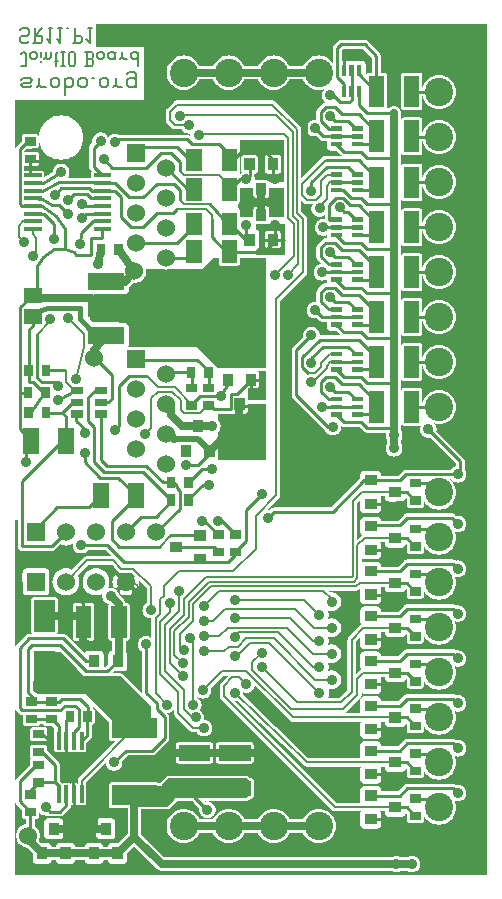
<source format=gbr>
G04 start of page 3 for group 1 idx 1 *
G04 Title: (unknown), solder *
G04 Creator: pcb 1.99z *
G04 CreationDate: Wed 06 Oct 2010 18:12:43 GMT UTC *
G04 For: rbarlow *
G04 Format: Gerber/RS-274X *
G04 PCB-Dimensions: 157480 283465 *
G04 PCB-Coordinate-Origin: lower left *
%MOIN*%
%FSLAX25Y25*%
%LNBACK*%
%ADD11C,0.0200*%
%ADD12C,0.0100*%
%ADD13C,0.0250*%
%ADD15C,0.0098*%
%ADD16C,0.0079*%
%ADD18C,0.0945*%
%ADD19C,0.0600*%
%ADD20C,0.0360*%
%ADD21C,0.0354*%
%ADD22C,0.0360*%
%ADD23R,0.0283X0.0283*%
%ADD25R,0.0340X0.0340*%
%ADD31C,0.0472*%
%ADD32C,0.0380*%
%ADD33C,0.1280*%
%ADD34C,0.0350*%
%ADD35C,0.0197*%
%ADD36C,0.0150*%
%ADD37R,0.0512X0.0512*%
%ADD38R,0.0130X0.0130*%
%ADD39R,0.0689X0.0689*%
%ADD40R,0.0669X0.0669*%
%ADD41R,0.0240X0.0240*%
%ADD42R,0.0530X0.0530*%
%ADD43R,0.0150X0.0150*%
%ADD44R,0.0560X0.0560*%
%ADD45R,0.1220X0.1220*%
G54D11*G36*
X0Y8662D02*Y61418D01*
X75D01*
Y55512D01*
X93Y55277D01*
X148Y55048D01*
X238Y54831D01*
X361Y54630D01*
X514Y54451D01*
X521Y54445D01*
X1295Y53671D01*
X1301Y53664D01*
X1480Y53511D01*
X1681Y53388D01*
X1898Y53298D01*
X2127Y53243D01*
X2362Y53225D01*
X2628D01*
Y53224D01*
X2640Y50238D01*
X2676Y50088D01*
X2735Y49945D01*
X2816Y49814D01*
X2916Y49696D01*
X3034Y49596D01*
X3165Y49515D01*
X3308Y49456D01*
X3458Y49420D01*
X3612Y49408D01*
X5512Y49414D01*
Y49063D01*
X5396Y48991D01*
X5278Y48891D01*
X5178Y48773D01*
X5097Y48642D01*
X5038Y48499D01*
X5002Y48349D01*
X4990Y48195D01*
X5002Y45209D01*
X5038Y45059D01*
X5097Y44916D01*
X5178Y44785D01*
X5278Y44667D01*
X5396Y44567D01*
X5512Y44495D01*
Y43229D01*
X5396Y43157D01*
X5278Y43057D01*
X5178Y42939D01*
X5097Y42808D01*
X5038Y42665D01*
X5002Y42515D01*
X4990Y42361D01*
X5002Y39375D01*
X5038Y39225D01*
X5097Y39082D01*
X5178Y38951D01*
X5278Y38833D01*
X5383Y38744D01*
X5278Y38655D01*
X5178Y38537D01*
X5097Y38406D01*
X5038Y38263D01*
X5002Y38113D01*
X4990Y37959D01*
X4995Y36645D01*
X514Y32164D01*
X361Y31985D01*
X238Y31784D01*
X147Y31567D01*
X92Y31338D01*
X74Y31103D01*
Y24410D01*
X93Y24175D01*
X148Y23946D01*
X238Y23729D01*
X361Y23528D01*
X514Y23349D01*
X521Y23343D01*
X2237Y21627D01*
X2246Y19297D01*
X2282Y19147D01*
X2341Y19004D01*
X2422Y18873D01*
X2522Y18755D01*
X2640Y18655D01*
X2771Y18574D01*
X2914Y18515D01*
X3064Y18479D01*
X3218Y18467D01*
X3617Y18468D01*
Y16923D01*
X3095Y16797D01*
X2515Y16557D01*
X1980Y16229D01*
X1503Y15821D01*
X1095Y15344D01*
X767Y14809D01*
X527Y14229D01*
X380Y13619D01*
X331Y12993D01*
X380Y12367D01*
X527Y11757D01*
X767Y11177D01*
X1095Y10642D01*
X1503Y10165D01*
X1980Y9757D01*
X2515Y9429D01*
X3095Y9189D01*
X3705Y9042D01*
X3937Y9024D01*
X4299Y8662D01*
X0D01*
G37*
G36*
X115354Y0D02*X0D01*
Y10630D01*
X1105D01*
X1503Y10165D01*
X1980Y9757D01*
X2515Y9429D01*
X3095Y9189D01*
X3705Y9042D01*
X3937Y9024D01*
X5863Y7098D01*
X5873Y4852D01*
X5928Y4623D01*
X6018Y4406D01*
X6141Y4205D01*
X6294Y4026D01*
X6473Y3873D01*
X6674Y3750D01*
X6891Y3660D01*
X7120Y3605D01*
X7355Y3587D01*
X10990Y3605D01*
X11219Y3660D01*
X11436Y3750D01*
X11637Y3873D01*
X11816Y4026D01*
X11969Y4205D01*
X12092Y4406D01*
X12182Y4623D01*
X12233Y4837D01*
X13677D01*
X13728Y4623D01*
X13818Y4406D01*
X13941Y4205D01*
X14094Y4026D01*
X14273Y3873D01*
X14474Y3750D01*
X14691Y3660D01*
X14920Y3605D01*
X15155Y3587D01*
X18790Y3605D01*
X19019Y3660D01*
X19236Y3750D01*
X19437Y3873D01*
X19616Y4026D01*
X19769Y4205D01*
X19892Y4406D01*
X19982Y4623D01*
X20033Y4837D01*
X23200D01*
X23251Y4623D01*
X23341Y4406D01*
X23464Y4205D01*
X23617Y4026D01*
X23796Y3873D01*
X23997Y3750D01*
X24214Y3660D01*
X24443Y3605D01*
X24678Y3587D01*
X28313Y3605D01*
X28542Y3660D01*
X28759Y3750D01*
X28960Y3873D01*
X29139Y4026D01*
X29292Y4205D01*
X29415Y4406D01*
X29505Y4623D01*
X29556Y4837D01*
X31000D01*
X31051Y4623D01*
X31141Y4406D01*
X31264Y4205D01*
X31417Y4026D01*
X31596Y3873D01*
X31797Y3750D01*
X32014Y3660D01*
X32243Y3605D01*
X32478Y3587D01*
X36113Y3605D01*
X36342Y3660D01*
X36559Y3750D01*
X36760Y3873D01*
X36939Y4026D01*
X37092Y4205D01*
X37215Y4406D01*
X37305Y4623D01*
X37360Y4852D01*
X37378Y5087D01*
X37369Y7098D01*
X39764Y9493D01*
X47305Y1953D01*
X47573Y1724D01*
X47875Y1539D01*
X48201Y1404D01*
X48284Y1384D01*
X48545Y1321D01*
X48869Y1296D01*
X48896Y1294D01*
X115354D01*
Y0D01*
G37*
G36*
X137886Y145661D02*X138229Y145688D01*
X138376Y145724D01*
X146924Y137176D01*
Y136135D01*
X146781Y136101D01*
X146380Y135935D01*
X146009Y135708D01*
X145678Y135425D01*
X145395Y135094D01*
X145317Y134966D01*
X137886D01*
Y145661D01*
G37*
G36*
X157480Y229134D02*Y0D01*
X137886D01*
Y17826D01*
X137983Y17743D01*
X138747Y17275D01*
X139575Y16932D01*
X140446Y16723D01*
X141339Y16653D01*
X142232Y16723D01*
X143103Y16932D01*
X143931Y17275D01*
X144695Y17743D01*
X145376Y18325D01*
X145958Y19006D01*
X146426Y19770D01*
X146769Y20598D01*
X146978Y21469D01*
X147048Y22362D01*
X146978Y23255D01*
X146769Y24126D01*
X146565Y24620D01*
X146781Y24530D01*
X147204Y24428D01*
X147638Y24394D01*
X148072Y24428D01*
X148495Y24530D01*
X148896Y24696D01*
X149267Y24923D01*
X149598Y25206D01*
X149881Y25537D01*
X150108Y25908D01*
X150274Y26309D01*
X150376Y26732D01*
X150410Y27166D01*
X150376Y27600D01*
X150274Y28023D01*
X150108Y28424D01*
X149881Y28795D01*
X149598Y29126D01*
X149267Y29409D01*
X148896Y29636D01*
X148495Y29802D01*
X148072Y29904D01*
X147638Y29938D01*
X147204Y29904D01*
X147048Y29866D01*
X146944Y29955D01*
X146743Y30078D01*
X146526Y30169D01*
X146297Y30224D01*
X146062Y30242D01*
X137886D01*
Y32826D01*
X137983Y32743D01*
X138747Y32275D01*
X139575Y31932D01*
X140446Y31723D01*
X141339Y31653D01*
X142232Y31723D01*
X143103Y31932D01*
X143931Y32275D01*
X144695Y32743D01*
X145376Y33325D01*
X145958Y34006D01*
X146426Y34770D01*
X146769Y35598D01*
X146978Y36469D01*
X147048Y37362D01*
X146978Y38255D01*
X146769Y39126D01*
X146585Y39571D01*
X146781Y39490D01*
X147204Y39388D01*
X147638Y39354D01*
X148072Y39388D01*
X148495Y39490D01*
X148896Y39656D01*
X149267Y39883D01*
X149598Y40166D01*
X149881Y40497D01*
X150108Y40868D01*
X150274Y41269D01*
X150376Y41692D01*
X150410Y42126D01*
X150376Y42560D01*
X150274Y42983D01*
X150108Y43384D01*
X149881Y43755D01*
X149598Y44086D01*
X149267Y44369D01*
X148896Y44596D01*
X148495Y44762D01*
X148072Y44864D01*
X147638Y44898D01*
X147204Y44864D01*
X147049Y44827D01*
X146944Y44916D01*
X146743Y45039D01*
X146526Y45130D01*
X146297Y45185D01*
X146062Y45203D01*
X137886D01*
Y47826D01*
X137983Y47743D01*
X138747Y47275D01*
X139575Y46932D01*
X140446Y46723D01*
X141339Y46653D01*
X142232Y46723D01*
X143103Y46932D01*
X143931Y47275D01*
X144695Y47743D01*
X145376Y48325D01*
X145958Y49006D01*
X146426Y49770D01*
X146769Y50598D01*
X146978Y51469D01*
X147048Y52362D01*
X146978Y53255D01*
X146769Y54126D01*
X146604Y54524D01*
X146781Y54451D01*
X147204Y54349D01*
X147638Y54315D01*
X148072Y54349D01*
X148495Y54451D01*
X148896Y54617D01*
X149267Y54844D01*
X149598Y55127D01*
X149881Y55458D01*
X150108Y55829D01*
X150274Y56230D01*
X150376Y56653D01*
X150410Y57087D01*
X150376Y57521D01*
X150274Y57944D01*
X150108Y58345D01*
X149881Y58716D01*
X149598Y59047D01*
X149267Y59330D01*
X148896Y59557D01*
X148495Y59723D01*
X148072Y59825D01*
X147638Y59859D01*
X147204Y59825D01*
X147048Y59787D01*
X146944Y59876D01*
X146743Y59999D01*
X146526Y60090D01*
X146297Y60145D01*
X146062Y60163D01*
X137886D01*
Y62826D01*
X137983Y62743D01*
X138747Y62275D01*
X139575Y61932D01*
X140446Y61723D01*
X141339Y61653D01*
X142232Y61723D01*
X143103Y61932D01*
X143931Y62275D01*
X144695Y62743D01*
X145376Y63325D01*
X145958Y64006D01*
X146426Y64770D01*
X146769Y65598D01*
X146978Y66469D01*
X147048Y67362D01*
X146978Y68255D01*
X146769Y69126D01*
X146624Y69477D01*
X146781Y69412D01*
X147204Y69310D01*
X147638Y69276D01*
X148072Y69310D01*
X148495Y69412D01*
X148896Y69578D01*
X149267Y69805D01*
X149598Y70088D01*
X149881Y70419D01*
X150108Y70790D01*
X150274Y71191D01*
X150376Y71614D01*
X150410Y72048D01*
X150376Y72482D01*
X150274Y72905D01*
X150108Y73306D01*
X149881Y73677D01*
X149598Y74008D01*
X149267Y74291D01*
X148896Y74518D01*
X148495Y74684D01*
X148072Y74786D01*
X147638Y74820D01*
X147204Y74786D01*
X147049Y74749D01*
X146945Y74837D01*
X146744Y74960D01*
X146527Y75051D01*
X146298Y75106D01*
X146063Y75124D01*
X137886D01*
Y77826D01*
X137983Y77743D01*
X138747Y77275D01*
X139575Y76932D01*
X140446Y76723D01*
X141339Y76653D01*
X142232Y76723D01*
X143103Y76932D01*
X143931Y77275D01*
X144695Y77743D01*
X145376Y78325D01*
X145958Y79006D01*
X146426Y79770D01*
X146769Y80598D01*
X146978Y81469D01*
X147048Y82362D01*
X146978Y83255D01*
X146769Y84126D01*
X146644Y84429D01*
X146781Y84372D01*
X147204Y84270D01*
X147638Y84236D01*
X148072Y84270D01*
X148495Y84372D01*
X148896Y84538D01*
X149267Y84765D01*
X149598Y85048D01*
X149881Y85379D01*
X150108Y85750D01*
X150274Y86151D01*
X150376Y86574D01*
X150410Y87008D01*
X150376Y87442D01*
X150274Y87865D01*
X150108Y88266D01*
X149881Y88637D01*
X149598Y88968D01*
X149267Y89251D01*
X148896Y89478D01*
X148495Y89644D01*
X148072Y89746D01*
X147638Y89780D01*
X147204Y89746D01*
X147049Y89709D01*
X146945Y89797D01*
X146744Y89920D01*
X146527Y90011D01*
X146298Y90066D01*
X146063Y90084D01*
X137886D01*
Y92826D01*
X137983Y92743D01*
X138747Y92275D01*
X139575Y91932D01*
X140446Y91723D01*
X141339Y91653D01*
X142232Y91723D01*
X143103Y91932D01*
X143931Y92275D01*
X144695Y92743D01*
X145376Y93325D01*
X145958Y94006D01*
X146426Y94770D01*
X146769Y95598D01*
X146978Y96469D01*
X147048Y97362D01*
X146978Y98255D01*
X146769Y99126D01*
X146663Y99382D01*
X146781Y99333D01*
X147204Y99231D01*
X147638Y99197D01*
X148072Y99231D01*
X148495Y99333D01*
X148896Y99499D01*
X149267Y99726D01*
X149598Y100009D01*
X149881Y100340D01*
X150108Y100711D01*
X150274Y101112D01*
X150376Y101535D01*
X150410Y101969D01*
X150376Y102403D01*
X150274Y102826D01*
X150108Y103227D01*
X149881Y103598D01*
X149598Y103929D01*
X149267Y104212D01*
X148896Y104439D01*
X148495Y104605D01*
X148072Y104707D01*
X147638Y104741D01*
X147204Y104707D01*
X147048Y104669D01*
X146944Y104758D01*
X146743Y104881D01*
X146526Y104972D01*
X146297Y105027D01*
X146062Y105045D01*
X137886D01*
Y107826D01*
X137983Y107743D01*
X138747Y107275D01*
X139575Y106932D01*
X140446Y106723D01*
X141339Y106653D01*
X142232Y106723D01*
X143103Y106932D01*
X143931Y107275D01*
X144695Y107743D01*
X145376Y108325D01*
X145958Y109006D01*
X146426Y109770D01*
X146769Y110598D01*
X146978Y111469D01*
X147048Y112362D01*
X146978Y113255D01*
X146769Y114126D01*
X146683Y114335D01*
X146781Y114294D01*
X147204Y114192D01*
X147638Y114158D01*
X148072Y114192D01*
X148495Y114294D01*
X148896Y114460D01*
X149267Y114687D01*
X149598Y114970D01*
X149881Y115301D01*
X150108Y115672D01*
X150274Y116073D01*
X150376Y116496D01*
X150410Y116930D01*
X150376Y117364D01*
X150274Y117787D01*
X150108Y118188D01*
X149881Y118559D01*
X149598Y118890D01*
X149267Y119173D01*
X148896Y119400D01*
X148495Y119566D01*
X148072Y119668D01*
X147638Y119702D01*
X147204Y119668D01*
X147056Y119632D01*
X146736Y119952D01*
X146730Y119959D01*
X146551Y120112D01*
X146350Y120235D01*
X146133Y120325D01*
X145904Y120380D01*
X145670Y120398D01*
X137886D01*
Y122826D01*
X137983Y122743D01*
X138747Y122275D01*
X139575Y121932D01*
X140446Y121723D01*
X141339Y121653D01*
X142232Y121723D01*
X143103Y121932D01*
X143931Y122275D01*
X144695Y122743D01*
X145376Y123325D01*
X145958Y124006D01*
X146426Y124770D01*
X146769Y125598D01*
X146978Y126469D01*
X147048Y127362D01*
X146978Y128255D01*
X146769Y129126D01*
X146426Y129954D01*
X145958Y130718D01*
X145376Y131399D01*
X144713Y131965D01*
X145316D01*
X145395Y131836D01*
X145678Y131505D01*
X146009Y131222D01*
X146380Y130995D01*
X146781Y130829D01*
X147204Y130727D01*
X147638Y130693D01*
X148072Y130727D01*
X148495Y130829D01*
X148896Y130995D01*
X149267Y131222D01*
X149598Y131505D01*
X149881Y131836D01*
X150108Y132207D01*
X150274Y132608D01*
X150376Y133031D01*
X150410Y133465D01*
X150376Y133899D01*
X150274Y134322D01*
X150108Y134723D01*
X149925Y135022D01*
Y137797D01*
X149924Y137805D01*
X149908Y138031D01*
X149853Y138260D01*
X149762Y138477D01*
X149639Y138678D01*
X149486Y138857D01*
X149479Y138863D01*
X140497Y147845D01*
X140533Y147992D01*
X140567Y148426D01*
X140533Y148860D01*
X140431Y149283D01*
X140265Y149684D01*
X140038Y150055D01*
X139755Y150386D01*
X139741Y150398D01*
X140446Y150229D01*
X141339Y150159D01*
X142232Y150229D01*
X143103Y150438D01*
X143931Y150781D01*
X144695Y151249D01*
X145376Y151831D01*
X145958Y152512D01*
X146426Y153276D01*
X146769Y154104D01*
X146978Y154975D01*
X147048Y155868D01*
X146978Y156761D01*
X146769Y157632D01*
X146426Y158460D01*
X145958Y159224D01*
X145376Y159905D01*
X144695Y160487D01*
X143931Y160955D01*
X143103Y161298D01*
X142232Y161507D01*
X141339Y161577D01*
X140446Y161507D01*
X139575Y161298D01*
X138747Y160955D01*
X137983Y160487D01*
X137886Y160404D01*
Y166332D01*
X137983Y166249D01*
X138747Y165781D01*
X139575Y165438D01*
X140446Y165229D01*
X141339Y165159D01*
X142232Y165229D01*
X143103Y165438D01*
X143931Y165781D01*
X144695Y166249D01*
X145376Y166831D01*
X145958Y167512D01*
X146426Y168276D01*
X146769Y169104D01*
X146978Y169975D01*
X147048Y170868D01*
X146978Y171761D01*
X146769Y172632D01*
X146426Y173460D01*
X145958Y174224D01*
X145376Y174905D01*
X144695Y175487D01*
X143931Y175955D01*
X143103Y176298D01*
X142232Y176507D01*
X141339Y176577D01*
X140446Y176507D01*
X139575Y176298D01*
X138747Y175955D01*
X137983Y175487D01*
X137886Y175404D01*
Y181332D01*
X137983Y181249D01*
X138747Y180781D01*
X139575Y180438D01*
X140446Y180229D01*
X141339Y180159D01*
X142232Y180229D01*
X143103Y180438D01*
X143931Y180781D01*
X144695Y181249D01*
X145376Y181831D01*
X145958Y182512D01*
X146426Y183276D01*
X146769Y184104D01*
X146978Y184975D01*
X147048Y185868D01*
X146978Y186761D01*
X146769Y187632D01*
X146426Y188460D01*
X145958Y189224D01*
X145376Y189905D01*
X144695Y190487D01*
X143931Y190955D01*
X143103Y191298D01*
X142232Y191507D01*
X141339Y191577D01*
X140446Y191507D01*
X139575Y191298D01*
X138747Y190955D01*
X137983Y190487D01*
X137886Y190404D01*
Y196332D01*
X137983Y196249D01*
X138747Y195781D01*
X139575Y195438D01*
X140446Y195229D01*
X141339Y195159D01*
X142232Y195229D01*
X143103Y195438D01*
X143931Y195781D01*
X144695Y196249D01*
X145376Y196831D01*
X145958Y197512D01*
X146426Y198276D01*
X146769Y199104D01*
X146978Y199975D01*
X147048Y200868D01*
X146978Y201761D01*
X146769Y202632D01*
X146426Y203460D01*
X145958Y204224D01*
X145376Y204905D01*
X144695Y205487D01*
X143931Y205955D01*
X143103Y206298D01*
X142232Y206507D01*
X141339Y206577D01*
X140446Y206507D01*
X139575Y206298D01*
X138747Y205955D01*
X137983Y205487D01*
X137886Y205404D01*
Y211332D01*
X137983Y211249D01*
X138747Y210781D01*
X139575Y210438D01*
X140446Y210229D01*
X141339Y210159D01*
X142232Y210229D01*
X143103Y210438D01*
X143931Y210781D01*
X144695Y211249D01*
X145376Y211831D01*
X145958Y212512D01*
X146426Y213276D01*
X146769Y214104D01*
X146978Y214975D01*
X147048Y215868D01*
X146978Y216761D01*
X146769Y217632D01*
X146426Y218460D01*
X145958Y219224D01*
X145376Y219905D01*
X144695Y220487D01*
X143931Y220955D01*
X143103Y221298D01*
X142232Y221507D01*
X141339Y221577D01*
X140446Y221507D01*
X139575Y221298D01*
X138747Y220955D01*
X137983Y220487D01*
X137886Y220404D01*
Y226332D01*
X137983Y226249D01*
X138747Y225781D01*
X139575Y225438D01*
X140446Y225229D01*
X141339Y225159D01*
X142232Y225229D01*
X143103Y225438D01*
X143931Y225781D01*
X144695Y226249D01*
X145376Y226831D01*
X145958Y227512D01*
X146426Y228276D01*
X146769Y229104D01*
X146776Y229134D01*
X157480D01*
G37*
G36*
X137886Y160404D02*X137302Y159905D01*
X136720Y159224D01*
X136252Y158460D01*
X135909Y157632D01*
X135846Y157369D01*
X135834D01*
X135830Y161376D01*
X135793Y161529D01*
X135733Y161674D01*
X135651Y161808D01*
X135549Y161927D01*
X135430Y162029D01*
X135296Y162111D01*
X135151Y162171D01*
X134998Y162208D01*
X134842Y162220D01*
X129568Y162208D01*
X129415Y162171D01*
X129270Y162111D01*
X129136Y162029D01*
X129017Y161927D01*
X128915Y161808D01*
X128833Y161674D01*
X128773Y161529D01*
X128736Y161376D01*
X128724Y161220D01*
X128736Y150436D01*
X128773Y150283D01*
X128833Y150138D01*
X128915Y150004D01*
X129017Y149885D01*
X129136Y149783D01*
X129270Y149701D01*
X129415Y149641D01*
X129568Y149604D01*
X129724Y149592D01*
X134998Y149604D01*
X135151Y149641D01*
X135296Y149701D01*
X135359Y149740D01*
X135325Y149684D01*
X135159Y149283D01*
X135057Y148860D01*
X135023Y148426D01*
X135057Y147992D01*
X135159Y147569D01*
X135325Y147168D01*
X135552Y146797D01*
X135835Y146466D01*
X136166Y146183D01*
X136537Y145956D01*
X136938Y145790D01*
X137361Y145688D01*
X137795Y145654D01*
X137886Y145661D01*
Y134966D01*
X130315Y134967D01*
X130098Y134949D01*
X130080Y134948D01*
X129851Y134893D01*
X129634Y134803D01*
X129433Y134680D01*
X129254Y134527D01*
X127687Y132959D01*
X122056D01*
X122054Y133394D01*
X121999Y133623D01*
X121909Y133840D01*
X121786Y134041D01*
X121633Y134220D01*
X121454Y134373D01*
X121253Y134496D01*
X121036Y134586D01*
X120807Y134641D01*
X120572Y134659D01*
X116337Y134641D01*
X116108Y134586D01*
X115891Y134496D01*
X115690Y134373D01*
X115511Y134220D01*
X115358Y134041D01*
X115235Y133840D01*
X115145Y133623D01*
X115090Y133394D01*
X115072Y133159D01*
X115077Y132160D01*
X105284Y122367D01*
X86221D01*
X85986Y122349D01*
X85757Y122294D01*
X85540Y122204D01*
X85339Y122081D01*
X85160Y121928D01*
X84833Y121601D01*
X84686Y121636D01*
X84252Y121670D01*
X84247D01*
X87982Y125404D01*
X88124Y125568D01*
X88237Y125752D01*
X88319Y125952D01*
X88370Y126162D01*
X88387Y126378D01*
X88385Y126403D01*
Y191162D01*
X97037Y199815D01*
X97179Y199979D01*
X97292Y200163D01*
X97374Y200363D01*
X97425Y200573D01*
X97442Y200789D01*
X97441Y200802D01*
Y218505D01*
X97425Y218720D01*
X97375Y218930D01*
X97292Y219130D01*
X97179Y219315D01*
X97038Y219479D01*
X97031Y219485D01*
X95472Y221045D01*
Y224626D01*
X96268Y223829D01*
X96351Y223759D01*
X96433Y223688D01*
X96617Y223575D01*
X96817Y223492D01*
X97027Y223442D01*
X97243Y223425D01*
X99178D01*
X99105Y223306D01*
X98939Y222905D01*
X98837Y222482D01*
X98803Y222048D01*
X98837Y221614D01*
X98939Y221191D01*
X99105Y220790D01*
X99332Y220419D01*
X99615Y220088D01*
X99946Y219805D01*
X100317Y219578D01*
X100718Y219412D01*
X101141Y219310D01*
X101575Y219276D01*
X102009Y219310D01*
X102432Y219412D01*
X102833Y219578D01*
X103204Y219805D01*
X103224Y219822D01*
Y218478D01*
X103190Y218486D01*
X102756Y218520D01*
X102322Y218486D01*
X101899Y218384D01*
X101498Y218218D01*
X101127Y217991D01*
X100796Y217708D01*
X100513Y217377D01*
X100286Y217006D01*
X100120Y216605D01*
X100018Y216182D01*
X99984Y215748D01*
X100018Y215314D01*
X100120Y214891D01*
X100286Y214490D01*
X100513Y214119D01*
X100796Y213788D01*
X101127Y213505D01*
X101498Y213278D01*
X101899Y213112D01*
X102322Y213010D01*
X102756Y212976D01*
X103190Y213010D01*
X103613Y213112D01*
X103931Y213244D01*
X103941Y212263D01*
X103973Y212130D01*
X103543D01*
X103308Y212112D01*
X103079Y212057D01*
X102862Y211967D01*
X102661Y211844D01*
X102482Y211691D01*
X100908Y210117D01*
X100755Y209938D01*
X100632Y209737D01*
X100542Y209520D01*
X100487Y209291D01*
X100469Y209056D01*
Y205906D01*
X100470Y205896D01*
X100469Y205883D01*
X100479Y205772D01*
X100487Y205671D01*
X100490Y205658D01*
X100491Y205648D01*
X100512Y205566D01*
X100542Y205442D01*
X100548Y205427D01*
X100550Y205420D01*
X100574Y205364D01*
X100632Y205225D01*
X100639Y205214D01*
X100643Y205204D01*
X100697Y205119D01*
X100755Y205024D01*
X100765Y205012D01*
X100769Y205006D01*
X100807Y204963D01*
X100908Y204845D01*
X100920Y204835D01*
X100925Y204829D01*
X102245Y203551D01*
X101928Y203526D01*
X101505Y203424D01*
X101104Y203258D01*
X100733Y203031D01*
X100402Y202748D01*
X100119Y202417D01*
X99892Y202046D01*
X99726Y201645D01*
X99624Y201222D01*
X99590Y200788D01*
X99624Y200354D01*
X99726Y199931D01*
X99892Y199530D01*
X100119Y199159D01*
X100402Y198828D01*
X100733Y198545D01*
X101104Y198318D01*
X101505Y198152D01*
X101928Y198050D01*
X102362Y198016D01*
X102796Y198050D01*
X103219Y198152D01*
X103620Y198318D01*
X103929Y198507D01*
X103941Y197303D01*
X103973Y197169D01*
X103543D01*
X103308Y197151D01*
X103079Y197096D01*
X102862Y197006D01*
X102661Y196883D01*
X102482Y196730D01*
X100908Y195156D01*
X100755Y194977D01*
X100632Y194776D01*
X100542Y194559D01*
X100487Y194330D01*
X100469Y194095D01*
Y190945D01*
X100470Y190934D01*
X100469Y190922D01*
Y190918D01*
X100434Y190927D01*
X100000Y190961D01*
X99566Y190927D01*
X99143Y190825D01*
X98742Y190659D01*
X98371Y190432D01*
X98040Y190149D01*
X97757Y189818D01*
X97530Y189447D01*
X97364Y189046D01*
X97262Y188623D01*
X97228Y188189D01*
X97262Y187755D01*
X97364Y187332D01*
X97530Y186931D01*
X97757Y186560D01*
X98040Y186229D01*
X98371Y185946D01*
X98742Y185719D01*
X99143Y185553D01*
X99566Y185451D01*
X100000Y185417D01*
X100434Y185451D01*
X100582Y185487D01*
X101296Y184773D01*
X101302Y184766D01*
X101481Y184613D01*
X101682Y184490D01*
X101899Y184400D01*
X102128Y184345D01*
X102363Y184327D01*
X103945D01*
X103941Y184312D01*
X103923Y184077D01*
X103941Y182342D01*
X103996Y182113D01*
X104086Y181896D01*
X104209Y181695D01*
X104362Y181516D01*
X104541Y181363D01*
X104742Y181240D01*
X104959Y181150D01*
X105188Y181095D01*
X105423Y181077D01*
X107293Y181086D01*
X108532Y179847D01*
X101569D01*
X101575Y179922D01*
X101541Y180353D01*
X101440Y180774D01*
X101275Y181173D01*
X101049Y181542D01*
X100768Y181871D01*
X100439Y182152D01*
X100070Y182378D01*
X99671Y182543D01*
X99250Y182644D01*
X98819Y182678D01*
X98388Y182644D01*
X97967Y182543D01*
X97568Y182378D01*
X97199Y182152D01*
X96870Y181871D01*
X96589Y181542D01*
X96363Y181173D01*
X96198Y180774D01*
X96097Y180353D01*
X96063Y179922D01*
X96097Y179491D01*
X96130Y179355D01*
X92640Y175865D01*
X92487Y175686D01*
X92364Y175485D01*
X92273Y175268D01*
X92218Y175039D01*
X92200Y174804D01*
Y159843D01*
X92219Y159608D01*
X92274Y159379D01*
X92364Y159162D01*
X92487Y158961D01*
X92640Y158782D01*
X92647Y158776D01*
X103264Y148159D01*
X103270Y148152D01*
X103401Y148040D01*
X103436Y147955D01*
X103663Y147584D01*
X103946Y147253D01*
X104277Y146970D01*
X104648Y146743D01*
X105049Y146577D01*
X105472Y146475D01*
X105906Y146441D01*
X106340Y146475D01*
X106763Y146577D01*
X107164Y146743D01*
X107535Y146970D01*
X107866Y147253D01*
X108149Y147584D01*
X108376Y147955D01*
X108542Y148356D01*
X108644Y148779D01*
X108678Y149213D01*
X108644Y149647D01*
X108591Y149867D01*
X108725Y149733D01*
X108731Y149726D01*
X108910Y149573D01*
X109111Y149450D01*
X109328Y149360D01*
X109557Y149305D01*
X109792Y149287D01*
X114733D01*
X116255Y147765D01*
X116261Y147758D01*
X116440Y147605D01*
X116641Y147482D01*
X116858Y147392D01*
X117087Y147337D01*
X117322Y147319D01*
X123744D01*
X123742Y147314D01*
X123640Y146891D01*
X123606Y146457D01*
X123640Y146023D01*
X123742Y145600D01*
X123908Y145199D01*
X124127Y144841D01*
Y143742D01*
X123908Y143384D01*
X123742Y142983D01*
X123640Y142560D01*
X123606Y142126D01*
X123640Y141692D01*
X123742Y141269D01*
X123908Y140868D01*
X124135Y140497D01*
X124418Y140166D01*
X124749Y139883D01*
X125120Y139656D01*
X125521Y139490D01*
X125944Y139388D01*
X126378Y139354D01*
X126812Y139388D01*
X127235Y139490D01*
X127636Y139656D01*
X128007Y139883D01*
X128338Y140166D01*
X128621Y140497D01*
X128848Y140868D01*
X129014Y141269D01*
X129116Y141692D01*
X129150Y142126D01*
X129116Y142560D01*
X129014Y142983D01*
X128848Y143384D01*
X128628Y143744D01*
Y144839D01*
X128848Y145199D01*
X129014Y145600D01*
X129116Y146023D01*
X129150Y146457D01*
X129116Y146891D01*
X129014Y147314D01*
X128848Y147715D01*
X128628Y148075D01*
Y229134D01*
X128732D01*
X128736Y225239D01*
X128773Y225086D01*
X128833Y224941D01*
X128915Y224807D01*
X129017Y224688D01*
X129136Y224586D01*
X129270Y224504D01*
X129415Y224444D01*
X129568Y224407D01*
X129724Y224395D01*
X134998Y224407D01*
X135151Y224444D01*
X135296Y224504D01*
X135430Y224586D01*
X135549Y224688D01*
X135651Y224807D01*
X135733Y224941D01*
X135793Y225086D01*
X135830Y225239D01*
X135842Y225395D01*
X135838Y229134D01*
X135902D01*
X135909Y229104D01*
X136252Y228276D01*
X136720Y227512D01*
X137302Y226831D01*
X137886Y226332D01*
Y220404D01*
X137302Y219905D01*
X136720Y219224D01*
X136252Y218460D01*
X135909Y217632D01*
X135846Y217368D01*
X135834D01*
X135830Y221218D01*
X135793Y221371D01*
X135733Y221516D01*
X135651Y221650D01*
X135549Y221769D01*
X135430Y221871D01*
X135296Y221953D01*
X135151Y222013D01*
X134998Y222050D01*
X134842Y222062D01*
X129568Y222050D01*
X129415Y222013D01*
X129270Y221953D01*
X129136Y221871D01*
X129017Y221769D01*
X128915Y221650D01*
X128833Y221516D01*
X128773Y221371D01*
X128736Y221218D01*
X128724Y221062D01*
X128736Y210278D01*
X128773Y210125D01*
X128833Y209980D01*
X128915Y209846D01*
X129017Y209727D01*
X129136Y209625D01*
X129270Y209543D01*
X129415Y209483D01*
X129568Y209446D01*
X129724Y209434D01*
X134998Y209446D01*
X135151Y209483D01*
X135296Y209543D01*
X135430Y209625D01*
X135549Y209727D01*
X135651Y209846D01*
X135733Y209980D01*
X135793Y210125D01*
X135830Y210278D01*
X135842Y210434D01*
X135837Y214368D01*
X135846D01*
X135909Y214104D01*
X136252Y213276D01*
X136720Y212512D01*
X137302Y211831D01*
X137886Y211332D01*
Y205404D01*
X137302Y204905D01*
X136720Y204224D01*
X136252Y203460D01*
X135909Y202632D01*
X135846Y202368D01*
X135834D01*
X135830Y206258D01*
X135793Y206411D01*
X135733Y206556D01*
X135651Y206690D01*
X135549Y206809D01*
X135430Y206911D01*
X135296Y206993D01*
X135151Y207053D01*
X134998Y207090D01*
X134842Y207102D01*
X129568Y207090D01*
X129415Y207053D01*
X129270Y206993D01*
X129136Y206911D01*
X129017Y206809D01*
X128915Y206690D01*
X128833Y206556D01*
X128773Y206411D01*
X128736Y206258D01*
X128724Y206102D01*
X128736Y195318D01*
X128773Y195165D01*
X128833Y195020D01*
X128915Y194886D01*
X129017Y194767D01*
X129136Y194665D01*
X129270Y194583D01*
X129415Y194523D01*
X129568Y194486D01*
X129724Y194474D01*
X134998Y194486D01*
X135151Y194523D01*
X135296Y194583D01*
X135430Y194665D01*
X135549Y194767D01*
X135651Y194886D01*
X135733Y195020D01*
X135793Y195165D01*
X135830Y195318D01*
X135842Y195474D01*
X135837Y199368D01*
X135846D01*
X135909Y199104D01*
X136252Y198276D01*
X136720Y197512D01*
X137302Y196831D01*
X137886Y196332D01*
Y190404D01*
X137302Y189905D01*
X136720Y189224D01*
X136252Y188460D01*
X135909Y187632D01*
X135846Y187369D01*
X135834D01*
X135830Y191297D01*
X135793Y191450D01*
X135733Y191595D01*
X135651Y191729D01*
X135549Y191848D01*
X135430Y191950D01*
X135296Y192032D01*
X135151Y192092D01*
X134998Y192129D01*
X134842Y192141D01*
X129568Y192129D01*
X129415Y192092D01*
X129270Y192032D01*
X129136Y191950D01*
X129017Y191848D01*
X128915Y191729D01*
X128833Y191595D01*
X128773Y191450D01*
X128736Y191297D01*
X128724Y191141D01*
X128736Y180357D01*
X128773Y180204D01*
X128833Y180059D01*
X128915Y179925D01*
X129017Y179806D01*
X129136Y179704D01*
X129270Y179622D01*
X129415Y179562D01*
X129568Y179525D01*
X129724Y179513D01*
X134998Y179525D01*
X135151Y179562D01*
X135296Y179622D01*
X135430Y179704D01*
X135549Y179806D01*
X135651Y179925D01*
X135733Y180059D01*
X135793Y180204D01*
X135830Y180357D01*
X135842Y180513D01*
X135838Y184368D01*
X135846D01*
X135909Y184104D01*
X136252Y183276D01*
X136720Y182512D01*
X137302Y181831D01*
X137886Y181332D01*
Y175404D01*
X137302Y174905D01*
X136720Y174224D01*
X136252Y173460D01*
X135909Y172632D01*
X135846Y172369D01*
X135834D01*
X135830Y176337D01*
X135793Y176490D01*
X135733Y176635D01*
X135651Y176769D01*
X135549Y176888D01*
X135430Y176990D01*
X135296Y177072D01*
X135151Y177132D01*
X134998Y177169D01*
X134842Y177181D01*
X129568Y177169D01*
X129415Y177132D01*
X129270Y177072D01*
X129136Y176990D01*
X129017Y176888D01*
X128915Y176769D01*
X128833Y176635D01*
X128773Y176490D01*
X128736Y176337D01*
X128724Y176181D01*
X128736Y165397D01*
X128773Y165244D01*
X128833Y165099D01*
X128915Y164965D01*
X129017Y164846D01*
X129136Y164744D01*
X129270Y164662D01*
X129415Y164602D01*
X129568Y164565D01*
X129724Y164553D01*
X134998Y164565D01*
X135151Y164602D01*
X135296Y164662D01*
X135430Y164744D01*
X135549Y164846D01*
X135651Y164965D01*
X135733Y165099D01*
X135793Y165244D01*
X135830Y165397D01*
X135842Y165553D01*
X135838Y169368D01*
X135846D01*
X135909Y169104D01*
X136252Y168276D01*
X136720Y167512D01*
X137302Y166831D01*
X137886Y166332D01*
Y160404D01*
G37*
G36*
Y120398D02*X130709D01*
X130474Y120380D01*
X130245Y120325D01*
X130028Y120235D01*
X129827Y120112D01*
X129648Y119959D01*
X127688Y117999D01*
X122054D01*
Y118040D01*
X121999Y118269D01*
X121909Y118486D01*
X121786Y118687D01*
X121633Y118866D01*
X121454Y119019D01*
X121253Y119142D01*
X121036Y119232D01*
X120807Y119287D01*
X120572Y119305D01*
X116337Y119287D01*
X116108Y119232D01*
X115891Y119142D01*
X115690Y119019D01*
X115511Y118866D01*
X115358Y118687D01*
X115235Y118486D01*
X115145Y118269D01*
X115090Y118040D01*
X115072Y117805D01*
X115090Y114170D01*
X115145Y113941D01*
X115235Y113724D01*
X115358Y113523D01*
X115511Y113344D01*
X115631Y113241D01*
X115560Y113180D01*
X113976Y111596D01*
Y123840D01*
X115074Y124938D01*
X115090Y121724D01*
X115145Y121495D01*
X115235Y121278D01*
X115358Y121077D01*
X115511Y120898D01*
X115690Y120745D01*
X115891Y120622D01*
X116108Y120532D01*
X116337Y120477D01*
X116572Y120459D01*
X120807Y120477D01*
X121036Y120532D01*
X121253Y120622D01*
X121454Y120745D01*
X121633Y120898D01*
X121786Y121077D01*
X121909Y121278D01*
X121999Y121495D01*
X122054Y121724D01*
X122072Y121959D01*
X122054Y125594D01*
X121999Y125823D01*
X121909Y126040D01*
X121823Y126181D01*
X123287D01*
X123290Y125624D01*
X123345Y125395D01*
X123435Y125178D01*
X123558Y124977D01*
X123711Y124798D01*
X123890Y124645D01*
X124091Y124522D01*
X124308Y124432D01*
X124537Y124377D01*
X124772Y124359D01*
X129007Y124377D01*
X129236Y124432D01*
X129453Y124522D01*
X129654Y124645D01*
X129833Y124798D01*
X129986Y124977D01*
X130109Y125178D01*
X130199Y125395D01*
X130254Y125624D01*
X130262Y125724D01*
X130584Y125402D01*
X130593Y123072D01*
X130629Y122922D01*
X130688Y122779D01*
X130769Y122648D01*
X130869Y122530D01*
X130987Y122430D01*
X131118Y122349D01*
X131261Y122290D01*
X131411Y122254D01*
X131565Y122242D01*
X135519Y122254D01*
X135669Y122290D01*
X135812Y122349D01*
X135943Y122430D01*
X136061Y122530D01*
X136161Y122648D01*
X136242Y122779D01*
X136301Y122922D01*
X136337Y123072D01*
X136349Y123226D01*
X136343Y124621D01*
X136720Y124006D01*
X137302Y123325D01*
X137886Y122826D01*
Y120398D01*
G37*
G36*
Y105045D02*X130709D01*
X130474Y105026D01*
X130245Y104971D01*
X130028Y104881D01*
X129827Y104758D01*
X129648Y104605D01*
X127688Y102645D01*
X122056D01*
X122054Y103080D01*
X121999Y103309D01*
X121909Y103526D01*
X121786Y103727D01*
X121633Y103906D01*
X121454Y104059D01*
X121253Y104182D01*
X121036Y104272D01*
X120807Y104327D01*
X120572Y104345D01*
X116337Y104327D01*
X116108Y104272D01*
X115891Y104182D01*
X115690Y104059D01*
X115551Y103940D01*
Y105510D01*
X115690Y105391D01*
X115891Y105268D01*
X116108Y105178D01*
X116337Y105123D01*
X116572Y105105D01*
X120807Y105123D01*
X121036Y105178D01*
X121253Y105268D01*
X121454Y105391D01*
X121633Y105544D01*
X121786Y105723D01*
X121909Y105924D01*
X121999Y106141D01*
X122054Y106370D01*
X122072Y106605D01*
X122054Y110240D01*
X121999Y110469D01*
X121909Y110686D01*
X121823Y110827D01*
X123287D01*
X123290Y110270D01*
X123345Y110041D01*
X123435Y109824D01*
X123558Y109623D01*
X123711Y109444D01*
X123890Y109291D01*
X124091Y109168D01*
X124308Y109078D01*
X124537Y109023D01*
X124772Y109005D01*
X129007Y109023D01*
X129236Y109078D01*
X129453Y109168D01*
X129654Y109291D01*
X129833Y109444D01*
X129986Y109623D01*
X130109Y109824D01*
X130199Y110041D01*
X130254Y110270D01*
X130262Y110370D01*
X130584Y110048D01*
X130593Y107718D01*
X130629Y107568D01*
X130688Y107425D01*
X130769Y107294D01*
X130869Y107176D01*
X130987Y107076D01*
X131118Y106995D01*
X131261Y106936D01*
X131411Y106900D01*
X131565Y106888D01*
X135519Y106900D01*
X135669Y106936D01*
X135812Y106995D01*
X135943Y107076D01*
X136061Y107176D01*
X136161Y107294D01*
X136242Y107425D01*
X136301Y107568D01*
X136337Y107718D01*
X136349Y107872D01*
X136342Y109623D01*
X136720Y109006D01*
X137302Y108325D01*
X137886Y107826D01*
Y105045D01*
G37*
G36*
Y90084D02*X130709D01*
X130474Y90065D01*
X130245Y90010D01*
X130028Y89920D01*
X129827Y89797D01*
X129648Y89644D01*
X127688Y87684D01*
X122056D01*
X122054Y88119D01*
X121999Y88348D01*
X121909Y88565D01*
X121786Y88766D01*
X121633Y88945D01*
X121454Y89098D01*
X121253Y89221D01*
X121036Y89311D01*
X120807Y89366D01*
X120572Y89384D01*
X116337Y89366D01*
X116108Y89311D01*
X115891Y89221D01*
X115690Y89098D01*
X115511Y88945D01*
X115358Y88766D01*
X115235Y88565D01*
X115145Y88348D01*
X115090Y88119D01*
X115072Y87884D01*
X115090Y84249D01*
X115145Y84020D01*
X115235Y83803D01*
X115358Y83602D01*
X115462Y83480D01*
X115332Y83400D01*
X115167Y83259D01*
X111230Y79322D01*
X111140Y79215D01*
X111090Y79157D01*
X110977Y78973D01*
X110894Y78773D01*
X110844Y78563D01*
X110827Y78347D01*
Y61596D01*
X108090Y58859D01*
X104273D01*
X104364Y59008D01*
X104578Y59526D01*
X104709Y60071D01*
X104753Y60630D01*
X104709Y61189D01*
X104578Y61734D01*
X104483Y61964D01*
X104532Y61944D01*
X105016Y61828D01*
X105512Y61789D01*
X106008Y61828D01*
X106492Y61944D01*
X106952Y62135D01*
X107376Y62395D01*
X107755Y62718D01*
X108078Y63097D01*
X108338Y63521D01*
X108529Y63981D01*
X108645Y64465D01*
X108684Y64961D01*
X108645Y65457D01*
X108529Y65941D01*
X108338Y66401D01*
X108078Y66825D01*
X107755Y67204D01*
X107376Y67527D01*
X106952Y67787D01*
X106492Y67978D01*
X106008Y68094D01*
X105512Y68133D01*
X105016Y68094D01*
X104532Y67978D01*
X104222Y67849D01*
X104388Y68250D01*
X104511Y68765D01*
X104553Y69292D01*
X104511Y69819D01*
X104388Y70334D01*
X104222Y70734D01*
X104532Y70605D01*
X105016Y70489D01*
X105512Y70450D01*
X106008Y70489D01*
X106492Y70605D01*
X106952Y70796D01*
X107376Y71056D01*
X107755Y71379D01*
X108078Y71758D01*
X108338Y72182D01*
X108529Y72642D01*
X108645Y73126D01*
X108684Y73622D01*
X108645Y74118D01*
X108529Y74602D01*
X108338Y75062D01*
X108078Y75486D01*
X107755Y75865D01*
X107376Y76188D01*
X106952Y76448D01*
X106492Y76639D01*
X106008Y76755D01*
X105512Y76794D01*
X105016Y76755D01*
X104532Y76639D01*
X104222Y76510D01*
X104388Y76911D01*
X104511Y77426D01*
X104553Y77953D01*
X104511Y78480D01*
X104388Y78995D01*
X104222Y79396D01*
X104532Y79267D01*
X105016Y79151D01*
X105512Y79112D01*
X106008Y79151D01*
X106492Y79267D01*
X106952Y79458D01*
X107376Y79718D01*
X107755Y80041D01*
X108078Y80420D01*
X108338Y80844D01*
X108529Y81304D01*
X108645Y81788D01*
X108684Y82284D01*
X108645Y82780D01*
X108529Y83264D01*
X108338Y83724D01*
X108078Y84148D01*
X107755Y84527D01*
X107376Y84850D01*
X106952Y85110D01*
X106492Y85301D01*
X106008Y85417D01*
X105512Y85456D01*
X105016Y85417D01*
X104532Y85301D01*
X104222Y85172D01*
X104388Y85573D01*
X104511Y86088D01*
X104553Y86615D01*
X104511Y87142D01*
X104388Y87657D01*
X104222Y88057D01*
X104532Y87928D01*
X105016Y87812D01*
X105512Y87773D01*
X106008Y87812D01*
X106492Y87928D01*
X106952Y88119D01*
X107376Y88379D01*
X107755Y88702D01*
X108078Y89081D01*
X108338Y89505D01*
X108529Y89965D01*
X108645Y90449D01*
X108684Y90945D01*
X108645Y91441D01*
X108529Y91925D01*
X108338Y92385D01*
X108078Y92809D01*
X107755Y93188D01*
X107376Y93511D01*
X106952Y93771D01*
X106492Y93962D01*
X106008Y94078D01*
X105512Y94117D01*
X105108Y94085D01*
X104508Y94685D01*
X113778D01*
X113994Y94701D01*
X114204Y94751D01*
X114404Y94834D01*
X114589Y94947D01*
X114753Y95088D01*
X114765Y95102D01*
X115136Y95473D01*
X115090Y95280D01*
X115072Y95045D01*
X115090Y91410D01*
X115145Y91181D01*
X115235Y90964D01*
X115358Y90763D01*
X115511Y90584D01*
X115690Y90431D01*
X115891Y90308D01*
X116108Y90218D01*
X116337Y90163D01*
X116572Y90145D01*
X120807Y90163D01*
X121036Y90218D01*
X121253Y90308D01*
X121454Y90431D01*
X121633Y90584D01*
X121786Y90763D01*
X121909Y90964D01*
X121999Y91181D01*
X122054Y91410D01*
X122072Y91645D01*
X122054Y95280D01*
X121999Y95509D01*
X121909Y95726D01*
X121823Y95867D01*
X123287D01*
X123290Y95310D01*
X123345Y95081D01*
X123435Y94864D01*
X123558Y94663D01*
X123711Y94484D01*
X123890Y94331D01*
X124091Y94208D01*
X124308Y94118D01*
X124537Y94063D01*
X124772Y94045D01*
X129007Y94063D01*
X129236Y94118D01*
X129453Y94208D01*
X129654Y94331D01*
X129833Y94484D01*
X129986Y94663D01*
X130109Y94864D01*
X130199Y95081D01*
X130254Y95310D01*
X130262Y95410D01*
X130584Y95088D01*
X130593Y92758D01*
X130629Y92608D01*
X130688Y92465D01*
X130769Y92334D01*
X130869Y92216D01*
X130987Y92116D01*
X131118Y92035D01*
X131261Y91976D01*
X131411Y91940D01*
X131565Y91928D01*
X135519Y91940D01*
X135669Y91976D01*
X135812Y92035D01*
X135943Y92116D01*
X136061Y92216D01*
X136161Y92334D01*
X136242Y92465D01*
X136301Y92608D01*
X136337Y92758D01*
X136349Y92912D01*
X136342Y94623D01*
X136720Y94006D01*
X137302Y93325D01*
X137886Y92826D01*
Y90084D01*
G37*
G36*
Y75124D02*X130709D01*
X130474Y75105D01*
X130245Y75050D01*
X130028Y74960D01*
X129827Y74837D01*
X129648Y74684D01*
X127688Y72724D01*
X122056D01*
X122054Y73158D01*
X121999Y73387D01*
X121909Y73604D01*
X121786Y73805D01*
X121633Y73984D01*
X121454Y74137D01*
X121253Y74260D01*
X121036Y74350D01*
X120807Y74405D01*
X120572Y74423D01*
X116337Y74405D01*
X116108Y74350D01*
X115891Y74260D01*
X115690Y74137D01*
X115511Y73984D01*
X115358Y73805D01*
X115235Y73604D01*
X115145Y73387D01*
X115090Y73158D01*
X115072Y72923D01*
X115090Y69288D01*
X115145Y69059D01*
X115235Y68842D01*
X115358Y68641D01*
X115462Y68519D01*
X115332Y68439D01*
X115167Y68298D01*
X113582Y66713D01*
Y77776D01*
X115076Y79270D01*
X115090Y76449D01*
X115145Y76220D01*
X115235Y76003D01*
X115358Y75802D01*
X115511Y75623D01*
X115690Y75470D01*
X115891Y75347D01*
X116108Y75257D01*
X116337Y75202D01*
X116572Y75184D01*
X120807Y75202D01*
X121036Y75257D01*
X121253Y75347D01*
X121454Y75470D01*
X121633Y75623D01*
X121786Y75802D01*
X121909Y76003D01*
X121999Y76220D01*
X122054Y76449D01*
X122072Y76684D01*
X122054Y80319D01*
X121999Y80548D01*
X121909Y80765D01*
X121823Y80906D01*
X123287D01*
X123290Y80349D01*
X123345Y80120D01*
X123435Y79903D01*
X123558Y79702D01*
X123711Y79523D01*
X123890Y79370D01*
X124091Y79247D01*
X124308Y79157D01*
X124537Y79102D01*
X124772Y79084D01*
X129007Y79102D01*
X129236Y79157D01*
X129453Y79247D01*
X129654Y79370D01*
X129833Y79523D01*
X129986Y79702D01*
X130109Y79903D01*
X130199Y80120D01*
X130254Y80349D01*
X130262Y80449D01*
X130584Y80127D01*
X130593Y77797D01*
X130629Y77647D01*
X130688Y77504D01*
X130769Y77373D01*
X130869Y77255D01*
X130987Y77155D01*
X131118Y77074D01*
X131261Y77015D01*
X131411Y76979D01*
X131565Y76967D01*
X135519Y76979D01*
X135669Y77015D01*
X135812Y77074D01*
X135943Y77155D01*
X136061Y77255D01*
X136161Y77373D01*
X136242Y77504D01*
X136301Y77647D01*
X136337Y77797D01*
X136349Y77951D01*
X136342Y79623D01*
X136720Y79006D01*
X137302Y78325D01*
X137886Y77826D01*
Y75124D01*
G37*
G36*
Y60163D02*X130709D01*
X130474Y60144D01*
X130245Y60089D01*
X130028Y59999D01*
X129827Y59876D01*
X129648Y59723D01*
X127688Y57763D01*
X122056D01*
X122054Y58198D01*
X121999Y58427D01*
X121909Y58644D01*
X121786Y58845D01*
X121633Y59024D01*
X121454Y59177D01*
X121253Y59300D01*
X121036Y59390D01*
X120807Y59445D01*
X120572Y59463D01*
X116337Y59445D01*
X116108Y59390D01*
X115891Y59300D01*
X115690Y59177D01*
X115511Y59024D01*
X115358Y58845D01*
X115235Y58644D01*
X115145Y58427D01*
X115090Y58198D01*
X115072Y57963D01*
X115090Y54328D01*
X115145Y54099D01*
X115235Y53882D01*
X115321Y53742D01*
X109449D01*
X109665Y53758D01*
X109875Y53808D01*
X110075Y53891D01*
X110259Y54004D01*
X110423Y54145D01*
X115147Y58869D01*
X115289Y59033D01*
X115402Y59217D01*
X115484Y59417D01*
X115535Y59627D01*
X115552Y59843D01*
X115551Y59856D01*
Y60628D01*
X115690Y60509D01*
X115891Y60386D01*
X116108Y60296D01*
X116337Y60241D01*
X116572Y60223D01*
X120807Y60241D01*
X121036Y60296D01*
X121253Y60386D01*
X121454Y60509D01*
X121633Y60662D01*
X121786Y60841D01*
X121909Y61042D01*
X121999Y61259D01*
X122054Y61488D01*
X122072Y61723D01*
X122054Y65358D01*
X121999Y65587D01*
X121909Y65804D01*
X121823Y65945D01*
X123287D01*
X123290Y65388D01*
X123345Y65159D01*
X123435Y64942D01*
X123558Y64741D01*
X123711Y64562D01*
X123890Y64409D01*
X124091Y64286D01*
X124308Y64196D01*
X124537Y64141D01*
X124772Y64123D01*
X129007Y64141D01*
X129236Y64196D01*
X129453Y64286D01*
X129654Y64409D01*
X129833Y64562D01*
X129986Y64741D01*
X130109Y64942D01*
X130199Y65159D01*
X130254Y65388D01*
X130262Y65488D01*
X130584Y65166D01*
X130593Y62836D01*
X130629Y62686D01*
X130688Y62543D01*
X130769Y62412D01*
X130869Y62294D01*
X130987Y62194D01*
X131118Y62113D01*
X131261Y62054D01*
X131411Y62018D01*
X131565Y62006D01*
X135519Y62018D01*
X135669Y62054D01*
X135812Y62113D01*
X135943Y62194D01*
X136061Y62294D01*
X136161Y62412D01*
X136242Y62543D01*
X136301Y62686D01*
X136337Y62836D01*
X136349Y62990D01*
X136342Y64622D01*
X136720Y64006D01*
X137302Y63325D01*
X137886Y62826D01*
Y60163D01*
G37*
G36*
Y45203D02*X130709D01*
X130474Y45184D01*
X130245Y45129D01*
X130028Y45039D01*
X129827Y44916D01*
X129648Y44763D01*
X127688Y42803D01*
X122056D01*
X122054Y43237D01*
X121999Y43466D01*
X121909Y43683D01*
X121786Y43884D01*
X121633Y44063D01*
X121454Y44216D01*
X121253Y44339D01*
X121036Y44429D01*
X120807Y44484D01*
X120572Y44502D01*
X116337Y44484D01*
X116108Y44429D01*
X115891Y44339D01*
X115690Y44216D01*
X115511Y44063D01*
X115358Y43884D01*
X115235Y43683D01*
X115145Y43466D01*
X115090Y43237D01*
X115072Y43002D01*
X115090Y39367D01*
X115145Y39138D01*
X115235Y38921D01*
X115321Y38780D01*
X97802D01*
X75908Y59955D01*
X75966Y60196D01*
X76000Y60630D01*
X75980Y60886D01*
X76308Y60750D01*
X76731Y60648D01*
X77165Y60614D01*
X77599Y60648D01*
X78022Y60750D01*
X78423Y60916D01*
X78794Y61143D01*
X79125Y61426D01*
X79408Y61757D01*
X79635Y62128D01*
X79801Y62529D01*
X79903Y62952D01*
X79909Y63025D01*
X91545Y51389D01*
X91628Y51319D01*
X91710Y51248D01*
X91894Y51135D01*
X92094Y51052D01*
X92304Y51002D01*
X92520Y50985D01*
X115321D01*
X115235Y50844D01*
X115145Y50627D01*
X115090Y50398D01*
X115072Y50163D01*
X115090Y46528D01*
X115145Y46299D01*
X115235Y46082D01*
X115358Y45881D01*
X115511Y45702D01*
X115690Y45549D01*
X115891Y45426D01*
X116108Y45336D01*
X116337Y45281D01*
X116572Y45263D01*
X120807Y45281D01*
X121036Y45336D01*
X121253Y45426D01*
X121454Y45549D01*
X121633Y45702D01*
X121786Y45881D01*
X121909Y46082D01*
X121999Y46299D01*
X122054Y46528D01*
X122072Y46763D01*
X122054Y50398D01*
X121999Y50627D01*
X121909Y50844D01*
X121823Y50985D01*
X123287D01*
X123290Y50428D01*
X123345Y50199D01*
X123435Y49982D01*
X123558Y49781D01*
X123711Y49602D01*
X123890Y49449D01*
X124091Y49326D01*
X124308Y49236D01*
X124537Y49181D01*
X124772Y49163D01*
X129007Y49181D01*
X129236Y49236D01*
X129453Y49326D01*
X129654Y49449D01*
X129833Y49602D01*
X129986Y49781D01*
X130109Y49982D01*
X130199Y50199D01*
X130254Y50428D01*
X130262Y50528D01*
X130584Y50206D01*
X130593Y47876D01*
X130629Y47726D01*
X130688Y47583D01*
X130769Y47452D01*
X130869Y47334D01*
X130987Y47234D01*
X131118Y47153D01*
X131261Y47094D01*
X131411Y47058D01*
X131565Y47046D01*
X135519Y47058D01*
X135669Y47094D01*
X135812Y47153D01*
X135943Y47234D01*
X136061Y47334D01*
X136161Y47452D01*
X136242Y47583D01*
X136301Y47726D01*
X136337Y47876D01*
X136349Y48030D01*
X136343Y49622D01*
X136720Y49006D01*
X137302Y48325D01*
X137886Y47826D01*
Y45203D01*
G37*
G36*
Y30242D02*X130709D01*
X130474Y30223D01*
X130245Y30168D01*
X130028Y30078D01*
X129827Y29955D01*
X129648Y29802D01*
X127688Y27842D01*
X122056D01*
X122054Y28276D01*
X121999Y28505D01*
X121909Y28722D01*
X121786Y28923D01*
X121633Y29102D01*
X121454Y29255D01*
X121253Y29378D01*
X121036Y29468D01*
X120807Y29523D01*
X120572Y29541D01*
X116337Y29523D01*
X116108Y29468D01*
X115891Y29378D01*
X115690Y29255D01*
X115511Y29102D01*
X115358Y28923D01*
X115235Y28722D01*
X115145Y28505D01*
X115090Y28276D01*
X115072Y28041D01*
X115090Y24406D01*
X115145Y24177D01*
X115235Y23960D01*
X115321Y23820D01*
X107263D01*
X73225Y57858D01*
X73228D01*
X73662Y57892D01*
X73994Y57972D01*
X96285Y36412D01*
X96381Y36333D01*
X96434Y36287D01*
X96442Y36282D01*
X96453Y36273D01*
X96556Y36212D01*
X96618Y36174D01*
X96626Y36171D01*
X96639Y36163D01*
X96743Y36122D01*
X96818Y36091D01*
X96829Y36088D01*
X96840Y36084D01*
X96955Y36058D01*
X97028Y36041D01*
X97035Y36040D01*
X97051Y36037D01*
X97169Y36030D01*
X97244Y36024D01*
X115321D01*
X115235Y35883D01*
X115145Y35666D01*
X115090Y35437D01*
X115072Y35202D01*
X115090Y31567D01*
X115145Y31338D01*
X115235Y31121D01*
X115358Y30920D01*
X115511Y30741D01*
X115690Y30588D01*
X115891Y30465D01*
X116108Y30375D01*
X116337Y30320D01*
X116572Y30302D01*
X120807Y30320D01*
X121036Y30375D01*
X121253Y30465D01*
X121454Y30588D01*
X121633Y30741D01*
X121786Y30920D01*
X121909Y31121D01*
X121999Y31338D01*
X122054Y31567D01*
X122072Y31802D01*
X122054Y35437D01*
X121999Y35666D01*
X121909Y35883D01*
X121823Y36024D01*
X123287D01*
X123290Y35467D01*
X123345Y35238D01*
X123435Y35021D01*
X123558Y34820D01*
X123711Y34641D01*
X123890Y34488D01*
X124091Y34365D01*
X124308Y34275D01*
X124537Y34220D01*
X124772Y34202D01*
X129007Y34220D01*
X129236Y34275D01*
X129453Y34365D01*
X129654Y34488D01*
X129833Y34641D01*
X129986Y34820D01*
X130109Y35021D01*
X130199Y35238D01*
X130254Y35467D01*
X130262Y35567D01*
X130584Y35245D01*
X130593Y32915D01*
X130629Y32765D01*
X130688Y32622D01*
X130769Y32491D01*
X130869Y32373D01*
X130987Y32273D01*
X131118Y32192D01*
X131261Y32133D01*
X131411Y32097D01*
X131565Y32085D01*
X135519Y32097D01*
X135669Y32133D01*
X135812Y32192D01*
X135943Y32273D01*
X136061Y32373D01*
X136161Y32491D01*
X136242Y32622D01*
X136301Y32765D01*
X136337Y32915D01*
X136349Y33069D01*
X136343Y34622D01*
X136720Y34006D01*
X137302Y33325D01*
X137886Y32826D01*
Y30242D01*
G37*
G36*
Y0D02*X73229D01*
Y1294D01*
X125546D01*
X125906Y1074D01*
X126307Y908D01*
X126730Y806D01*
X127164Y772D01*
X127598Y806D01*
X128021Y908D01*
X128422Y1074D01*
X128782Y1294D01*
X130665D01*
X131025Y1074D01*
X131426Y908D01*
X131849Y806D01*
X132283Y772D01*
X132717Y806D01*
X133140Y908D01*
X133541Y1074D01*
X133912Y1301D01*
X134243Y1584D01*
X134526Y1915D01*
X134753Y2286D01*
X134919Y2687D01*
X135021Y3110D01*
X135055Y3544D01*
X135021Y3978D01*
X134919Y4401D01*
X134753Y4802D01*
X134526Y5173D01*
X134243Y5504D01*
X133912Y5787D01*
X133541Y6014D01*
X133140Y6180D01*
X132717Y6282D01*
X132283Y6316D01*
X131849Y6282D01*
X131426Y6180D01*
X131025Y6014D01*
X130667Y5795D01*
X128780D01*
X128422Y6014D01*
X128021Y6180D01*
X127598Y6282D01*
X127164Y6316D01*
X126730Y6282D01*
X126307Y6180D01*
X125906Y6014D01*
X125548Y5795D01*
X73229D01*
Y10800D01*
X73853Y11058D01*
X74617Y11526D01*
X75298Y12108D01*
X75880Y12789D01*
X76348Y13553D01*
X76490Y13895D01*
X81032D01*
X81174Y13553D01*
X81642Y12789D01*
X82224Y12108D01*
X82905Y11526D01*
X83669Y11058D01*
X84497Y10715D01*
X85368Y10506D01*
X86261Y10436D01*
X87154Y10506D01*
X88025Y10715D01*
X88853Y11058D01*
X89617Y11526D01*
X90298Y12108D01*
X90880Y12789D01*
X91348Y13553D01*
X91490Y13895D01*
X96032D01*
X96174Y13553D01*
X96642Y12789D01*
X97224Y12108D01*
X97905Y11526D01*
X98669Y11058D01*
X99497Y10715D01*
X100368Y10506D01*
X101261Y10436D01*
X102154Y10506D01*
X103025Y10715D01*
X103853Y11058D01*
X104617Y11526D01*
X105298Y12108D01*
X105880Y12789D01*
X106348Y13553D01*
X106691Y14381D01*
X106900Y15252D01*
X106970Y16145D01*
X106900Y17038D01*
X106691Y17909D01*
X106348Y18737D01*
X105880Y19501D01*
X105298Y20182D01*
X104617Y20764D01*
X103853Y21232D01*
X103025Y21575D01*
X102154Y21784D01*
X101261Y21854D01*
X100368Y21784D01*
X99497Y21575D01*
X98669Y21232D01*
X97905Y20764D01*
X97224Y20182D01*
X96642Y19501D01*
X96174Y18737D01*
X96033Y18396D01*
X91489D01*
X91348Y18737D01*
X90880Y19501D01*
X90298Y20182D01*
X89617Y20764D01*
X88853Y21232D01*
X88025Y21575D01*
X87154Y21784D01*
X86261Y21854D01*
X85368Y21784D01*
X84497Y21575D01*
X83669Y21232D01*
X82905Y20764D01*
X82224Y20182D01*
X81642Y19501D01*
X81174Y18737D01*
X81033Y18396D01*
X76489D01*
X76348Y18737D01*
X75880Y19501D01*
X75298Y20182D01*
X74617Y20764D01*
X73853Y21232D01*
X73229Y21490D01*
Y24523D01*
X76772D01*
X77124Y24550D01*
X77467Y24632D01*
X77793Y24767D01*
X78095Y24952D01*
X78363Y25181D01*
X78374Y25194D01*
X78699D01*
X78852Y25231D01*
X78997Y25291D01*
X79131Y25373D01*
X79250Y25475D01*
X79352Y25594D01*
X79434Y25728D01*
X79494Y25873D01*
X79531Y26026D01*
X79543Y26182D01*
X79531Y31456D01*
X79494Y31609D01*
X79434Y31754D01*
X79352Y31888D01*
X79250Y32007D01*
X79131Y32109D01*
X78997Y32191D01*
X78852Y32251D01*
X78699Y32288D01*
X78543Y32300D01*
X78363D01*
X78095Y32529D01*
X77793Y32714D01*
X77467Y32849D01*
X77124Y32931D01*
X76772Y32959D01*
X73229D01*
Y36998D01*
X78699Y37004D01*
X78852Y37041D01*
X78997Y37101D01*
X79131Y37183D01*
X79250Y37285D01*
X79352Y37404D01*
X79434Y37538D01*
X79494Y37683D01*
X79531Y37836D01*
X79543Y37992D01*
X79531Y43266D01*
X79494Y43419D01*
X79434Y43564D01*
X79352Y43698D01*
X79250Y43817D01*
X79131Y43919D01*
X78997Y44001D01*
X78852Y44061D01*
X78699Y44098D01*
X78543Y44110D01*
X73229Y44104D01*
Y53956D01*
X105718Y21467D01*
X105801Y21397D01*
X105883Y21326D01*
X106067Y21213D01*
X106267Y21130D01*
X106477Y21080D01*
X106693Y21063D01*
X115321D01*
X115235Y20922D01*
X115145Y20705D01*
X115090Y20476D01*
X115072Y20241D01*
X115090Y16606D01*
X115145Y16377D01*
X115235Y16160D01*
X115358Y15959D01*
X115511Y15780D01*
X115690Y15627D01*
X115891Y15504D01*
X116108Y15414D01*
X116337Y15359D01*
X116572Y15341D01*
X120807Y15359D01*
X121036Y15414D01*
X121253Y15504D01*
X121454Y15627D01*
X121633Y15780D01*
X121786Y15959D01*
X121909Y16160D01*
X121999Y16377D01*
X122054Y16606D01*
X122072Y16841D01*
X122054Y20476D01*
X121999Y20705D01*
X121909Y20922D01*
X121823Y21063D01*
X123287D01*
X123290Y20506D01*
X123345Y20277D01*
X123435Y20060D01*
X123558Y19859D01*
X123711Y19680D01*
X123890Y19527D01*
X124091Y19404D01*
X124308Y19314D01*
X124537Y19259D01*
X124772Y19241D01*
X129007Y19259D01*
X129236Y19314D01*
X129453Y19404D01*
X129654Y19527D01*
X129833Y19680D01*
X129986Y19859D01*
X130109Y20060D01*
X130199Y20277D01*
X130254Y20506D01*
X130262Y20606D01*
X130584Y20284D01*
X130593Y17954D01*
X130629Y17804D01*
X130688Y17661D01*
X130769Y17530D01*
X130869Y17412D01*
X130987Y17312D01*
X131118Y17231D01*
X131261Y17172D01*
X131411Y17136D01*
X131565Y17124D01*
X135519Y17136D01*
X135669Y17172D01*
X135812Y17231D01*
X135943Y17312D01*
X136061Y17412D01*
X136161Y17530D01*
X136242Y17661D01*
X136301Y17804D01*
X136337Y17954D01*
X136349Y18108D01*
X136343Y19622D01*
X136720Y19006D01*
X137302Y18325D01*
X137886Y17826D01*
Y0D01*
G37*
G36*
X73229Y32959D02*X59843D01*
Y36998D01*
X65313Y37004D01*
X65466Y37041D01*
X65611Y37101D01*
X65745Y37183D01*
X65864Y37285D01*
X65966Y37404D01*
X66048Y37538D01*
X66108Y37683D01*
X66145Y37836D01*
X66157Y37992D01*
X66145Y43266D01*
X66108Y43419D01*
X66048Y43564D01*
X65966Y43698D01*
X65864Y43817D01*
X65745Y43919D01*
X65611Y44001D01*
X65466Y44061D01*
X65313Y44098D01*
X65157Y44110D01*
X59843Y44104D01*
Y47441D01*
X60614D01*
X60762Y47199D01*
X61043Y46870D01*
X61372Y46589D01*
X61741Y46363D01*
X62140Y46198D01*
X62561Y46097D01*
X62992Y46063D01*
X63423Y46097D01*
X63844Y46198D01*
X64243Y46363D01*
X64612Y46589D01*
X64941Y46870D01*
X65222Y47199D01*
X65448Y47568D01*
X65613Y47967D01*
X65714Y48388D01*
X65748Y48819D01*
X65714Y49250D01*
X65613Y49671D01*
X65448Y50070D01*
X65222Y50439D01*
X64941Y50768D01*
X64612Y51049D01*
X64243Y51275D01*
X63844Y51440D01*
X63423Y51541D01*
X62992Y51575D01*
X62870Y51565D01*
X62958Y51932D01*
X62992Y52363D01*
X62958Y52794D01*
X62857Y53215D01*
X62692Y53614D01*
X62466Y53983D01*
X62185Y54312D01*
X61856Y54593D01*
X61487Y54819D01*
X61469Y54827D01*
X61679Y55073D01*
X61905Y55442D01*
X62070Y55841D01*
X62171Y56262D01*
X62205Y56693D01*
X62171Y57124D01*
X62070Y57545D01*
X61905Y57944D01*
X61679Y58313D01*
X61398Y58642D01*
X61069Y58923D01*
X60827Y59071D01*
Y59317D01*
X60978Y59188D01*
X61347Y58962D01*
X61746Y58797D01*
X62167Y58696D01*
X62598Y58662D01*
X63029Y58696D01*
X63450Y58797D01*
X63849Y58962D01*
X64218Y59188D01*
X64547Y59469D01*
X64828Y59798D01*
X65054Y60167D01*
X65219Y60566D01*
X65320Y60987D01*
X65354Y61418D01*
X65320Y61849D01*
X65254Y62125D01*
X69468Y66339D01*
X71082D01*
X68710Y63967D01*
X68620Y63860D01*
X68570Y63802D01*
X68457Y63618D01*
X68374Y63418D01*
X68324Y63208D01*
X68307Y62992D01*
Y59449D01*
X68324Y59233D01*
X68374Y59023D01*
X68457Y58823D01*
X68570Y58639D01*
X68635Y58564D01*
X68710Y58475D01*
X73229Y53956D01*
Y44104D01*
X67759Y44098D01*
X67606Y44061D01*
X67461Y44001D01*
X67327Y43919D01*
X67208Y43817D01*
X67106Y43698D01*
X67024Y43564D01*
X66964Y43419D01*
X66927Y43266D01*
X66915Y43110D01*
X66927Y37836D01*
X66964Y37683D01*
X67024Y37538D01*
X67106Y37404D01*
X67208Y37285D01*
X67327Y37183D01*
X67461Y37101D01*
X67606Y37041D01*
X67759Y37004D01*
X67915Y36992D01*
X73229Y36998D01*
Y32959D01*
G37*
G36*
Y21490D02*X73025Y21575D01*
X72154Y21784D01*
X71261Y21854D01*
X70368Y21784D01*
X69497Y21575D01*
X68669Y21232D01*
X67905Y20764D01*
X67224Y20182D01*
X66642Y19501D01*
X66174Y18737D01*
X66033Y18396D01*
X61489D01*
X61348Y18737D01*
X60880Y19501D01*
X60298Y20182D01*
X59843Y20571D01*
Y23863D01*
X61471Y22235D01*
X61435Y22088D01*
X61401Y21654D01*
X61435Y21220D01*
X61537Y20797D01*
X61703Y20396D01*
X61930Y20025D01*
X62213Y19694D01*
X62544Y19411D01*
X62915Y19184D01*
X63316Y19018D01*
X63739Y18916D01*
X64173Y18882D01*
X64607Y18916D01*
X65030Y19018D01*
X65431Y19184D01*
X65802Y19411D01*
X66133Y19694D01*
X66416Y20025D01*
X66643Y20396D01*
X66809Y20797D01*
X66911Y21220D01*
X66945Y21654D01*
X66911Y22088D01*
X66809Y22511D01*
X66643Y22912D01*
X66416Y23283D01*
X66133Y23614D01*
X65802Y23897D01*
X65431Y24124D01*
X65030Y24290D01*
X64607Y24392D01*
X64173Y24426D01*
X63739Y24392D01*
X63592Y24356D01*
X63425Y24523D01*
X73229D01*
Y21490D01*
G37*
G36*
Y5795D02*X59843D01*
Y11719D01*
X60298Y12108D01*
X60880Y12789D01*
X61348Y13553D01*
X61490Y13895D01*
X66032D01*
X66174Y13553D01*
X66642Y12789D01*
X67224Y12108D01*
X67905Y11526D01*
X68669Y11058D01*
X69497Y10715D01*
X70368Y10506D01*
X71261Y10436D01*
X72154Y10506D01*
X73025Y10715D01*
X73229Y10800D01*
Y5795D01*
G37*
G36*
Y0D02*X59843D01*
Y1294D01*
X73229D01*
Y0D01*
G37*
G36*
X59843Y32959D02*X51575D01*
X51223Y32931D01*
X50880Y32849D01*
X50554Y32714D01*
X50252Y32529D01*
X49984Y32300D01*
X48282Y30598D01*
X47699D01*
X47693Y30602D01*
X47550Y30661D01*
X47400Y30697D01*
X47246Y30709D01*
X32130Y30697D01*
X31980Y30661D01*
X31837Y30602D01*
X31706Y30521D01*
X31588Y30421D01*
X31488Y30303D01*
X31407Y30172D01*
X31348Y30029D01*
X31312Y29879D01*
X31300Y29725D01*
X31312Y22877D01*
X31348Y22727D01*
X31407Y22584D01*
X31488Y22453D01*
X31588Y22335D01*
X31706Y22235D01*
X31837Y22154D01*
X31980Y22095D01*
X32130Y22059D01*
X32284Y22047D01*
X37515Y22051D01*
Y13606D01*
X34489Y10580D01*
X32243Y10569D01*
X32014Y10514D01*
X31797Y10424D01*
X31596Y10301D01*
X31417Y10148D01*
X31264Y9969D01*
X31141Y9768D01*
X31051Y9551D01*
X31000Y9338D01*
X30278D01*
Y11795D01*
X32213Y11805D01*
X32442Y11860D01*
X32659Y11950D01*
X32860Y12073D01*
X33039Y12226D01*
X33192Y12405D01*
X33315Y12606D01*
X33405Y12823D01*
X33460Y13052D01*
X33478Y13287D01*
X33460Y17522D01*
X33405Y17751D01*
X33315Y17968D01*
X33192Y18169D01*
X33039Y18348D01*
X32860Y18501D01*
X32659Y18624D01*
X32442Y18714D01*
X32213Y18769D01*
X31978Y18787D01*
X30278Y18779D01*
Y37383D01*
X30299Y37404D01*
Y37402D01*
X30333Y36968D01*
X30435Y36545D01*
X30601Y36144D01*
X30828Y35773D01*
X31111Y35442D01*
X31442Y35159D01*
X31813Y34932D01*
X32214Y34766D01*
X32637Y34664D01*
X33071Y34630D01*
X33505Y34664D01*
X33928Y34766D01*
X34329Y34932D01*
X34700Y35159D01*
X35031Y35442D01*
X35314Y35773D01*
X35541Y36144D01*
X35707Y36545D01*
X35809Y36968D01*
X35843Y37402D01*
X35809Y37836D01*
X35773Y37984D01*
X37628Y39839D01*
X45669D01*
X45904Y39856D01*
X46133Y39911D01*
X46350Y40002D01*
X46551Y40125D01*
X46730Y40278D01*
X46742Y40292D01*
X51047Y44597D01*
X51061Y44609D01*
X51214Y44788D01*
X51337Y44989D01*
X51427Y45206D01*
X51482Y45435D01*
X51500Y45670D01*
Y52364D01*
X51499Y52372D01*
X51483Y52598D01*
X51428Y52827D01*
X51337Y53044D01*
X51214Y53245D01*
X51061Y53424D01*
X51054Y53430D01*
X50526Y53958D01*
X50787Y53937D01*
X51218Y53971D01*
X51639Y54072D01*
X52038Y54237D01*
X52407Y54463D01*
X52736Y54744D01*
X52952Y54997D01*
Y53937D01*
X52970Y53721D01*
X53020Y53511D01*
X53103Y53311D01*
X53216Y53127D01*
X53281Y53052D01*
X53356Y52963D01*
X58474Y47845D01*
X58557Y47775D01*
X58639Y47704D01*
X58823Y47591D01*
X59023Y47508D01*
X59233Y47458D01*
X59449Y47441D01*
X59843D01*
Y44104D01*
X54373Y44098D01*
X54220Y44061D01*
X54075Y44001D01*
X53941Y43919D01*
X53822Y43817D01*
X53720Y43698D01*
X53638Y43564D01*
X53578Y43419D01*
X53541Y43266D01*
X53529Y43110D01*
X53541Y37836D01*
X53578Y37683D01*
X53638Y37538D01*
X53720Y37404D01*
X53822Y37285D01*
X53941Y37183D01*
X54075Y37101D01*
X54220Y37041D01*
X54373Y37004D01*
X54529Y36992D01*
X59843Y36998D01*
Y32959D01*
G37*
G36*
Y5795D02*X49827D01*
X42015Y13606D01*
Y21766D01*
X50394D01*
X50746Y21793D01*
X51090Y21875D01*
X51416Y22010D01*
X51717Y22195D01*
X51986Y22424D01*
X52009Y22451D01*
X54081Y24523D01*
X59183D01*
X59843Y23863D01*
Y20571D01*
X59617Y20764D01*
X58853Y21232D01*
X58025Y21575D01*
X57154Y21784D01*
X56261Y21854D01*
X55368Y21784D01*
X54497Y21575D01*
X53669Y21232D01*
X52905Y20764D01*
X52224Y20182D01*
X51642Y19501D01*
X51174Y18737D01*
X50831Y17909D01*
X50622Y17038D01*
X50552Y16145D01*
X50622Y15252D01*
X50831Y14381D01*
X51174Y13553D01*
X51642Y12789D01*
X52224Y12108D01*
X52905Y11526D01*
X53669Y11058D01*
X54497Y10715D01*
X55368Y10506D01*
X56261Y10436D01*
X57154Y10506D01*
X58025Y10715D01*
X58853Y11058D01*
X59617Y11526D01*
X59843Y11719D01*
Y5795D01*
G37*
G36*
Y0D02*X30278D01*
Y4837D01*
X31000D01*
X31051Y4623D01*
X31141Y4406D01*
X31264Y4205D01*
X31417Y4026D01*
X31596Y3873D01*
X31797Y3750D01*
X32014Y3660D01*
X32243Y3605D01*
X32478Y3587D01*
X36113Y3605D01*
X36342Y3660D01*
X36559Y3750D01*
X36760Y3873D01*
X36939Y4026D01*
X37092Y4205D01*
X37215Y4406D01*
X37305Y4623D01*
X37360Y4852D01*
X37378Y5087D01*
X37369Y7098D01*
X39764Y9493D01*
X47305Y1953D01*
X47573Y1724D01*
X47875Y1539D01*
X48201Y1404D01*
X48284Y1384D01*
X48545Y1321D01*
X48869Y1296D01*
X48896Y1294D01*
X59843D01*
Y0D01*
G37*
G36*
X30278Y9338D02*X29556D01*
X29505Y9551D01*
X29415Y9768D01*
X29292Y9969D01*
X29139Y10148D01*
X28960Y10301D01*
X28759Y10424D01*
X28542Y10514D01*
X28313Y10569D01*
X28078Y10587D01*
X24443Y10569D01*
X24214Y10514D01*
X23997Y10424D01*
X23796Y10301D01*
X23617Y10148D01*
X23464Y9969D01*
X23341Y9768D01*
X23251Y9551D01*
X23200Y9338D01*
X22047D01*
Y23036D01*
X23017Y23043D01*
X23138Y23072D01*
X23252Y23119D01*
X23357Y23183D01*
X23451Y23264D01*
X23532Y23358D01*
X23596Y23463D01*
X23643Y23577D01*
X23672Y23698D01*
X23682Y23821D01*
X23672Y29850D01*
X23643Y29971D01*
X23622Y30022D01*
Y30727D01*
X30278Y37383D01*
Y18779D01*
X28343Y18769D01*
X28114Y18714D01*
X27897Y18624D01*
X27696Y18501D01*
X27517Y18348D01*
X27364Y18169D01*
X27241Y17968D01*
X27151Y17751D01*
X27096Y17522D01*
X27078Y17287D01*
X27096Y13052D01*
X27151Y12823D01*
X27241Y12606D01*
X27364Y12405D01*
X27517Y12226D01*
X27696Y12073D01*
X27897Y11950D01*
X28114Y11860D01*
X28343Y11805D01*
X28578Y11787D01*
X30278Y11795D01*
Y9338D01*
G37*
G36*
Y0D02*X22047D01*
Y4837D01*
X23200D01*
X23251Y4623D01*
X23341Y4406D01*
X23464Y4205D01*
X23617Y4026D01*
X23796Y3873D01*
X23997Y3750D01*
X24214Y3660D01*
X24443Y3605D01*
X24678Y3587D01*
X28313Y3605D01*
X28542Y3660D01*
X28759Y3750D01*
X28960Y3873D01*
X29139Y4026D01*
X29292Y4205D01*
X29415Y4406D01*
X29505Y4623D01*
X29556Y4837D01*
X30278D01*
Y0D01*
G37*
G36*
X12955Y19367D02*X14961D01*
X15196Y19385D01*
X15425Y19440D01*
X15642Y19530D01*
X15843Y19653D01*
X16022Y19806D01*
X16034Y19820D01*
X18174Y21960D01*
X18188Y21972D01*
X18341Y22151D01*
X18464Y22352D01*
X18554Y22569D01*
X18609Y22798D01*
X18627Y23033D01*
Y23149D01*
X18677Y23119D01*
X18791Y23072D01*
X18912Y23043D01*
X19035Y23033D01*
X20458Y23043D01*
X20579Y23072D01*
X20693Y23119D01*
X20798Y23183D01*
X20892Y23264D01*
X20964Y23348D01*
X21037Y23264D01*
X21131Y23183D01*
X21236Y23119D01*
X21350Y23072D01*
X21471Y23043D01*
X21594Y23033D01*
X23017Y23043D01*
X23138Y23072D01*
X23228Y23109D01*
Y9455D01*
X23200Y9338D01*
X20033D01*
X19982Y9551D01*
X19892Y9768D01*
X19769Y9969D01*
X19616Y10148D01*
X19437Y10301D01*
X19236Y10424D01*
X19019Y10514D01*
X18790Y10569D01*
X18555Y10587D01*
X14920Y10569D01*
X14691Y10514D01*
X14474Y10424D01*
X14273Y10301D01*
X14094Y10148D01*
X13941Y9969D01*
X13818Y9768D01*
X13728Y9551D01*
X13677Y9338D01*
X12955D01*
Y11795D01*
X14890Y11805D01*
X15119Y11860D01*
X15336Y11950D01*
X15537Y12073D01*
X15716Y12226D01*
X15869Y12405D01*
X15992Y12606D01*
X16082Y12823D01*
X16137Y13052D01*
X16155Y13287D01*
X16137Y17522D01*
X16082Y17751D01*
X15992Y17968D01*
X15869Y18169D01*
X15716Y18348D01*
X15537Y18501D01*
X15336Y18624D01*
X15119Y18714D01*
X14890Y18769D01*
X14655Y18787D01*
X12955Y18779D01*
Y19367D01*
G37*
G36*
X8746Y10577D02*X7968Y11355D01*
X8135Y11757D01*
X8282Y12367D01*
X8331Y12993D01*
X8282Y13619D01*
X8135Y14229D01*
X7895Y14809D01*
X7567Y15344D01*
X7159Y15821D01*
X6682Y16229D01*
X6618Y16268D01*
Y18477D01*
X7172Y18479D01*
X7322Y18515D01*
X7465Y18574D01*
X7596Y18655D01*
X7714Y18755D01*
X7814Y18873D01*
X7895Y19004D01*
X7954Y19147D01*
X7990Y19297D01*
X8002Y19451D01*
X7997Y20808D01*
X8276Y20481D01*
X8607Y20198D01*
X8978Y19971D01*
X9379Y19805D01*
X9802Y19703D01*
X10236Y19669D01*
X10670Y19703D01*
X10826Y19741D01*
X10929Y19653D01*
X11130Y19530D01*
X11347Y19440D01*
X11576Y19385D01*
X11811Y19367D01*
X12955D01*
Y18779D01*
X11020Y18769D01*
X10791Y18714D01*
X10574Y18624D01*
X10373Y18501D01*
X10194Y18348D01*
X10041Y18169D01*
X9918Y17968D01*
X9828Y17751D01*
X9773Y17522D01*
X9755Y17287D01*
X9773Y13052D01*
X9828Y12823D01*
X9918Y12606D01*
X10041Y12405D01*
X10194Y12226D01*
X10373Y12073D01*
X10574Y11950D01*
X10791Y11860D01*
X11020Y11805D01*
X11255Y11787D01*
X12955Y11795D01*
Y9338D01*
X12233D01*
X12182Y9551D01*
X12092Y9768D01*
X11969Y9969D01*
X11816Y10148D01*
X11637Y10301D01*
X11436Y10424D01*
X11219Y10514D01*
X10990Y10569D01*
X10755Y10587D01*
X8746Y10577D01*
G37*
G36*
X7874Y49524D02*X7990Y49596D01*
X8108Y49696D01*
X8208Y49814D01*
X8289Y49945D01*
X8348Y50088D01*
X8384Y50238D01*
X8389Y50308D01*
X9333D01*
Y50238D01*
X9369Y50088D01*
X9428Y49945D01*
X9509Y49814D01*
X9609Y49696D01*
X9727Y49596D01*
X9858Y49515D01*
X10001Y49456D01*
X10151Y49420D01*
X10305Y49408D01*
X12477Y49415D01*
X13067Y48825D01*
Y44490D01*
X13086Y44255D01*
X13136Y44048D01*
X13140Y41414D01*
X13169Y41293D01*
X13216Y41179D01*
X13280Y41074D01*
X13361Y40980D01*
X13455Y40899D01*
X13560Y40835D01*
X13674Y40788D01*
X13795Y40759D01*
X13918Y40749D01*
X15341Y40759D01*
X15462Y40788D01*
X15576Y40835D01*
X15681Y40899D01*
X15775Y40980D01*
X15847Y41064D01*
X15920Y40980D01*
X16014Y40899D01*
X16119Y40835D01*
X16233Y40788D01*
X16354Y40759D01*
X16477Y40749D01*
X17900Y40759D01*
X18021Y40788D01*
X18135Y40835D01*
X18240Y40899D01*
X18334Y40980D01*
X18406Y41064D01*
X18478Y40980D01*
X18572Y40899D01*
X18677Y40835D01*
X18791Y40788D01*
X18912Y40759D01*
X19035Y40749D01*
X20458Y40759D01*
X20579Y40788D01*
X20693Y40835D01*
X20798Y40899D01*
X20892Y40980D01*
X20964Y41064D01*
X21037Y40980D01*
X21131Y40899D01*
X21236Y40835D01*
X21350Y40788D01*
X21471Y40759D01*
X21594Y40749D01*
X23017Y40759D01*
X23138Y40788D01*
X23252Y40835D01*
X23357Y40899D01*
X23451Y40980D01*
X23532Y41074D01*
X23596Y41179D01*
X23643Y41293D01*
X23672Y41414D01*
X23682Y41537D01*
X23678Y43804D01*
X25224Y45350D01*
X25238Y45362D01*
X25391Y45541D01*
X25514Y45742D01*
X25604Y45959D01*
X25659Y46188D01*
X25677Y46423D01*
Y49884D01*
X25747D01*
X25897Y49920D01*
X26040Y49979D01*
X26171Y50060D01*
X26289Y50160D01*
X26389Y50278D01*
X26470Y50409D01*
X26529Y50552D01*
X26565Y50702D01*
X26577Y50856D01*
X26565Y54810D01*
X26529Y54960D01*
X26470Y55103D01*
X26389Y55234D01*
X26289Y55352D01*
X26171Y55452D01*
X26040Y55533D01*
X25910Y55587D01*
Y55907D01*
X25909Y55924D01*
X25892Y56141D01*
X25837Y56370D01*
X25804Y56449D01*
X31302Y50951D01*
X31312Y45317D01*
X31348Y45167D01*
X31407Y45024D01*
X31488Y44893D01*
X31588Y44775D01*
X31706Y44675D01*
X31837Y44594D01*
X31980Y44535D01*
X32130Y44499D01*
X32284Y44487D01*
X33485Y44488D01*
X21269Y32272D01*
X21128Y32108D01*
X21015Y31923D01*
X20932Y31723D01*
X20882Y31513D01*
X20865Y31297D01*
Y30307D01*
X20798Y30365D01*
X20693Y30429D01*
X20579Y30476D01*
X20458Y30505D01*
X20335Y30515D01*
X18912Y30505D01*
X18791Y30476D01*
X18677Y30429D01*
X18572Y30365D01*
X18478Y30284D01*
X18406Y30200D01*
X18334Y30284D01*
X18240Y30365D01*
X18135Y30429D01*
X18021Y30476D01*
X17900Y30505D01*
X17777Y30515D01*
X16354Y30505D01*
X16233Y30476D01*
X16119Y30429D01*
X16014Y30365D01*
X15920Y30284D01*
X15884Y30242D01*
X15782Y30409D01*
X15629Y30588D01*
X15622Y30594D01*
X14886Y31330D01*
Y36616D01*
X14868Y36850D01*
X14813Y37079D01*
X14723Y37296D01*
X14600Y37497D01*
X14447Y37676D01*
X14440Y37682D01*
X10751Y41371D01*
X10746Y42515D01*
X10710Y42665D01*
X10651Y42808D01*
X10570Y42939D01*
X10470Y43057D01*
X10352Y43157D01*
X10221Y43238D01*
X10078Y43297D01*
X9928Y43333D01*
X9774Y43345D01*
X7874Y43339D01*
Y44385D01*
X9928Y44391D01*
X10078Y44427D01*
X10221Y44486D01*
X10352Y44567D01*
X10470Y44667D01*
X10570Y44785D01*
X10651Y44916D01*
X10710Y45059D01*
X10746Y45209D01*
X10758Y45363D01*
X10746Y48349D01*
X10710Y48499D01*
X10651Y48642D01*
X10570Y48773D01*
X10470Y48891D01*
X10352Y48991D01*
X10221Y49072D01*
X10078Y49131D01*
X9928Y49167D01*
X9774Y49179D01*
X7874Y49173D01*
Y49524D01*
G37*
G36*
X4995Y36645D02*X4724Y36374D01*
Y49411D01*
X7566Y49420D01*
X7716Y49456D01*
X7859Y49515D01*
X7874Y49524D01*
Y49173D01*
X5820Y49167D01*
X5670Y49131D01*
X5527Y49072D01*
X5396Y48991D01*
X5278Y48891D01*
X5178Y48773D01*
X5097Y48642D01*
X5038Y48499D01*
X5002Y48349D01*
X4990Y48195D01*
X5002Y45209D01*
X5038Y45059D01*
X5097Y44916D01*
X5178Y44785D01*
X5278Y44667D01*
X5396Y44567D01*
X5527Y44486D01*
X5670Y44427D01*
X5820Y44391D01*
X5974Y44379D01*
X7874Y44385D01*
Y43339D01*
X5820Y43333D01*
X5670Y43297D01*
X5527Y43238D01*
X5396Y43157D01*
X5278Y43057D01*
X5178Y42939D01*
X5097Y42808D01*
X5038Y42665D01*
X5002Y42515D01*
X4990Y42361D01*
X5002Y39375D01*
X5038Y39225D01*
X5097Y39082D01*
X5178Y38951D01*
X5278Y38833D01*
X5383Y38744D01*
X5278Y38655D01*
X5178Y38537D01*
X5097Y38406D01*
X5038Y38263D01*
X5002Y38113D01*
X4990Y37959D01*
X4995Y36645D01*
G37*
G36*
X22836Y95986D02*X22998Y95595D01*
X23367Y94993D01*
X23826Y94456D01*
X24363Y93997D01*
X24965Y93628D01*
X25617Y93358D01*
X26304Y93193D01*
X27008Y93138D01*
X27712Y93193D01*
X28399Y93358D01*
X29051Y93628D01*
X29249Y93749D01*
X29152Y93348D01*
X29118Y92914D01*
X29152Y92480D01*
X29254Y92057D01*
X29420Y91656D01*
X29647Y91285D01*
X29930Y90954D01*
X30261Y90671D01*
X30632Y90444D01*
X31033Y90278D01*
X31324Y90208D01*
X31278Y90154D01*
X31196Y90020D01*
X31136Y89875D01*
X31099Y89722D01*
X31087Y89566D01*
X31099Y78782D01*
X31136Y78629D01*
X31196Y78484D01*
X31278Y78350D01*
X31380Y78231D01*
X31499Y78129D01*
X31633Y78047D01*
X31778Y77987D01*
X31931Y77950D01*
X32087Y77938D01*
X32396Y77939D01*
Y74674D01*
X32280Y74673D01*
X32051Y74618D01*
X31834Y74528D01*
X31633Y74405D01*
X31454Y74252D01*
X31301Y74073D01*
X31178Y73872D01*
X31088Y73655D01*
X31033Y73426D01*
X31015Y73191D01*
X31028Y70126D01*
X30120Y69218D01*
X29615D01*
X29597Y73426D01*
X29542Y73655D01*
X29452Y73872D01*
X29329Y74073D01*
X29176Y74252D01*
X28997Y74405D01*
X28796Y74528D01*
X28579Y74618D01*
X28350Y74673D01*
X28115Y74691D01*
X24480Y74673D01*
X24251Y74618D01*
X24034Y74528D01*
X23833Y74405D01*
X23654Y74252D01*
X23501Y74073D01*
X23378Y73872D01*
X23306Y73697D01*
X22836Y74167D01*
Y77944D01*
X25551Y77950D01*
X25704Y77987D01*
X25849Y78047D01*
X25983Y78129D01*
X26102Y78231D01*
X26204Y78350D01*
X26286Y78484D01*
X26346Y78629D01*
X26383Y78782D01*
X26395Y78938D01*
X26383Y89722D01*
X26346Y89875D01*
X26286Y90020D01*
X26204Y90154D01*
X26102Y90273D01*
X25983Y90375D01*
X25849Y90457D01*
X25704Y90517D01*
X25551Y90554D01*
X25395Y90566D01*
X22836Y90560D01*
Y95986D01*
G37*
G36*
X37007Y100591D02*X37526D01*
X37580Y100583D01*
X37860Y100515D01*
X38131Y100420D01*
X38243Y100384D01*
X38360Y100366D01*
X38478Y100367D01*
X38594Y100387D01*
X38705Y100424D01*
X38810Y100479D01*
X38868Y100522D01*
X39891Y99499D01*
X39848Y99440D01*
X39794Y99336D01*
X39757Y99224D01*
X39737Y99108D01*
X39736Y98991D01*
X39754Y98874D01*
X39789Y98762D01*
X39884Y98491D01*
X39952Y98211D01*
X39994Y97926D01*
X40008Y97638D01*
X39994Y97351D01*
X39952Y97066D01*
X39884Y96786D01*
X39789Y96515D01*
X39753Y96403D01*
X39735Y96286D01*
X39736Y96168D01*
X39756Y96052D01*
X39793Y95941D01*
X39848Y95836D01*
X39918Y95741D01*
X40002Y95659D01*
X40098Y95591D01*
X40203Y95538D01*
X40315Y95503D01*
X40432Y95485D01*
X40550Y95486D01*
X40666Y95506D01*
X40777Y95543D01*
X40882Y95598D01*
X40977Y95668D01*
X41059Y95752D01*
X41127Y95848D01*
X41180Y95953D01*
X41322Y96360D01*
X41425Y96780D01*
X41487Y97207D01*
X41508Y97638D01*
X41496Y97894D01*
X43898Y95492D01*
Y90586D01*
X43647Y90432D01*
X43316Y90149D01*
X43033Y89818D01*
X42806Y89447D01*
X42640Y89046D01*
X42538Y88623D01*
X42504Y88189D01*
X42538Y87755D01*
X42640Y87332D01*
X42806Y86931D01*
X43033Y86560D01*
X43316Y86229D01*
X43647Y85946D01*
X44018Y85719D01*
X44419Y85553D01*
X44842Y85451D01*
X45276Y85417D01*
X45471Y85432D01*
Y78874D01*
X45321Y79002D01*
X44952Y79228D01*
X44553Y79393D01*
X44132Y79494D01*
X43701Y79528D01*
X43270Y79494D01*
X42849Y79393D01*
X42450Y79228D01*
X42081Y79002D01*
X41752Y78721D01*
X41471Y78392D01*
X41245Y78023D01*
X41080Y77624D01*
X40979Y77203D01*
X40945Y76772D01*
X40979Y76341D01*
X41080Y75920D01*
X41245Y75521D01*
X41471Y75152D01*
X41752Y74823D01*
X42081Y74542D01*
X42200Y74469D01*
Y60630D01*
X42204Y60583D01*
X37007Y65780D01*
Y68166D01*
X37129Y68309D01*
X37252Y68510D01*
X37342Y68727D01*
X37397Y68956D01*
X37415Y69191D01*
X37397Y73426D01*
X37342Y73655D01*
X37252Y73872D01*
X37129Y74073D01*
X37007Y74216D01*
Y77949D01*
X37361Y77950D01*
X37514Y77987D01*
X37659Y78047D01*
X37793Y78129D01*
X37912Y78231D01*
X38014Y78350D01*
X38096Y78484D01*
X38156Y78629D01*
X38193Y78782D01*
X38205Y78938D01*
X38193Y89722D01*
X38156Y89875D01*
X38096Y90020D01*
X38014Y90154D01*
X37912Y90273D01*
X37793Y90375D01*
X37659Y90457D01*
X37514Y90517D01*
X37361Y90554D01*
X37205Y90566D01*
X37007Y90565D01*
Y93138D01*
X37008D01*
X37439Y93159D01*
X37866Y93221D01*
X38286Y93324D01*
X38693Y93466D01*
X38798Y93520D01*
X38894Y93588D01*
X38978Y93670D01*
X39048Y93765D01*
X39102Y93869D01*
X39139Y93981D01*
X39159Y94097D01*
X39160Y94214D01*
X39142Y94331D01*
X39107Y94443D01*
X39054Y94548D01*
X38986Y94644D01*
X38904Y94728D01*
X38809Y94798D01*
X38705Y94852D01*
X38593Y94889D01*
X38477Y94909D01*
X38360Y94910D01*
X38243Y94892D01*
X38131Y94857D01*
X37860Y94762D01*
X37580Y94694D01*
X37295Y94652D01*
X37008Y94638D01*
X37007D01*
Y100591D01*
G37*
G36*
Y74216D02*X36976Y74252D01*
X36896Y74320D01*
Y77949D01*
X37007D01*
Y74216D01*
G37*
G36*
Y65780D02*X36254Y66533D01*
X36237Y66553D01*
X35968Y66782D01*
X35667Y66967D01*
X35341Y67102D01*
X34997Y67184D01*
X34645Y67212D01*
X33394D01*
Y67696D01*
X36150Y67709D01*
X36379Y67764D01*
X36596Y67854D01*
X36797Y67977D01*
X36976Y68130D01*
X37007Y68166D01*
Y65780D01*
G37*
G36*
X33394Y102059D02*X34458Y100995D01*
X34541Y100925D01*
X34623Y100854D01*
X34807Y100741D01*
X35007Y100658D01*
X35012Y100657D01*
X35029Y100633D01*
X35111Y100549D01*
X35206Y100479D01*
X35310Y100425D01*
X35422Y100388D01*
X35538Y100368D01*
X35655Y100367D01*
X35772Y100385D01*
X35884Y100420D01*
X36155Y100515D01*
X36435Y100583D01*
X36489Y100591D01*
X37007D01*
Y94638D01*
X36720Y94652D01*
X36435Y94694D01*
X36155Y94762D01*
X35884Y94857D01*
X35772Y94893D01*
X35655Y94911D01*
X35537Y94910D01*
X35421Y94890D01*
X35310Y94853D01*
X35205Y94798D01*
X35110Y94728D01*
X35028Y94644D01*
X34960Y94548D01*
X34907Y94443D01*
X34872Y94331D01*
X34854Y94214D01*
X34855Y94096D01*
X34875Y93980D01*
X34912Y93869D01*
X34967Y93764D01*
X35037Y93669D01*
X35121Y93587D01*
X35217Y93519D01*
X35322Y93466D01*
X35729Y93324D01*
X36149Y93221D01*
X36576Y93159D01*
X37007Y93138D01*
Y90565D01*
X36855D01*
X36848Y90593D01*
X36786Y90853D01*
X36651Y91179D01*
X36466Y91481D01*
X36237Y91749D01*
X36230Y91755D01*
X34625Y93360D01*
X34526Y93771D01*
X34360Y94172D01*
X34133Y94543D01*
X33850Y94874D01*
X33519Y95157D01*
X33394Y95233D01*
Y95499D01*
X33466Y95487D01*
X33583Y95486D01*
X33700Y95504D01*
X33812Y95539D01*
X33917Y95592D01*
X34013Y95660D01*
X34097Y95742D01*
X34167Y95837D01*
X34221Y95941D01*
X34258Y96053D01*
X34278Y96169D01*
X34279Y96286D01*
X34261Y96403D01*
X34226Y96515D01*
X34131Y96786D01*
X34063Y97066D01*
X34021Y97351D01*
X34008Y97638D01*
X34021Y97926D01*
X34063Y98211D01*
X34131Y98491D01*
X34226Y98762D01*
X34262Y98874D01*
X34280Y98991D01*
X34279Y99109D01*
X34259Y99225D01*
X34222Y99336D01*
X34167Y99441D01*
X34097Y99536D01*
X34013Y99618D01*
X33917Y99686D01*
X33812Y99739D01*
X33700Y99774D01*
X33583Y99792D01*
X33465Y99791D01*
X33394Y99779D01*
Y102059D01*
G37*
G36*
Y67212D02*X32356D01*
X32837Y67693D01*
X33394Y67696D01*
Y67212D01*
G37*
G36*
X22836Y101518D02*X24665Y103347D01*
X32106D01*
X33394Y102059D01*
Y99779D01*
X33349Y99771D01*
X33238Y99734D01*
X33133Y99679D01*
X33038Y99609D01*
X32956Y99525D01*
X32888Y99429D01*
X32835Y99324D01*
X32693Y98917D01*
X32590Y98497D01*
X32528Y98070D01*
X32508Y97638D01*
X32528Y97207D01*
X32590Y96780D01*
X32693Y96360D01*
X32835Y95953D01*
X32889Y95848D01*
X32957Y95752D01*
X33039Y95668D01*
X33134Y95598D01*
X33238Y95544D01*
X33350Y95507D01*
X33394Y95499D01*
Y95233D01*
X33148Y95384D01*
X32747Y95550D01*
X32324Y95652D01*
X31890Y95686D01*
X31456Y95652D01*
X31033Y95550D01*
X30976Y95526D01*
X31018Y95595D01*
X31288Y96247D01*
X31453Y96934D01*
X31508Y97638D01*
X31453Y98342D01*
X31288Y99029D01*
X31018Y99681D01*
X30649Y100283D01*
X30190Y100820D01*
X29653Y101279D01*
X29051Y101648D01*
X28399Y101918D01*
X27712Y102083D01*
X27008Y102138D01*
X26304Y102083D01*
X25617Y101918D01*
X24965Y101648D01*
X24363Y101279D01*
X23826Y100820D01*
X23367Y100283D01*
X22998Y99681D01*
X22836Y99290D01*
Y101518D01*
G37*
G36*
Y107163D02*X22912Y107181D01*
X23318Y107349D01*
X23693Y107579D01*
X24027Y107864D01*
X24312Y108198D01*
X24401Y108344D01*
X30088Y108343D01*
X32325Y106104D01*
X24095D01*
X23879Y106087D01*
X23669Y106036D01*
X23469Y105954D01*
X23285Y105841D01*
X23120Y105700D01*
X22836Y105416D01*
Y107163D01*
G37*
G36*
X7008Y107950D02*X12285D01*
X12520Y107967D01*
X12749Y108022D01*
X12966Y108113D01*
X13167Y108236D01*
X13346Y108389D01*
X13358Y108403D01*
X15074Y110119D01*
X15618Y109894D01*
X16305Y109729D01*
X17009Y109674D01*
X17713Y109729D01*
X18400Y109894D01*
X19052Y110164D01*
X19287Y110308D01*
X19281Y110282D01*
X19247Y109844D01*
X19281Y109406D01*
X19384Y108979D01*
X19552Y108573D01*
X19782Y108198D01*
X20067Y107864D01*
X20401Y107579D01*
X20776Y107349D01*
X21182Y107181D01*
X21609Y107078D01*
X22047Y107044D01*
X22485Y107078D01*
X22836Y107163D01*
Y105416D01*
X19062Y101642D01*
X19051Y101648D01*
X18399Y101918D01*
X17712Y102083D01*
X17008Y102138D01*
X16304Y102083D01*
X15617Y101918D01*
X14965Y101648D01*
X14363Y101279D01*
X13826Y100820D01*
X13367Y100283D01*
X12998Y99681D01*
X12728Y99029D01*
X12563Y98342D01*
X12508Y97638D01*
X12563Y96934D01*
X12728Y96247D01*
X12998Y95595D01*
X13367Y94993D01*
X13826Y94456D01*
X14363Y93997D01*
X14965Y93628D01*
X15617Y93358D01*
X16304Y93193D01*
X17008Y93138D01*
X17712Y93193D01*
X18399Y93358D01*
X19051Y93628D01*
X19653Y93997D01*
X20190Y94456D01*
X20649Y94993D01*
X21018Y95595D01*
X21288Y96247D01*
X21453Y96934D01*
X21508Y97638D01*
X21453Y98342D01*
X21288Y99029D01*
X21018Y99681D01*
X21011Y99693D01*
X22836Y101518D01*
Y99290D01*
X22728Y99029D01*
X22563Y98342D01*
X22508Y97638D01*
X22563Y96934D01*
X22728Y96247D01*
X22836Y95986D01*
Y90560D01*
X20121Y90554D01*
X19968Y90517D01*
X19823Y90457D01*
X19689Y90375D01*
X19570Y90273D01*
X19468Y90154D01*
X19386Y90020D01*
X19326Y89875D01*
X19289Y89722D01*
X19277Y89566D01*
X19289Y78782D01*
X19326Y78629D01*
X19386Y78484D01*
X19468Y78350D01*
X19570Y78231D01*
X19689Y78129D01*
X19823Y78047D01*
X19968Y77987D01*
X20121Y77950D01*
X20277Y77938D01*
X22836Y77944D01*
Y74167D01*
X17208Y79795D01*
X17202Y79802D01*
X17023Y79955D01*
X16822Y80078D01*
X16605Y80169D01*
X16376Y80224D01*
X16141Y80242D01*
X13930D01*
X13995Y80298D01*
X14097Y80417D01*
X14179Y80551D01*
X14239Y80696D01*
X14276Y80849D01*
X14288Y81005D01*
X14276Y91594D01*
X14239Y91747D01*
X14179Y91892D01*
X14097Y92026D01*
X13995Y92145D01*
X13876Y92247D01*
X13742Y92329D01*
X13597Y92389D01*
X13444Y92426D01*
X13288Y92438D01*
X7008Y92427D01*
Y93147D01*
X10243Y93156D01*
X10472Y93211D01*
X10689Y93301D01*
X10890Y93424D01*
X11069Y93577D01*
X11222Y93756D01*
X11345Y93957D01*
X11435Y94174D01*
X11490Y94403D01*
X11508Y94638D01*
X11490Y100873D01*
X11435Y101102D01*
X11345Y101319D01*
X11222Y101520D01*
X11069Y101699D01*
X10890Y101852D01*
X10689Y101975D01*
X10472Y102065D01*
X10243Y102120D01*
X10008Y102138D01*
X7008Y102129D01*
Y107950D01*
G37*
G36*
X0Y59449D02*Y118111D01*
X861D01*
Y109450D01*
X880Y109215D01*
X935Y108986D01*
X1025Y108769D01*
X1148Y108568D01*
X1301Y108389D01*
X1480Y108236D01*
X1681Y108113D01*
X1898Y108023D01*
X2127Y107968D01*
X2362Y107950D01*
X7008D01*
Y102129D01*
X3773Y102120D01*
X3544Y102065D01*
X3327Y101975D01*
X3126Y101852D01*
X2947Y101699D01*
X2794Y101520D01*
X2671Y101319D01*
X2581Y101102D01*
X2526Y100873D01*
X2508Y100638D01*
X2526Y94403D01*
X2581Y94174D01*
X2671Y93957D01*
X2794Y93756D01*
X2947Y93577D01*
X3126Y93424D01*
X3327Y93301D01*
X3544Y93211D01*
X3773Y93156D01*
X4008Y93138D01*
X7008Y93147D01*
Y92427D01*
X6242Y92426D01*
X6089Y92389D01*
X5944Y92329D01*
X5810Y92247D01*
X5691Y92145D01*
X5589Y92026D01*
X5507Y91892D01*
X5447Y91747D01*
X5410Y91594D01*
X5398Y91438D01*
X5410Y80849D01*
X5447Y80696D01*
X5507Y80551D01*
X5589Y80417D01*
X5691Y80298D01*
X5756Y80242D01*
X4724D01*
X4489Y80223D01*
X4260Y80168D01*
X4043Y80078D01*
X3842Y79955D01*
X3663Y79802D01*
X514Y76653D01*
X361Y76474D01*
X238Y76273D01*
X148Y76056D01*
X93Y75827D01*
X75Y75592D01*
Y59449D01*
X0D01*
G37*
G36*
X137886Y283465D02*X157480D01*
Y227559D01*
X145987D01*
X146426Y228276D01*
X146769Y229104D01*
X146978Y229975D01*
X147048Y230868D01*
X146978Y231761D01*
X146769Y232632D01*
X146426Y233460D01*
X145958Y234224D01*
X145376Y234905D01*
X144695Y235487D01*
X143931Y235955D01*
X143103Y236298D01*
X142232Y236507D01*
X141339Y236577D01*
X140446Y236507D01*
X139575Y236298D01*
X138747Y235955D01*
X137983Y235487D01*
X137886Y235404D01*
Y241332D01*
X137983Y241249D01*
X138747Y240781D01*
X139575Y240438D01*
X140446Y240229D01*
X141339Y240159D01*
X142232Y240229D01*
X143103Y240438D01*
X143931Y240781D01*
X144695Y241249D01*
X145376Y241831D01*
X145958Y242512D01*
X146426Y243276D01*
X146769Y244104D01*
X146978Y244975D01*
X147048Y245868D01*
X146978Y246761D01*
X146769Y247632D01*
X146426Y248460D01*
X145958Y249224D01*
X145376Y249905D01*
X144695Y250487D01*
X143931Y250955D01*
X143103Y251298D01*
X142232Y251507D01*
X141339Y251577D01*
X140446Y251507D01*
X139575Y251298D01*
X138747Y250955D01*
X137983Y250487D01*
X137886Y250404D01*
Y256332D01*
X137983Y256249D01*
X138747Y255781D01*
X139575Y255438D01*
X140446Y255229D01*
X141339Y255159D01*
X142232Y255229D01*
X143103Y255438D01*
X143931Y255781D01*
X144695Y256249D01*
X145376Y256831D01*
X145958Y257512D01*
X146426Y258276D01*
X146769Y259104D01*
X146978Y259975D01*
X147048Y260868D01*
X146978Y261761D01*
X146769Y262632D01*
X146426Y263460D01*
X145958Y264224D01*
X145376Y264905D01*
X144695Y265487D01*
X143931Y265955D01*
X143103Y266298D01*
X142232Y266507D01*
X141339Y266577D01*
X140446Y266507D01*
X139575Y266298D01*
X138747Y265955D01*
X137983Y265487D01*
X137886Y265404D01*
Y283465D01*
G37*
G36*
X0Y258268D02*X42913D01*
Y275985D01*
X27165D01*
Y283465D01*
X137886D01*
Y265404D01*
X137302Y264905D01*
X136720Y264224D01*
X136252Y263460D01*
X135909Y262632D01*
X135846Y262368D01*
X135835D01*
X135830Y266494D01*
X135793Y266647D01*
X135733Y266792D01*
X135651Y266926D01*
X135549Y267045D01*
X135430Y267147D01*
X135296Y267229D01*
X135151Y267289D01*
X134998Y267326D01*
X134842Y267338D01*
X129568Y267326D01*
X129415Y267289D01*
X129270Y267229D01*
X129136Y267147D01*
X129017Y267045D01*
X128915Y266926D01*
X128833Y266792D01*
X128773Y266647D01*
X128736Y266494D01*
X128724Y266338D01*
X128736Y255554D01*
X128773Y255401D01*
X128833Y255256D01*
X128915Y255122D01*
X129017Y255003D01*
X129136Y254901D01*
X129270Y254819D01*
X129415Y254759D01*
X129568Y254722D01*
X129724Y254710D01*
X134998Y254722D01*
X135151Y254759D01*
X135296Y254819D01*
X135430Y254901D01*
X135549Y255003D01*
X135651Y255122D01*
X135733Y255256D01*
X135793Y255401D01*
X135830Y255554D01*
X135842Y255710D01*
X135838Y259368D01*
X135846D01*
X135909Y259104D01*
X136252Y258276D01*
X136720Y257512D01*
X137302Y256831D01*
X137886Y256332D01*
Y250404D01*
X137302Y249905D01*
X136720Y249224D01*
X136252Y248460D01*
X135909Y247632D01*
X135846Y247369D01*
X135835D01*
X135830Y251533D01*
X135793Y251686D01*
X135733Y251831D01*
X135651Y251965D01*
X135549Y252084D01*
X135430Y252186D01*
X135296Y252268D01*
X135151Y252328D01*
X134998Y252365D01*
X134842Y252377D01*
X129568Y252365D01*
X129415Y252328D01*
X129270Y252268D01*
X129136Y252186D01*
X129017Y252084D01*
X128915Y251965D01*
X128833Y251831D01*
X128773Y251686D01*
X128736Y251533D01*
X128724Y251377D01*
X128736Y240593D01*
X128773Y240440D01*
X128833Y240295D01*
X128915Y240161D01*
X129017Y240042D01*
X129136Y239940D01*
X129270Y239858D01*
X129415Y239798D01*
X129568Y239761D01*
X129724Y239749D01*
X134998Y239761D01*
X135151Y239798D01*
X135296Y239858D01*
X135430Y239940D01*
X135549Y240042D01*
X135651Y240161D01*
X135733Y240295D01*
X135793Y240440D01*
X135830Y240593D01*
X135842Y240749D01*
X135838Y244368D01*
X135846D01*
X135909Y244104D01*
X136252Y243276D01*
X136720Y242512D01*
X137302Y241831D01*
X137886Y241332D01*
Y235404D01*
X137302Y234905D01*
X136720Y234224D01*
X136252Y233460D01*
X135909Y232632D01*
X135846Y232369D01*
X135834D01*
X135830Y236179D01*
X135793Y236332D01*
X135733Y236477D01*
X135651Y236611D01*
X135549Y236730D01*
X135430Y236832D01*
X135296Y236914D01*
X135151Y236974D01*
X134998Y237011D01*
X134842Y237023D01*
X129568Y237011D01*
X129415Y236974D01*
X129270Y236914D01*
X129136Y236832D01*
X129017Y236730D01*
X128915Y236611D01*
X128833Y236477D01*
X128773Y236332D01*
X128736Y236179D01*
X128724Y236023D01*
X128733Y227559D01*
X128628D01*
Y253937D01*
X128601Y254289D01*
X128519Y254633D01*
X128384Y254959D01*
X128199Y255260D01*
X127970Y255529D01*
X127701Y255758D01*
X127400Y255943D01*
X127074Y256078D01*
X126730Y256160D01*
X126378Y256188D01*
X126026Y256160D01*
X125682Y256078D01*
X125356Y255943D01*
X125055Y255758D01*
X124786Y255529D01*
X124709Y255438D01*
X123992D01*
X124020Y255554D01*
X124032Y255710D01*
X124020Y266494D01*
X123983Y266647D01*
X123923Y266792D01*
X123841Y266926D01*
X123739Y267045D01*
X123620Y267147D01*
X123486Y267229D01*
X123341Y267289D01*
X123188Y267326D01*
X123032Y267338D01*
X121972Y267336D01*
Y272836D01*
X121955Y273070D01*
X121900Y273299D01*
X121809Y273516D01*
X121686Y273717D01*
X121533Y273896D01*
X121526Y273902D01*
X117602Y277826D01*
X117596Y277833D01*
X117417Y277986D01*
X117216Y278109D01*
X116999Y278199D01*
X116770Y278254D01*
X116536Y278272D01*
X108661D01*
X108426Y278254D01*
X108197Y278199D01*
X107980Y278109D01*
X107779Y277986D01*
X107600Y277833D01*
X106419Y276652D01*
X106266Y276473D01*
X106143Y276272D01*
X106052Y276055D01*
X105997Y275826D01*
X105979Y275591D01*
Y270450D01*
X105839Y270679D01*
X105257Y271360D01*
X104576Y271942D01*
X103812Y272410D01*
X102984Y272753D01*
X102113Y272962D01*
X101220Y273032D01*
X100327Y272962D01*
X99456Y272753D01*
X98628Y272410D01*
X97864Y271942D01*
X97183Y271360D01*
X96601Y270679D01*
X96133Y269915D01*
X95992Y269574D01*
X91448D01*
X91307Y269915D01*
X90839Y270679D01*
X90257Y271360D01*
X89576Y271942D01*
X88812Y272410D01*
X87984Y272753D01*
X87113Y272962D01*
X86220Y273032D01*
X85327Y272962D01*
X84456Y272753D01*
X83628Y272410D01*
X82864Y271942D01*
X82183Y271360D01*
X81601Y270679D01*
X81133Y269915D01*
X80992Y269574D01*
X76448D01*
X76307Y269915D01*
X75839Y270679D01*
X75257Y271360D01*
X74576Y271942D01*
X73812Y272410D01*
X72984Y272753D01*
X72113Y272962D01*
X71220Y273032D01*
X70327Y272962D01*
X69456Y272753D01*
X68628Y272410D01*
X67864Y271942D01*
X67183Y271360D01*
X66601Y270679D01*
X66133Y269915D01*
X65992Y269574D01*
X61448D01*
X61307Y269915D01*
X60839Y270679D01*
X60257Y271360D01*
X59576Y271942D01*
X58812Y272410D01*
X57984Y272753D01*
X57113Y272962D01*
X56220Y273032D01*
X55327Y272962D01*
X54456Y272753D01*
X53628Y272410D01*
X52864Y271942D01*
X52183Y271360D01*
X51601Y270679D01*
X51133Y269915D01*
X50790Y269087D01*
X50581Y268216D01*
X50511Y267323D01*
X50581Y266430D01*
X50790Y265559D01*
X51133Y264731D01*
X51601Y263967D01*
X52183Y263286D01*
X52864Y262704D01*
X53628Y262236D01*
X54456Y261893D01*
X55327Y261684D01*
X56220Y261614D01*
X57113Y261684D01*
X57984Y261893D01*
X58812Y262236D01*
X59576Y262704D01*
X60257Y263286D01*
X60839Y263967D01*
X61307Y264731D01*
X61449Y265073D01*
X65991D01*
X66133Y264731D01*
X66601Y263967D01*
X67183Y263286D01*
X67864Y262704D01*
X68628Y262236D01*
X69456Y261893D01*
X70327Y261684D01*
X71220Y261614D01*
X72113Y261684D01*
X72984Y261893D01*
X73812Y262236D01*
X74576Y262704D01*
X75257Y263286D01*
X75839Y263967D01*
X76307Y264731D01*
X76449Y265073D01*
X80991D01*
X81133Y264731D01*
X81601Y263967D01*
X82183Y263286D01*
X82864Y262704D01*
X83628Y262236D01*
X84456Y261893D01*
X85327Y261684D01*
X86220Y261614D01*
X87113Y261684D01*
X87984Y261893D01*
X88812Y262236D01*
X89576Y262704D01*
X90257Y263286D01*
X90839Y263967D01*
X91307Y264731D01*
X91449Y265073D01*
X95991D01*
X96133Y264731D01*
X96601Y263967D01*
X97183Y263286D01*
X97864Y262704D01*
X98628Y262236D01*
X99456Y261893D01*
X100327Y261684D01*
X101220Y261614D01*
X102113Y261684D01*
X102984Y261893D01*
X103571Y262136D01*
X103489Y262086D01*
X103158Y261803D01*
X102875Y261472D01*
X102648Y261101D01*
X102482Y260700D01*
X102380Y260277D01*
X102346Y259843D01*
X102380Y259409D01*
X102482Y258986D01*
X102648Y258585D01*
X102875Y258214D01*
X103158Y257883D01*
X103489Y257600D01*
X103806Y257406D01*
X103543D01*
X103308Y257388D01*
X103079Y257333D01*
X102862Y257243D01*
X102661Y257120D01*
X102482Y256967D01*
X100908Y255393D01*
X100755Y255214D01*
X100632Y255013D01*
X100542Y254796D01*
X100487Y254567D01*
X100469Y254332D01*
Y251548D01*
X100434Y251557D01*
X100000Y251591D01*
X99566Y251557D01*
X99143Y251455D01*
X98742Y251289D01*
X98371Y251062D01*
X98040Y250779D01*
X97757Y250448D01*
X97530Y250077D01*
X97364Y249676D01*
X97262Y249253D01*
X97228Y248819D01*
X97262Y248385D01*
X97364Y247962D01*
X97530Y247561D01*
X97757Y247190D01*
X98040Y246859D01*
X98371Y246576D01*
X98742Y246349D01*
X99143Y246183D01*
X99566Y246081D01*
X100000Y246047D01*
X100434Y246081D01*
X100581Y246117D01*
X101689Y245009D01*
X101695Y245002D01*
X101874Y244849D01*
X102075Y244726D01*
X102292Y244636D01*
X102521Y244581D01*
X102756Y244563D01*
X103945D01*
X103941Y244548D01*
X103923Y244313D01*
X103941Y242578D01*
X103996Y242349D01*
X104086Y242132D01*
X104209Y241931D01*
X104362Y241752D01*
X104541Y241599D01*
X104742Y241476D01*
X104959Y241386D01*
X105188Y241331D01*
X105423Y241313D01*
X107294Y241322D01*
X108725Y239891D01*
X108731Y239884D01*
X108910Y239731D01*
X108979Y239689D01*
X103543D01*
X103308Y239671D01*
X103079Y239616D01*
X102862Y239526D01*
X102661Y239403D01*
X102482Y239250D01*
X102329Y239071D01*
X102206Y238870D01*
X102158Y238754D01*
X95472Y232068D01*
Y248427D01*
X95455Y248642D01*
X95405Y248852D01*
X95322Y249052D01*
X95209Y249237D01*
X95068Y249401D01*
X86808Y257661D01*
X86802Y257668D01*
X86638Y257809D01*
X86453Y257922D01*
X86253Y258005D01*
X86043Y258055D01*
X85827Y258072D01*
X53937D01*
X53721Y258055D01*
X53511Y258004D01*
X53311Y257922D01*
X53127Y257809D01*
X52962Y257668D01*
X50600Y255306D01*
X50510Y255199D01*
X50460Y255141D01*
X50347Y254957D01*
X50264Y254757D01*
X50214Y254547D01*
X50197Y254331D01*
Y251575D01*
X50214Y251359D01*
X50264Y251149D01*
X50347Y250949D01*
X50460Y250765D01*
X50525Y250690D01*
X50600Y250601D01*
X52371Y248830D01*
X52454Y248760D01*
X52536Y248689D01*
X52720Y248576D01*
X52920Y248493D01*
X53130Y248443D01*
X53346Y248426D01*
X55642D01*
X55806Y248158D01*
X56091Y247824D01*
X56425Y247539D01*
X56800Y247309D01*
X57206Y247141D01*
X57633Y247038D01*
X58071Y247004D01*
X58449Y247033D01*
X58420Y246655D01*
X58454Y246217D01*
X58513Y245971D01*
X58350Y246134D01*
X58344Y246141D01*
X58165Y246294D01*
X57964Y246417D01*
X57747Y246507D01*
X57518Y246562D01*
X57301Y246579D01*
X57284Y246580D01*
X34556D01*
X34538Y246591D01*
X34132Y246759D01*
X33705Y246862D01*
X33267Y246896D01*
X32829Y246862D01*
X32402Y246759D01*
X31996Y246591D01*
X31621Y246361D01*
X31287Y246076D01*
X31086Y245841D01*
X31038Y245957D01*
X30808Y246332D01*
X30523Y246666D01*
X30189Y246951D01*
X29814Y247181D01*
X29408Y247349D01*
X28981Y247452D01*
X28543Y247486D01*
X28105Y247452D01*
X27678Y247349D01*
X27272Y247181D01*
X26897Y246951D01*
X26563Y246666D01*
X26278Y246332D01*
X26048Y245957D01*
X25880Y245551D01*
X25777Y245124D01*
X25743Y244686D01*
X25777Y244248D01*
X25817Y244082D01*
X25120Y243385D01*
X24967Y243206D01*
X24844Y243005D01*
X24754Y242788D01*
X24699Y242559D01*
X24681Y242324D01*
Y236026D01*
X24699Y235791D01*
X24754Y235562D01*
X24844Y235345D01*
X24967Y235144D01*
X25120Y234965D01*
X25127Y234959D01*
X25722Y234364D01*
X25717Y234361D01*
X25623Y234280D01*
X25542Y234186D01*
X25478Y234081D01*
X25431Y233967D01*
X25402Y233846D01*
X25392Y233723D01*
X25402Y232300D01*
X25423Y232212D01*
X17261Y232210D01*
X17334Y232273D01*
X17619Y232607D01*
X17849Y232982D01*
X18017Y233388D01*
X18120Y233815D01*
X18154Y234253D01*
X18120Y234691D01*
X18017Y235118D01*
X17849Y235524D01*
X17619Y235899D01*
X17334Y236233D01*
X17000Y236518D01*
X16625Y236748D01*
X16219Y236916D01*
X15792Y237019D01*
X15354Y237053D01*
X14916Y237019D01*
X14489Y236916D01*
X14083Y236748D01*
X13708Y236518D01*
X13374Y236233D01*
X13089Y235899D01*
X12859Y235524D01*
X12691Y235118D01*
X12588Y234691D01*
X12558Y234299D01*
X9645Y232514D01*
X9636Y233846D01*
X9607Y233967D01*
X9560Y234081D01*
X9496Y234186D01*
X9415Y234280D01*
X9321Y234361D01*
X9216Y234425D01*
X9102Y234472D01*
X8981Y234501D01*
X8858Y234511D01*
X3075Y234501D01*
Y236195D01*
X3217Y236184D01*
X7171Y236196D01*
X7321Y236232D01*
X7464Y236291D01*
X7595Y236372D01*
X7713Y236472D01*
X7813Y236590D01*
X7894Y236721D01*
X7953Y236864D01*
X7989Y237014D01*
X8001Y237168D01*
X7989Y240154D01*
X7953Y240304D01*
X7894Y240447D01*
X7813Y240578D01*
X7713Y240696D01*
X7595Y240796D01*
X7464Y240877D01*
X7321Y240936D01*
X7171Y240972D01*
X7017Y240984D01*
X3075Y240972D01*
Y241113D01*
X3981Y242020D01*
X7171Y242030D01*
X7321Y242066D01*
X7464Y242125D01*
X7595Y242206D01*
X7713Y242306D01*
X7813Y242424D01*
X7894Y242555D01*
X7953Y242698D01*
X7989Y242848D01*
X8001Y243002D01*
X7992Y245183D01*
X8045Y244512D01*
X8316Y243383D01*
X8761Y242310D01*
X9367Y241320D01*
X10121Y240437D01*
X11004Y239683D01*
X11994Y239077D01*
X13067Y238632D01*
X14196Y238361D01*
X15354Y238270D01*
X16512Y238361D01*
X17641Y238632D01*
X18714Y239077D01*
X19704Y239683D01*
X20587Y240437D01*
X21341Y241320D01*
X21947Y242310D01*
X22392Y243383D01*
X22663Y244512D01*
X22754Y245670D01*
X22663Y246828D01*
X22392Y247957D01*
X21947Y249030D01*
X21341Y250020D01*
X20587Y250903D01*
X19704Y251657D01*
X18714Y252263D01*
X17641Y252708D01*
X16512Y252979D01*
X15354Y253070D01*
X14196Y252979D01*
X13067Y252708D01*
X11994Y252263D01*
X11004Y251657D01*
X10121Y250903D01*
X9367Y250020D01*
X8761Y249030D01*
X8316Y247957D01*
X8045Y246828D01*
X7981Y246019D01*
X7953Y246138D01*
X7894Y246281D01*
X7813Y246412D01*
X7713Y246530D01*
X7595Y246630D01*
X7464Y246711D01*
X7321Y246770D01*
X7171Y246806D01*
X7017Y246818D01*
X3063Y246806D01*
X2913Y246770D01*
X2770Y246711D01*
X2639Y246630D01*
X2521Y246530D01*
X2421Y246412D01*
X2340Y246281D01*
X2281Y246138D01*
X2245Y245988D01*
X2233Y245834D01*
X2238Y244519D01*
X514Y242794D01*
X361Y242615D01*
X238Y242414D01*
X147Y242197D01*
X92Y241968D01*
X74Y241733D01*
Y227559D01*
X0D01*
Y258268D01*
G37*
G36*
X108980Y271345D02*Y274971D01*
X109281Y275272D01*
X115914D01*
X118971Y272215D01*
Y267329D01*
X117758Y267326D01*
X117605Y267289D01*
X117460Y267229D01*
X117326Y267147D01*
X117207Y267045D01*
X117105Y266926D01*
X117023Y266792D01*
X116965Y266653D01*
X116952Y266666D01*
X116935Y270094D01*
X116880Y270323D01*
X116790Y270540D01*
X116667Y270741D01*
X116514Y270920D01*
X116335Y271073D01*
X116134Y271196D01*
X115917Y271286D01*
X115688Y271341D01*
X115453Y271359D01*
X113718Y271341D01*
X113489Y271286D01*
X113453Y271271D01*
X113417Y271286D01*
X113188Y271341D01*
X112953Y271359D01*
X111218Y271341D01*
X110989Y271286D01*
X110903Y271250D01*
X110817Y271286D01*
X110588Y271341D01*
X110353Y271359D01*
X108980Y271345D01*
G37*
G36*
X85986Y216733D02*X90157D01*
Y206694D01*
X85986D01*
Y208788D01*
X87827Y208794D01*
X87964Y208827D01*
X88095Y208881D01*
X88215Y208955D01*
X88322Y209047D01*
X88414Y209154D01*
X88488Y209274D01*
X88542Y209405D01*
X88575Y209542D01*
X88586Y209683D01*
X88575Y213824D01*
X88542Y213961D01*
X88488Y214092D01*
X88414Y214212D01*
X88322Y214319D01*
X88215Y214411D01*
X88095Y214485D01*
X87964Y214539D01*
X87827Y214572D01*
X87686Y214583D01*
X85986Y214578D01*
Y216733D01*
G37*
G36*
X80315D02*X85986D01*
Y214578D01*
X84145Y214572D01*
X84008Y214539D01*
X83877Y214485D01*
X83757Y214411D01*
X83650Y214319D01*
X83558Y214212D01*
X83484Y214092D01*
X83430Y213961D01*
X83397Y213824D01*
X83386Y213683D01*
X83397Y209542D01*
X83430Y209405D01*
X83484Y209274D01*
X83558Y209154D01*
X83650Y209047D01*
X83757Y208955D01*
X83877Y208881D01*
X84008Y208827D01*
X84145Y208794D01*
X84286Y208783D01*
X85986Y208788D01*
Y206694D01*
X80315D01*
Y208248D01*
X80350Y208256D01*
X80567Y208346D01*
X80768Y208469D01*
X80947Y208622D01*
X81100Y208801D01*
X81223Y209002D01*
X81313Y209219D01*
X81368Y209448D01*
X81386Y209683D01*
X81368Y213918D01*
X81313Y214147D01*
X81223Y214364D01*
X81100Y214565D01*
X80947Y214744D01*
X80768Y214897D01*
X80567Y215020D01*
X80350Y215110D01*
X80315Y215118D01*
Y216733D01*
G37*
G36*
X89567Y230710D02*X85986D01*
Y233651D01*
X87858Y233658D01*
X88026Y233698D01*
X88185Y233764D01*
X88333Y233854D01*
X88464Y233966D01*
X88576Y234097D01*
X88666Y234245D01*
X88732Y234404D01*
X88772Y234572D01*
X88786Y234744D01*
X88772Y238916D01*
X88732Y239084D01*
X88666Y239243D01*
X88576Y239391D01*
X88464Y239522D01*
X88333Y239634D01*
X88185Y239724D01*
X88026Y239790D01*
X87858Y239830D01*
X87686Y239844D01*
X85986Y239837D01*
Y244883D01*
X89567D01*
Y230710D01*
G37*
G36*
X85986D02*X84669D01*
X84642Y230822D01*
X84588Y230953D01*
X84514Y231073D01*
X84422Y231180D01*
X84315Y231272D01*
X84195Y231346D01*
X84064Y231400D01*
X83927Y231433D01*
X83786Y231444D01*
X80245Y231433D01*
X80108Y231400D01*
X79977Y231346D01*
X79893Y231294D01*
X79931Y231453D01*
X79965Y231891D01*
X79931Y232329D01*
X79828Y232756D01*
X79686Y233099D01*
Y233657D01*
X80058Y233658D01*
X80226Y233698D01*
X80385Y233764D01*
X80533Y233854D01*
X80664Y233966D01*
X80776Y234097D01*
X80866Y234245D01*
X80932Y234404D01*
X80972Y234572D01*
X80986Y234744D01*
X80972Y238916D01*
X80932Y239084D01*
X80866Y239243D01*
X80776Y239391D01*
X80664Y239522D01*
X80533Y239634D01*
X80385Y239724D01*
X80226Y239790D01*
X80058Y239830D01*
X79886Y239844D01*
X76314Y239830D01*
X76146Y239790D01*
X75987Y239724D01*
X75839Y239634D01*
X75708Y239522D01*
X75596Y239391D01*
X75506Y239243D01*
X75440Y239084D01*
X75400Y238916D01*
X75386Y238744D01*
X75400Y234572D01*
X75440Y234404D01*
X75506Y234245D01*
X75549Y234174D01*
X75519Y234156D01*
X75185Y233871D01*
X75000Y233654D01*
Y234286D01*
X75002Y234294D01*
X75014Y234450D01*
X75002Y242086D01*
X75000Y242094D01*
Y244883D01*
X85986D01*
Y239837D01*
X84114Y239830D01*
X83946Y239790D01*
X83787Y239724D01*
X83639Y239634D01*
X83508Y239522D01*
X83396Y239391D01*
X83306Y239243D01*
X83240Y239084D01*
X83200Y238916D01*
X83186Y238744D01*
X83200Y234572D01*
X83240Y234404D01*
X83306Y234245D01*
X83396Y234097D01*
X83508Y233966D01*
X83639Y233854D01*
X83787Y233764D01*
X83946Y233698D01*
X84114Y233658D01*
X84286Y233644D01*
X85986Y233651D01*
Y230710D01*
G37*
G36*
X75000Y220833D02*Y224444D01*
X75002Y224452D01*
X75014Y224608D01*
X75007Y228938D01*
X79490D01*
X79497Y226403D01*
X79530Y226266D01*
X79584Y226135D01*
X79658Y226015D01*
X79750Y225908D01*
X79857Y225816D01*
X79977Y225742D01*
X80108Y225688D01*
X80245Y225655D01*
X80386Y225644D01*
X83927Y225655D01*
X84064Y225688D01*
X84195Y225742D01*
X84315Y225816D01*
X84422Y225908D01*
X84514Y226015D01*
X84588Y226135D01*
X84642Y226266D01*
X84675Y226403D01*
X84686Y226544D01*
X84680Y228938D01*
X89567D01*
Y219293D01*
X84682D01*
X84675Y222024D01*
X84642Y222161D01*
X84588Y222292D01*
X84514Y222412D01*
X84422Y222519D01*
X84315Y222611D01*
X84195Y222685D01*
X84064Y222739D01*
X83927Y222772D01*
X83786Y222783D01*
X80245Y222772D01*
X80108Y222739D01*
X79977Y222685D01*
X79857Y222611D01*
X79750Y222519D01*
X79658Y222412D01*
X79584Y222292D01*
X79530Y222161D01*
X79497Y222024D01*
X79486Y221883D01*
X79493Y219293D01*
X77644D01*
X77603Y219303D01*
X77165Y219337D01*
X76727Y219303D01*
X76686Y219293D01*
X75004D01*
X75002Y220825D01*
X75000Y220833D01*
G37*
G36*
X77559Y159165D02*Y162064D01*
X80580Y162073D01*
X80717Y162106D01*
X80848Y162160D01*
X80968Y162234D01*
X81075Y162326D01*
X81167Y162433D01*
X81241Y162553D01*
X81295Y162684D01*
X81328Y162821D01*
X81339Y162962D01*
X81328Y167103D01*
X81295Y167240D01*
X81241Y167371D01*
X81167Y167491D01*
X81075Y167598D01*
X80968Y167690D01*
X80923Y167718D01*
X83661D01*
Y158072D01*
X77628D01*
X77625Y158934D01*
X77585Y159102D01*
X77559Y159165D01*
G37*
G36*
X77632Y156891D02*X83661D01*
Y138190D01*
X67716D01*
Y147656D01*
X67991Y147978D01*
X68218Y148349D01*
X68384Y148750D01*
X68486Y149173D01*
X68520Y149607D01*
X68486Y150041D01*
X68384Y150464D01*
X68218Y150865D01*
X67991Y151236D01*
X67716Y151558D01*
Y153619D01*
X71850D01*
X72085Y153636D01*
X72314Y153691D01*
X72531Y153782D01*
X72585Y153815D01*
X72640Y153782D01*
X72799Y153716D01*
X72967Y153676D01*
X73139Y153662D01*
X76711Y153676D01*
X76879Y153716D01*
X77038Y153782D01*
X77186Y153872D01*
X77317Y153984D01*
X77429Y154115D01*
X77519Y154263D01*
X77585Y154422D01*
X77625Y154590D01*
X77639Y154762D01*
X77632Y156891D01*
G37*
G36*
X54724Y201970D02*X62598D01*
X66142Y205514D01*
X67905D01*
X67908Y203782D01*
X67945Y203629D01*
X68005Y203484D01*
X68087Y203350D01*
X68189Y203231D01*
X68308Y203129D01*
X68442Y203047D01*
X68587Y202987D01*
X68740Y202950D01*
X68896Y202938D01*
X74170Y202950D01*
X74323Y202987D01*
X74468Y203047D01*
X74602Y203129D01*
X74721Y203231D01*
X74823Y203350D01*
X74905Y203484D01*
X74965Y203629D01*
X75002Y203782D01*
X75014Y203938D01*
X75012Y205514D01*
X83661D01*
Y168900D01*
X67715D01*
X60629Y175986D01*
X54724D01*
Y176493D01*
X61059Y176502D01*
X61288Y176557D01*
X61505Y176647D01*
X61706Y176770D01*
X61885Y176923D01*
X62038Y177102D01*
X62161Y177303D01*
X62251Y177520D01*
X62306Y177749D01*
X62324Y177984D01*
X62306Y199419D01*
X62251Y199648D01*
X62161Y199865D01*
X62038Y200066D01*
X61885Y200245D01*
X61706Y200398D01*
X61505Y200521D01*
X61288Y200611D01*
X61059Y200666D01*
X60824Y200684D01*
X54724Y200675D01*
Y201970D01*
G37*
G36*
X37008Y183761D02*Y183860D01*
X32789Y184296D01*
X36659Y184302D01*
X36888Y184357D01*
X37105Y184447D01*
X37306Y184570D01*
X37485Y184723D01*
X37638Y184902D01*
X37761Y185103D01*
X37851Y185320D01*
X37906Y185549D01*
X37924Y185784D01*
X37906Y191619D01*
X37851Y191848D01*
X37761Y192065D01*
X37638Y192266D01*
X37485Y192445D01*
X37306Y192598D01*
X37105Y192721D01*
X36888Y192811D01*
X36659Y192866D01*
X36424Y192884D01*
X25590Y192868D01*
Y193309D01*
X26731Y193388D01*
X36659Y193402D01*
X36888Y193457D01*
X37105Y193547D01*
X37306Y193670D01*
X37485Y193823D01*
X37638Y194002D01*
X37761Y194203D01*
X37851Y194420D01*
X37906Y194649D01*
X37924Y194884D01*
X37921Y195827D01*
X37981Y195864D01*
X38036Y195911D01*
X38086Y195946D01*
X38156Y196014D01*
X38249Y196093D01*
X38299Y196152D01*
X38340Y196191D01*
X39255Y197222D01*
X39763Y197182D01*
X40389Y197231D01*
X40999Y197378D01*
X41579Y197618D01*
X42114Y197946D01*
X42591Y198354D01*
X42999Y198831D01*
X43327Y199366D01*
X43567Y199946D01*
X43714Y200556D01*
X43763Y201182D01*
X43714Y201808D01*
X43675Y201970D01*
X48867D01*
X49118Y201866D01*
X49728Y201719D01*
X50354Y201670D01*
X50980Y201719D01*
X51590Y201866D01*
X51841Y201970D01*
X54724D01*
Y200675D01*
X48389Y200666D01*
X48160Y200611D01*
X47943Y200521D01*
X47742Y200398D01*
X47563Y200245D01*
X47410Y200066D01*
X47287Y199865D01*
X47197Y199648D01*
X47142Y199419D01*
X47124Y199184D01*
X47142Y177749D01*
X47197Y177520D01*
X47287Y177303D01*
X47410Y177102D01*
X47563Y176923D01*
X47742Y176770D01*
X47943Y176647D01*
X48160Y176557D01*
X48389Y176502D01*
X48624Y176484D01*
X54724Y176493D01*
Y175986D01*
X37689D01*
X37761Y176103D01*
X37851Y176320D01*
X37906Y176549D01*
X37924Y176784D01*
X37906Y182619D01*
X37851Y182848D01*
X37761Y183065D01*
X37638Y183266D01*
X37485Y183445D01*
X37306Y183598D01*
X37105Y183721D01*
X37008Y183761D01*
G37*
G54D12*X67913Y113387D02*Y113781D01*
G54D16*X62992Y79528D02*X68110D01*
X70866Y82284D01*
X59449Y84646D02*Y90158D01*
X57874Y85827D02*Y90946D01*
X56300Y86615D02*Y91733D01*
X54724Y87796D02*Y94489D01*
X59449Y90158D02*X65354Y96063D01*
X57874Y90946D02*X64566Y97638D01*
X56300Y91733D02*X63780Y99213D01*
X72834Y101182D02*X54725D01*
X53150Y81103D02*X57874Y85827D01*
X51575Y81889D02*X56300Y86615D01*
X55118Y80315D02*X59449Y84646D01*
X50000Y83071D02*X54724Y87796D01*
X51575Y87402D02*Y90552D01*
X80315Y108662D02*X72834Y101182D01*
G54D12*X77165Y111293D02*X73425Y107553D01*
G54D16*X73228Y79134D02*X74803Y80709D01*
X87795D01*
X77165Y78741D02*X86221D01*
X74409Y75985D02*X77165Y78741D01*
X78346Y77166D02*X84646D01*
X62992Y74410D02*X69685D01*
X71260Y75985D01*
X74409D01*
X73228Y72835D02*X74015D01*
X78346Y77166D01*
X82283Y74016D02*X79134Y70867D01*
Y68112D01*
X72441Y65748D02*X74803D01*
X77165Y63386D01*
X68898Y67717D02*X77165D01*
X102756Y94489D02*X105512Y91732D01*
Y90945D01*
X96260Y91536D02*X101181Y86615D01*
X93307Y88583D02*X99606Y82284D01*
X105512D01*
X91733Y85434D02*X99214Y77953D01*
X90550Y82284D02*X99212Y73622D01*
X99214Y77953D02*X101181D01*
X99212Y69292D02*X101181D01*
X99212Y73622D02*X105512D01*
X86221Y78741D02*X100000Y64961D01*
X105512D01*
X84646Y77166D02*X101181Y60630D01*
X87795Y80709D02*X99212Y69292D01*
X73228Y91536D02*X96260D01*
X70079Y88583D02*X93307D01*
X73228Y85434D02*X91733D01*
X70866Y82284D02*X90550D01*
X68110Y94489D02*X102756D01*
X65354Y96063D02*X113778D01*
X64566Y97638D02*X112992D01*
X63780Y99213D02*X112205D01*
X112598Y99607D01*
X69685Y62992D02*X72441Y65748D01*
X62598Y61418D02*X68898Y67717D01*
X55906Y66142D02*X51575Y70473D01*
X56299Y74804D02*X55117Y75986D01*
X55906Y70473D02*X53150Y73230D01*
Y81103D01*
X51575Y70473D02*Y81889D01*
X55117Y75986D02*X55118Y80315D01*
X56299Y61418D02*X50000Y67717D01*
Y83071D01*
X112598Y99607D02*Y124410D01*
G54D12*X105906Y120867D02*X86221D01*
G54D16*X87008Y126378D02*X80315Y119686D01*
Y119685D02*Y108662D01*
G54D12*X86221Y120867D02*X84252Y118898D01*
X82283Y126772D02*X77165Y121654D01*
Y111293D01*
X61786Y113053D02*X51831D01*
X66313Y109153D02*X67913Y107553D01*
X53586Y109153D02*X66313D01*
X73425Y106694D02*Y108146D01*
X67915Y107873D02*X68109Y107679D01*
X72241Y108146D02*X73425D01*
X48425Y109253D02*X34842D01*
G54D16*X51771Y112993D02*X48425Y109253D01*
G54D12*X51831Y113053D02*X51771Y112993D01*
X32283Y111812D02*X34839Y109256D01*
X47243Y114174D02*X47009D01*
X30709Y109843D02*X36218Y104331D01*
X67520Y113387D02*X62992Y117915D01*
X68897D02*X73425Y113387D01*
X67716Y117915D02*X68897D01*
X62204Y135041D02*X65748Y135040D01*
X63386Y129923D02*X64567D01*
X52362Y124804D02*X46851Y119293D01*
X54921Y121852D02*X47009Y114174D01*
X49212Y130710D02*X52755D01*
X43700Y136222D02*X49212Y130710D01*
X42519Y134253D02*X51968Y124804D01*
X71063Y104332D02*X73425Y106694D01*
X36218Y104331D02*X71063Y104332D01*
X67913Y113387D02*X67520D01*
G54D13*X74839Y151291D02*X64844Y141296D01*
G54D12*Y140436D02*X61023Y136615D01*
G54D13*X55820Y149496D02*X65637D01*
G54D12*X66339Y155119D02*X64567Y156891D01*
G54D16*X64075Y156202D02*X61614Y153741D01*
X64075Y156891D02*Y156202D01*
G54D12*X68307Y159450D02*X61614D01*
X64844Y141296D02*Y140436D01*
G54D13*X65637Y149496D02*X65748Y149607D01*
G54D12*X40340Y126379D02*Y125775D01*
X46851Y119293D02*X42126D01*
X62992Y117915D02*X62204D01*
X54921Y127756D02*Y121852D01*
X53937Y128741D02*X54921Y127756D01*
X61023Y136615D02*X57086D01*
X57873Y130710D02*X62204Y135041D01*
X53937Y129529D02*Y128741D01*
X52362Y131104D02*X53937Y129529D01*
G54D16*X46850Y60630D02*X50787Y56693D01*
G54D12*X43701Y60630D02*X47244Y57087D01*
G54D16*X46850Y85434D02*Y60630D01*
X48425Y66930D02*Y84252D01*
X43701Y81497D02*X40945Y84253D01*
G54D12*X30741Y67717D02*X34215Y71191D01*
G54D13*X34646Y71622D01*
Y90158D02*Y71622D01*
X22836Y84252D02*X20866Y86222D01*
X9843D01*
X16929Y82284D02*Y86221D01*
X24016Y76378D02*X22836Y77558D01*
Y84252D01*
G54D12*Y90551D02*Y84252D01*
X43701Y76772D02*Y60630D01*
G54D16*X49606Y96063D02*Y92914D01*
X48425Y91732D01*
X39370Y97638D02*X37008D01*
G54D13*X31890Y92914D02*X34646Y90158D01*
G54D12*X37008Y97638D02*X31890Y102756D01*
G54D16*X39370Y101969D02*X35433D01*
X32677Y104725D01*
G54D12*X31890Y102756D02*X24803D01*
G54D16*X32677Y104725D02*X24095D01*
G54D12*X24803Y102756D02*X22047Y100000D01*
Y91339D01*
X22836Y90551D01*
G54D16*X24095Y104725D02*X17008Y97638D01*
X48425Y91732D02*Y87008D01*
X40945Y96063D02*X39370Y97638D01*
X40945Y84253D02*Y96063D01*
X48425Y87008D02*X46850Y85434D01*
X45276Y88189D02*Y96063D01*
X39370Y101969D01*
G54D12*X133465Y85201D02*X138500D01*
X133465Y100162D02*X138539D01*
X141339Y97362D01*
X128309Y86183D02*X130709Y88583D01*
X128310Y93344D02*X130709Y90945D01*
X133465Y70240D02*X138461D01*
X141339Y67362D01*
X130548Y67323D02*X133465Y64406D01*
X130709Y73623D02*X146063D01*
X126772Y67323D02*X130548D01*
X118572Y71223D02*X128309D01*
X130709Y73623D01*
G54D16*X112205Y61024D02*Y78347D01*
G54D12*X118572Y78384D02*X128310D01*
X130709Y75985D01*
X150787D01*
X146063Y73623D02*X147637Y72049D01*
X138500Y85201D02*X141339Y82362D01*
X126772Y82284D02*X130548D01*
X133465Y79367D01*
X118572Y86183D02*X128309D01*
X130709Y88583D02*X146063D01*
X118572Y93344D02*X128310D01*
X130709Y90945D02*X150787D01*
X146063Y88583D02*X147638Y87008D01*
G54D16*X116142Y82284D02*X126772D01*
X112205Y78347D02*X116142Y82284D01*
X113778Y96063D02*X114960Y97245D01*
X112992Y97638D02*X114173Y98819D01*
X114960Y97245D02*X126772D01*
G54D12*X133465Y115122D02*X138579D01*
X141339Y112362D01*
X133465Y130476D02*X138225D01*
X141339Y127362D01*
X126772Y127559D02*X130548D01*
X128309Y131459D02*X130315Y133466D01*
X130548Y127559D02*X133465Y124642D01*
X126772Y112205D02*X130548D01*
X133465Y109288D01*
X126772Y97245D02*X130548D01*
X133465Y94328D01*
X128309Y101144D02*X130709Y103544D01*
X128310Y108305D02*X130709Y105906D01*
X128309Y116498D02*X130709Y118898D01*
X148425Y133465D02*Y137796D01*
X137795Y148426D01*
X130315Y133466D02*X148425Y133465D01*
X118572Y101144D02*X128309D01*
X130709Y103544D02*X146062D01*
X147637Y101969D01*
X130709Y105906D02*X150787D01*
X118572Y108305D02*X128310D01*
X118572Y116498D02*X128309D01*
G54D16*X116535Y112205D02*X126772D01*
G54D12*X130709Y118898D02*X145669D01*
X128310Y123659D02*X130709Y121260D01*
X150787D01*
X145669Y118898D02*X147637Y116930D01*
G54D16*X114173Y98819D02*Y109843D01*
X116535Y112205D01*
X112598Y124410D02*X115747Y127559D01*
G54D12*X118572Y123659D02*X128310D01*
G54D16*X115747Y127559D02*X126772D01*
G54D12*X128309Y131459D02*X116498D01*
X105906Y120867D01*
X40340Y126379D02*X34252Y132285D01*
X62598Y129923D02*X64567D01*
X40340Y125775D02*X32283Y117718D01*
X37009Y114176D02*Y114174D01*
X42126Y119293D02*X37009Y114176D01*
X30708Y136222D02*X43700D01*
X2362Y131104D02*Y109450D01*
X7009Y115278D02*X14173Y122442D01*
X7009Y114174D02*Y115278D01*
X14173Y122442D02*X24803D01*
X32283Y117718D02*Y111812D01*
X15747Y144489D02*X2362Y131104D01*
X16929Y144489D02*X15747D01*
X3543Y137403D02*Y142703D01*
X5329Y144489D01*
X12285Y109450D02*X17009Y114174D01*
X2362Y109450D02*X12285D01*
X22047Y109844D02*X30709Y109843D01*
X77165Y231891D02*X74998D01*
G54D15*X33266Y230514D02*X29133D01*
G54D16*X33267Y230513D02*X33266Y230514D01*
X56299Y233269D02*X68110D01*
X55118Y234450D02*X56299Y233269D01*
G54D15*X52559Y220474D02*X47441D01*
X47243Y230316D02*X42716Y225789D01*
X47441Y220474D02*X42716Y215946D01*
G54D16*X63582Y221852D02*X53937D01*
G54D15*X52952Y230316D02*X47243D01*
X55119Y228150D02*X52952Y230316D01*
X55119Y224803D02*Y228150D01*
G54D16*X56495Y223426D02*X55119Y224803D01*
G54D12*X59645Y228348D02*X57676D01*
G54D16*X64960Y223426D02*X56495D01*
X65551Y219883D02*X63582Y221852D01*
G54D12*X57676Y228348D02*X50276Y235748D01*
X59645Y215748D02*Y216338D01*
X71455Y237009D02*X75195Y240749D01*
X71455Y240160D02*Y238190D01*
X68110Y243505D02*X71455Y240160D01*
X58858Y243505D02*X68110D01*
X57283Y245080D02*X58858Y243505D01*
X55118Y237402D02*Y234450D01*
X59645Y237009D02*X54016Y242639D01*
X74998Y231891D02*X71455Y228348D01*
G54D15*Y216340D02*X64960Y223426D01*
G54D16*X65551Y218505D02*Y219883D01*
X71455Y229924D02*Y228348D01*
X68110Y233269D02*X71455Y229924D01*
G54D13*X77165Y224017D02*X82086D01*
X75984Y222836D02*X77165Y224017D01*
X82086Y219883D02*Y228544D01*
G54D12*X34251Y245080D02*X57283D01*
X33267Y244096D02*X34251Y245080D01*
X26181Y242324D02*X28543Y244686D01*
X51968Y240552D02*X55118Y237402D01*
X48621Y240552D02*X51968D01*
X43700Y235631D02*X48621Y240552D01*
X32481Y235631D02*X43700D01*
X29527Y238584D02*X32481Y235631D01*
X42323Y242639D02*X40354Y240670D01*
X50276Y235748D02*X50354Y235670D01*
X54016Y242639D02*X42323D01*
G54D16*X92520Y247638D02*X87008Y253150D01*
X90945Y245670D02*X89764Y246851D01*
X61418D01*
X55117Y253150D02*X54921Y252954D01*
X87008Y253150D02*X55117D01*
X61418Y246851D02*X61220Y246655D01*
X58071Y249804D02*X53346D01*
X51575Y251575D01*
G54D12*X40354Y210631D02*Y210670D01*
G54D15*X42716Y225789D02*X37990D01*
X35433Y219096D02*Y225789D01*
X38582Y215946D02*X35433Y219096D01*
X42716Y215946D02*X38582D01*
X33266Y227955D02*X29133D01*
X35433Y225789D02*X33266Y227955D01*
X37990Y225789D02*X33266Y230513D01*
G54D12*X53937Y210631D02*X40354D01*
X23821Y220279D02*X29133D01*
X22441Y218899D02*X23821Y220279D01*
X29133Y217720D02*X25984Y217718D01*
X16535Y215356D02*X13779Y219686D01*
X29134Y212206D02*X29133Y215161D01*
X26181Y236026D02*Y242324D01*
X5905Y237796D02*X5117Y238584D01*
X9842Y237796D02*X5905D01*
G54D16*Y213387D02*Y215161D01*
X2758Y217720D02*X5905D01*
X1378Y216340D02*X2758Y217720D01*
X1378Y212599D02*Y216340D01*
X3149Y210828D02*X1378Y212599D01*
X7086Y212206D02*X5905Y213387D01*
X7086Y207481D02*Y212206D01*
X5905Y206300D02*X7086Y207481D01*
G54D12*X19686Y226773D02*X17716Y224804D01*
Y220080D02*X14567Y223230D01*
Y230710D02*X9055Y227954D01*
X9253Y230514D02*X15354Y234253D01*
X12204Y223230D02*X14567D01*
X13781Y226774D02*X13386Y226379D01*
X9055Y225198D02*X12204Y223230D01*
X5905Y225396D02*X9055Y225198D01*
Y222836D02*X13779Y219686D01*
X5905Y222838D02*X9055Y222836D01*
X5903D02*X5905Y222838D01*
X1575Y223623D02*X2362Y222836D01*
X5903D01*
X24016Y226773D02*X19686D01*
X28935Y230712D02*X14567Y230710D01*
X24802Y228742D02*X25590Y227954D01*
X15355Y228742D02*X24802D01*
X13781Y226774D02*X15355Y228742D01*
X29134Y227954D02*X29133Y227955D01*
X29132Y227954D02*X29133Y227955D01*
X25590Y227954D02*X29132D01*
X23226Y222838D02*X29133D01*
X22441Y223623D02*X23226Y222838D01*
X29133Y225396D02*X25392D01*
X24016Y226773D01*
X29133Y233073D02*X26181Y236026D01*
X1575Y241733D02*Y223623D01*
X3543Y243702D02*X1575Y241733D01*
X5117Y243702D02*X3543D01*
X5117Y238584D02*X5118Y233073D01*
X9055Y227954D02*X5905Y227955D01*
Y230514D02*X9253D01*
G54D13*X51968Y153348D02*Y155159D01*
X50354Y156773D01*
G54D12*X52362Y124804D02*X51968D01*
G54D13*X55820Y149496D02*X51968Y153348D01*
G54D16*X55315Y158071D02*X52401Y160985D01*
X58820Y156891D02*X53228Y162560D01*
X55315Y154726D02*Y158071D01*
X56299Y153741D02*X55315Y154726D01*
X61614Y153741D02*X56299D01*
X58820Y156891D02*X58623D01*
G54D12*X59016D02*X58820D01*
X61614Y159450D02*X59016Y156891D01*
X59449Y167324D02*X58859Y166734D01*
X59252Y167521D02*X59449Y167324D01*
X58859Y166734D02*Y162009D01*
G54D13*X51653Y146773D02*X50354D01*
X53149Y145277D02*X51653Y146773D01*
G54D11*X60863Y145277D02*X53149D01*
X64844Y141296D02*X60863Y145277D01*
G54D12*X57480Y124804D02*X62598Y129923D01*
X78739Y160829D02*X79527Y160041D01*
X78739Y164962D02*Y160829D01*
X77559Y164962D02*X81496D01*
X70939Y163460D02*X68307Y159450D01*
X70939Y164962D02*Y163460D01*
X71850Y155119D02*X66339D01*
X71850Y160237D02*Y155119D01*
X74014Y160237D02*X71850D01*
X74839Y156762D02*X75301Y156300D01*
X78739Y164962D02*X74014Y160237D01*
X75301Y156300D02*X78149D01*
G54D13*X74839Y156762D02*Y151291D01*
G54D12*X64567Y167915D02*Y162009D01*
X60826Y171655D02*X64567Y167915D01*
X28740Y138190D02*X30708Y136222D01*
X26378Y137403D02*X29527Y134253D01*
X42519D02*X29527D01*
X34252Y132285D02*X28346D01*
X24409Y151183D02*X26378Y149214D01*
X24409Y159056D02*Y151183D01*
X26666Y161313D02*X24409Y159056D01*
X28754Y161313D02*X26666D01*
X23228Y137403D02*Y140552D01*
X24803Y122442D02*X28740Y126379D01*
X28346Y132285D02*X23228Y137403D01*
X58818Y205670D02*X50354D01*
X59645Y216338D02*X53937Y210631D01*
G54D15*Y221852D02*X52559Y220474D01*
G54D12*X59645Y206497D02*X58818Y205670D01*
G54D16*X51575Y251575D02*Y254331D01*
X53937Y256693D01*
X85827D01*
G54D12*X6890Y193110D02*X7480Y196064D01*
X6103Y183269D02*X4527Y181694D01*
X6102Y186024D02*X6103Y183269D01*
X6102Y192322D02*X6890Y193110D01*
G54D13*X6102Y192127D02*Y192322D01*
G54D12*X4921Y192323D02*X1771Y189174D01*
X7480Y196064D02*Y202757D01*
X11811Y185041D02*Y184647D01*
G54D36*X10826Y188977D02*X6102Y187205D01*
X21653Y188976D02*X10826Y188977D01*
G54D13*X25196Y192127D02*X6102D01*
G54D36*X21653Y185041D02*Y188976D01*
G54D16*X17716Y185631D02*X23031Y180316D01*
G54D36*X27109Y179584D02*X21653Y185041D01*
G54D13*X26378Y185434D02*X37008D01*
X30324Y179584D02*X27109D01*
X28738Y188584D02*X25196Y192127D01*
X36658Y197684D02*X30324D01*
X37008Y185434D02*Y191733D01*
X25590D01*
X61417Y177560D02*X61418Y199607D01*
X48031Y177560D02*X61417D01*
X54724Y188584D02*X28738D01*
X48031Y199607D02*Y177560D01*
X61418Y199607D02*X48031D01*
X39763Y201182D02*X36658Y197684D01*
G54D12*X22047Y213781D02*X21653Y210237D01*
X25197Y212205D02*X29134Y212206D01*
X25984Y217718D02*X22047Y213781D01*
X25197Y206693D02*Y212205D01*
X20472Y206694D02*X25197Y206693D01*
G54D13*X27559Y203544D02*X28739Y208269D01*
X39763Y201182D02*X34573Y208269D01*
X39763Y201182D02*Y201183D01*
G54D12*X19685Y207481D02*X20472Y206694D01*
X12992Y208663D02*X16535D01*
X9252Y205710D02*X12992Y208663D01*
X7480Y202757D02*X9252Y205710D01*
X12992Y216930D02*Y211812D01*
X16535Y208663D02*Y215356D01*
Y208663D02*X19685Y207481D01*
X9842Y220080D02*X12992Y216930D01*
X5905Y220279D02*X9842Y220080D01*
G54D16*X45472Y149017D02*X43307Y146852D01*
X45472Y158741D02*Y149017D01*
X47716Y160985D02*X45472Y158741D01*
X52401Y160985D02*X47716D01*
X53228Y162560D02*X47677D01*
G54D15*X37992Y166340D02*X34645Y162993D01*
X43897Y166340D02*X37992D01*
G54D16*X47677Y162560D02*X43897Y166340D01*
G54D12*X50354Y166773D02*X51102Y167521D01*
X60826Y171655D02*X40472D01*
X40354Y171773D01*
Y169883D01*
X51102Y167521D02*X59252D01*
X51378Y165749D02*X50354Y166773D01*
G54D16*X17126Y167520D02*X16535Y168111D01*
X20554Y161313D02*X19987D01*
X17126Y164174D02*Y167520D01*
G54D12*X9683Y168112D02*X16535Y168111D01*
G54D16*X19987Y161313D02*X17126Y164174D01*
G54D12*X20448Y161419D02*X20554Y161313D01*
X14370Y158072D02*X20448Y161419D01*
X19593Y161313D02*X20554D01*
X15748Y153938D02*X10469D01*
X9645Y160631D02*X4956Y153938D01*
X20866Y157678D02*X19488D01*
X12992Y164174D02*X14370Y162796D01*
X8858Y164174D02*X12992D01*
X7480Y165552D02*X8858Y164174D01*
X6102D02*X9645Y160631D01*
G54D15*X34645Y162993D02*Y149411D01*
X33267Y148033D01*
G54D12*X32283Y166537D02*Y158662D01*
X20472Y151182D02*Y153431D01*
X23228Y148426D02*X20472Y151182D01*
X16929Y152757D02*Y144489D01*
X20472Y153431D02*X20554Y153513D01*
G54D16*X23031Y175789D02*X20275Y165356D01*
X23031Y180316D02*Y175789D01*
G54D12*X23228Y147245D02*Y148426D01*
X28754Y153513D02*X28740Y138190D01*
X26378Y149214D02*Y137403D01*
X19488Y157678D02*X15748Y153938D01*
X30324Y188584D02*X29920D01*
G54D13*X26378Y174850D02*X30324Y179584D01*
X26378Y172048D02*Y174850D01*
G54D12*X16929Y152757D02*X15748Y153938D01*
X28822Y157481D02*X28754Y157413D01*
X31102Y157481D02*X28822D01*
X32283Y158662D02*X31102Y157481D01*
X26772Y172048D02*X32283Y166537D01*
X26378Y172048D02*X26772D01*
X1771Y148426D02*X5329Y144489D01*
X1771Y160631D02*X4330D01*
X4565Y168112D02*X4527Y164174D01*
Y181694D02*X4565Y168112D01*
X7480Y179922D02*Y165552D01*
X4527Y164174D02*X6102D01*
G54D16*X11811Y184647D02*X7480Y179922D01*
G54D12*X1771Y189174D02*Y148426D01*
X105906Y149213D02*X104331D01*
X115354Y150787D02*X117322Y148819D01*
X126378D01*
X109792Y150787D02*X115354D01*
G54D16*X107173Y173467D02*X104963D01*
X107173Y170867D02*X105118D01*
G54D12*X95669Y172441D02*X101575Y178347D01*
G54D16*X97638Y167323D02*X100001D01*
X101969Y170473D02*Y169292D01*
X100001Y167323D01*
G54D12*X97638D02*X95669Y169292D01*
Y172441D01*
X98819Y170473D02*Y172048D01*
X102756Y175985D01*
G54D16*X104963Y173467D02*X101969Y170473D01*
G54D12*X93701Y159843D02*Y174804D01*
X104331Y149213D02*X93701Y159843D01*
G54D16*X105118Y170867D02*X103937Y169686D01*
Y168898D01*
X99213Y164174D01*
X98819D01*
G54D12*X101969D02*X103543Y165748D01*
X107173Y158506D02*X104569D01*
X101969Y161024D01*
Y164174D01*
X106693Y161024D02*X105118Y162599D01*
X103543Y165748D02*X106692D01*
X109055Y163386D01*
X114567D01*
X107173Y170867D02*X114173D01*
X107173Y168367D02*X109792Y165748D01*
X115354D01*
X111024Y161024D02*X106693D01*
X113542Y158506D02*X111024Y161024D01*
X107173Y153406D02*X109792Y150787D01*
X114173Y155906D02*X102362D01*
X120473Y157480D02*Y155906D01*
Y172441D02*Y170867D01*
X114567Y163386D02*X120473Y157480D01*
X114173Y153406D02*X117973D01*
X120473Y155906D01*
X114173Y158506D02*X113542D01*
X115354Y165748D02*X117322Y163780D01*
X126378D01*
X101575Y178347D02*X114567D01*
X111024Y175985D02*X102756D01*
X114567Y178347D02*X120473Y172441D01*
X114173Y168367D02*X117973D01*
X120473Y170867D01*
X114173Y173467D02*X113542D01*
X111024Y175985D01*
X141339Y155868D02*X132321D01*
X132283Y155906D01*
X141339Y170868D02*X132284D01*
X132283Y170867D01*
X141339Y185868D02*X132324D01*
X132283Y185827D01*
X141339Y200868D02*X132363D01*
X132283Y200788D01*
X141339Y215868D02*X132403D01*
X132283Y215748D01*
G54D13*X126378Y142126D02*Y253937D01*
G54D12*X141339Y230868D02*X132442D01*
X132283Y230709D01*
X102363Y185827D02*X100000Y188189D01*
G54D16*X90945Y200000D02*X94488Y203544D01*
G54D12*X101969Y190945D02*Y194095D01*
G54D16*X96063Y200789D02*X87008Y191733D01*
X101968Y226378D02*X100394Y224803D01*
X94094Y248426D02*Y220474D01*
X96063Y218504D01*
G54D12*X101969Y194095D02*X103543Y195669D01*
X93701Y174804D02*X98819Y179922D01*
G54D16*X86614Y200000D02*X92913Y206300D01*
X96063Y218504D02*Y200789D01*
X87008Y191733D02*Y126378D01*
X85827Y256693D02*X94094Y248426D01*
G54D12*X107173Y188427D02*X104569D01*
X101969Y190945D01*
X114173Y185827D02*X102363D01*
X120473Y187401D02*Y185827D01*
X114173Y183327D02*X117973D01*
X115354Y180708D02*X117322Y178740D01*
X126378D01*
X107173Y183327D02*X109792Y180708D01*
X115354D01*
X117973Y183327D02*X120473Y185827D01*
X106693Y190945D02*X105118Y192520D01*
X103543Y195669D02*X106692D01*
X109055Y193307D01*
X111024Y190945D02*X106693D01*
X114567Y193307D02*X120473Y187401D01*
X114173Y188427D02*X113542D01*
X111024Y190945D01*
X114173Y198288D02*X117973D01*
X120473Y200788D01*
X115354Y195669D02*X117322Y193701D01*
X107173Y198288D02*X109792Y195669D01*
X109055Y193307D02*X114567D01*
X117322Y193701D02*X126378D01*
X109792Y195669D02*X115354D01*
X76575Y212009D02*X71563Y216929D01*
X77165Y212704D02*X78186Y211683D01*
X77165Y216537D02*Y212704D01*
X78186Y211983D02*X76575Y212009D01*
G54D15*X71455Y216160D02*Y216340D01*
G54D12*X65551Y212401D02*Y218505D01*
X71455Y206497D02*X65551Y212401D01*
X71563Y216929D02*X71455D01*
Y206497D02*Y207678D01*
X83071D01*
G54D16*X71455Y215748D02*Y216160D01*
G54D12*X102756Y215748D02*X107173D01*
X101969Y209056D02*X103543Y210630D01*
X106692D01*
X107173Y218349D02*X104724D01*
X107173Y213249D02*X109792Y210630D01*
G54D16*X94488Y203544D02*Y217717D01*
X92913Y206300D02*Y216930D01*
X90945Y218897D01*
G54D12*X78186Y232912D02*X77165Y231891D01*
X78186Y236744D02*Y232912D01*
X86614Y212311D02*X85986Y211683D01*
X86614Y216537D02*Y212311D01*
X85986Y210624D02*Y211683D01*
X83071Y207678D02*X85986Y210624D01*
X82283Y211615D02*X89567D01*
X85986Y238227D02*Y232519D01*
X83661Y240749D02*X85986Y238227D01*
X75195Y240749D02*X83661D01*
X85986Y232519D02*X86614Y231891D01*
G54D16*X92520Y219685D02*Y247638D01*
X94488Y217717D02*X92520Y219685D01*
X90945Y218897D02*Y245670D01*
G54D12*X114173Y200788D02*X102362D01*
X107173Y203388D02*X104569D01*
X101969Y205906D01*
Y209056D01*
X106693Y205906D02*X105118Y207481D01*
X106692Y210630D02*X109055Y208268D01*
X114567D01*
X111024Y205906D02*X106693D01*
X109792Y210630D02*X115354D01*
X120473Y202362D02*Y200788D01*
X114567Y208268D02*X120473Y202362D01*
X115354Y210630D02*X117322Y208662D01*
X126378D01*
X114173Y203388D02*X113542D01*
X111024Y205906D01*
G54D16*X104175Y233309D02*X101968Y231102D01*
G54D12*X102756Y246063D02*X107173D01*
G54D16*X95669Y230315D02*X103543Y238189D01*
X101968Y231102D02*Y226378D01*
G54D12*X104724Y223229D02*X107087Y225591D01*
G54D16*X107173Y230709D02*X105118D01*
X103937Y229528D01*
Y225197D01*
X101575Y222835D01*
Y222048D01*
G54D12*X107087Y225591D02*X109448D01*
X111811Y223229D01*
X107173Y228209D02*X109398Y228346D01*
G54D16*X100394Y224803D02*X97243D01*
X95669Y226378D01*
Y230315D01*
G54D12*X98819Y230708D02*Y227953D01*
X112154Y225590D02*X115354D01*
X109398Y228346D02*X112154Y225590D01*
X109843Y220866D02*X108268Y222441D01*
X107173Y215749D02*X114173D01*
X111024Y220867D02*X109843Y220866D01*
X114173Y218349D02*X113542D01*
X111024Y220867D01*
X104724Y218349D02*Y223229D01*
X111811D02*X114567D01*
X117322Y223622D02*X126378D01*
X120473Y217323D02*Y215749D01*
X114567Y223229D02*X120473Y217323D01*
X114173Y213249D02*X117973D01*
X120473Y215749D01*
X115354Y225590D02*X117322Y223622D01*
X114173Y228209D02*X117973D01*
X120473Y230709D01*
X107480Y265748D02*Y275591D01*
X108661Y276772D01*
X109603Y272595D02*X110630Y273622D01*
X109603Y268109D02*Y272595D01*
G54D13*X56220Y267323D02*X101220D01*
G54D12*X108661Y276772D02*X116535D01*
X120472Y272835D01*
Y261025D01*
X114703Y268109D02*Y266794D01*
X109603Y261109D02*Y263625D01*
X114703Y266794D02*X120473Y261024D01*
X109603Y263625D02*X107480Y265748D01*
X112205Y261107D02*X112203Y261109D01*
Y268109D01*
X103937Y235827D02*X98819Y230708D01*
X100000Y248819D02*X102756Y246063D01*
X107173Y248664D02*X104569D01*
X101969Y251182D01*
X106693D02*X105118Y252757D01*
X98819Y253544D02*X96850Y251575D01*
Y240552D01*
X97244Y240158D01*
X105118Y259843D02*X105906D01*
X108268Y257481D01*
X111418D01*
X112205Y258268D01*
Y261107D01*
X114703Y261109D02*Y256557D01*
X117323Y253937D01*
X141339Y260868D02*X132439D01*
X132283Y261024D01*
X120472Y261025D02*X120473Y261024D01*
X101969Y254332D02*X103543Y255906D01*
X98819Y257874D02*Y253544D01*
X103543Y255906D02*X106692D01*
X109055Y253544D01*
X114567D01*
X111024Y235827D02*X103937D01*
X103543Y238189D02*X114567D01*
X107173Y243564D02*X109792Y240945D01*
G54D16*X107173Y233309D02*X104175D01*
G54D12*X107173Y230709D02*X114173D01*
Y233309D02*X113542D01*
X120473Y232283D02*Y230709D01*
X114567Y238189D02*X120473Y232283D01*
X113542Y233309D02*X111024Y235827D01*
X117322Y238977D02*X126378D01*
X107173Y246064D02*X114173D01*
Y243564D02*X117973D01*
X120473Y246064D01*
X115354Y240945D02*X117322Y238977D01*
X109792Y240945D02*X115354D01*
X141339Y245868D02*X132478D01*
X132283Y246063D01*
X101969Y251182D02*Y254332D01*
X111024Y251182D02*X106693D01*
X117323Y253937D02*X126378D01*
X120473Y247638D02*Y246064D01*
X114567Y253544D02*X120473Y247638D01*
X114173Y248664D02*X113542D01*
X111024Y251182D01*
G54D13*X56261Y16145D02*X101261D01*
G54D12*X130709Y15748D02*X150787D01*
X118572Y26341D02*X128309D01*
X118572Y18541D02*X127916D01*
G54D16*X126772Y22441D02*X106693D01*
G54D13*X132283Y3544D02*X48896D01*
X49999Y26378D02*X52362Y28741D01*
X50394Y24016D02*X53150Y26772D01*
G54D12*X59843Y25984D02*X64173Y21654D01*
G54D13*X73229Y28741D02*X52362D01*
X51575Y30709D02*X76772D01*
X53150Y26772D02*X76772D01*
G54D12*X59843Y28741D02*Y25984D01*
G54D13*X49213Y28347D02*X51575Y30709D01*
G54D12*X133465Y55280D02*X138421D01*
X141339Y52362D01*
X126772Y52363D02*X130548D01*
X130709Y58662D02*X146062D01*
X130709Y61024D02*X150787D01*
X146062Y58662D02*X147637Y57087D01*
X130548Y52363D02*X133465Y49446D01*
X118572Y48463D02*X128310D01*
X128309Y56262D02*X130709Y58662D01*
X128310Y63423D02*X130709Y61024D01*
Y43702D02*X146062D01*
X130709Y46064D02*X150787Y46063D01*
X146062Y43702D02*X147638Y42126D01*
X118572Y56262D02*X128309D01*
X118572Y63423D02*X128310D01*
G54D16*X109449Y55119D02*X114173Y59843D01*
G54D12*X133465Y25358D02*X138343D01*
X133465Y40319D02*X138382D01*
X141339Y37362D01*
X130709Y28741D02*X146062D01*
X130709Y31103D02*X150787D01*
X146062Y28741D02*X147637Y27166D01*
X138343Y25358D02*X141339Y22362D01*
X126772Y37402D02*X130548D01*
X118572Y33502D02*X128310D01*
X130709Y31103D01*
X118572Y41302D02*X128309D01*
X130548Y37402D02*X133465Y34485D01*
X126772Y22441D02*X130548D01*
X133465Y19524D01*
X128309Y26341D02*X130709Y28741D01*
X127916Y18541D02*X130709Y15748D01*
X128309Y41302D02*X130709Y43702D01*
X128310Y48463D02*X130709Y46064D01*
G54D16*X126772Y37402D02*X97244D01*
X92520Y52363D02*X126772D01*
X92126Y55119D02*X109449D01*
X114173Y59843D02*Y65354D01*
X108662Y57481D02*X112205Y61024D01*
X114173Y65354D02*X116142Y67323D01*
X126772D01*
X106693Y22441D02*X69685Y59449D01*
X97244Y37402D02*X73228Y60630D01*
X77165Y67717D02*X92520Y52363D01*
X79134Y68112D02*X92126Y55119D01*
X94094Y57481D02*X108662D01*
G54D13*X83465Y38977D02*X81891Y40551D01*
G54D16*X82283Y69292D02*X94094Y57481D01*
G54D13*X52755Y40551D02*X81891D01*
G54D12*X50000Y52363D02*Y45670D01*
G54D16*X59449Y77560D02*X58268Y78741D01*
X59449Y56693D02*Y77560D01*
X62992Y89371D02*X68110Y94489D01*
X54725Y101182D02*X49606Y96063D01*
X62992Y84646D02*X66142D01*
X48425Y84252D02*X51575Y87402D01*
X66142Y84646D02*X70079Y88583D01*
X69685Y59449D02*Y62992D01*
X60236Y52363D02*X59055D01*
X56299Y55119D01*
Y61418D01*
X62992Y48819D02*X59449D01*
X54331Y53937D01*
Y61024D01*
X48425Y66930D01*
G54D13*X24016Y61418D02*X34252Y51182D01*
G54D12*X24410Y55906D02*Y52989D01*
G54D13*X30315Y61024D02*Y59843D01*
X27953Y60630D02*Y59056D01*
X35827Y51182D01*
G54D12*X24410Y52989D02*X24177Y52756D01*
X21260Y49213D02*Y55118D01*
X20079Y56299D02*X16535D01*
X14961Y54725D01*
X24177Y52756D02*Y46423D01*
X22244Y44490D01*
X19685D02*Y47638D01*
X21260Y49213D01*
Y55118D02*X20079Y56299D01*
X15748Y58662D02*X21654D01*
X24410Y55906D01*
G54D13*X30315Y62991D02*X39765Y53541D01*
X30315Y62991D02*X28742Y61418D01*
X31496Y64961D02*X42126Y54331D01*
X16535Y64961D02*X34645D01*
X44094Y55512D01*
X30315Y59843D02*X37795Y52363D01*
X39765Y53541D02*Y48818D01*
X42126Y54331D02*Y49607D01*
X44094Y55512D02*Y50788D01*
G54D12*X47244Y57087D02*Y55119D01*
X50000Y52363D01*
G54D13*X4331Y11811D02*X9055Y7087D01*
X34178D01*
X48896Y3544D02*X39765Y12674D01*
X34178Y7087D01*
X12955Y15287D02*X30278D01*
G54D12*X5118Y13780D02*X4331Y12993D01*
G54D13*X39765Y26378D02*Y12674D01*
X26378Y15355D02*Y29134D01*
G54D12*X17127Y26774D02*Y23033D01*
X14961Y20867D01*
X11811D02*X10236Y22441D01*
X14961Y20867D02*X11811D01*
G54D13*X39765Y26378D02*X49999D01*
X39764Y28347D02*X49213D01*
X39764Y24016D02*X50394D01*
G54D12*X5512Y51808D02*X12205D01*
X5512Y57642D02*X14728D01*
X15748Y58662D01*
X12205Y51808D02*X14568Y49445D01*
X17127Y51540D02*X18343Y52756D01*
X14961Y54725D02*X2362D01*
X1575Y55512D02*Y75592D01*
X4724Y78741D01*
X5512Y57642D02*Y59449D01*
X4331Y60630D01*
Y75197D01*
X5512Y76378D01*
X4724Y78741D02*X16141D01*
X23622Y71260D01*
X26346D01*
X26415Y71191D01*
X5512Y76378D02*X14961D01*
G54D13*X13780Y72835D02*X14173Y72442D01*
G54D12*X14961Y76378D02*X23622Y67717D01*
G54D13*X14173Y72442D02*Y67323D01*
X15354Y69292D02*X18504Y66142D01*
X22441Y64961D02*X14567Y72835D01*
G54D12*X23622Y67717D02*X30741D01*
G54D13*X9843Y69293D02*X16145Y62991D01*
X14173Y67323D02*X16535Y64961D01*
X16145Y62991D02*X30315D01*
X28742Y61418D02*X7874D01*
X7480Y61812D01*
Y63780D01*
X7874Y63386D01*
X14173D01*
G54D12*X14568Y49445D02*Y44490D01*
X7874Y46779D02*X9127D01*
X12205Y43701D01*
Y40945D01*
X7874D02*X9056D01*
X2362Y54725D02*X1575Y55512D01*
X17127Y51540D02*Y36810D01*
G54D16*X22244Y31297D02*X39765Y48818D01*
G54D13*X45277Y33071D02*X30316D01*
X26378Y29134D01*
G54D12*X45669Y41339D02*X37008D01*
X33071Y37402D01*
G54D13*X52755Y40551D02*X45277Y33071D01*
G54D12*X50000Y45670D02*X45669Y41339D01*
G54D13*X22835Y37796D02*X22048Y38583D01*
X17323D01*
G54D12*X12205Y40945D02*X14567Y38583D01*
X16929D01*
X13386Y30709D02*X7874D01*
X9056Y40945D02*X13386Y36615D01*
X17127Y36810D02*X19291Y34646D01*
Y27168D01*
X19685Y26774D01*
X14568D02*Y29527D01*
X13386Y30709D01*
Y36615D02*Y30709D01*
X1575Y31103D02*Y24410D01*
X5118Y26701D02*Y27953D01*
X7874Y30709D01*
Y36543D02*X7015D01*
X1575Y31103D01*
Y24410D02*X5118Y20867D01*
Y13780D01*
X19685Y26774D02*Y15355D01*
G54D16*X22244Y26774D02*Y31297D01*
X4015Y277203D02*X4625Y277813D01*
X2185Y277203D02*X4015D01*
X1575Y277813D02*X2185Y277203D01*
X1575Y277813D02*Y279033D01*
X2185Y279643D01*
X4015D01*
X4625Y280253D01*
Y281473D01*
X4015Y282083D02*X4625Y281473D01*
X2185Y282083D02*X4015D01*
X1575Y281473D02*X2185Y282083D01*
X6090Y277203D02*X8530D01*
X9140Y277813D01*
Y279033D01*
X8530Y279643D02*X9140Y279033D01*
X6700Y279643D02*X8530D01*
X6700Y277203D02*Y282083D01*
Y279643D02*X9140Y282083D01*
X11215D02*X12435D01*
X11825Y277203D02*Y282083D01*
X10605Y278423D02*X11825Y277203D01*
X14510Y282083D02*X15730D01*
X15120Y277203D02*Y282083D01*
X13900Y278423D02*X15120Y277203D01*
X17195Y282083D02*X17805D01*
X19881Y277203D02*Y282083D01*
X19271Y277203D02*X21711D01*
X22321Y277813D01*
Y279033D01*
X21711Y279643D02*X22321Y279033D01*
X19881Y279643D02*X21711D01*
X24396Y282083D02*X25616D01*
X25006Y277203D02*Y282083D01*
X23786Y278423D02*X25006Y277203D01*
X1969Y269616D02*X3634D01*
Y273501D01*
X3079Y274056D02*X3634Y273501D01*
X2524Y274056D02*X3079D01*
X1969Y273501D02*X2524Y274056D01*
X4967Y272391D02*Y273501D01*
Y272391D02*X5522Y271836D01*
X6632D01*
X7187Y272391D01*
Y273501D01*
X6632Y274056D02*X7187Y273501D01*
X5522Y274056D02*X6632D01*
X4967Y273501D02*X5522Y274056D01*
X8520Y270726D02*Y271281D01*
Y272391D02*Y274056D01*
X10186Y272391D02*Y274056D01*
Y272391D02*X10741Y271836D01*
X11296D01*
X11851Y272391D01*
Y274056D01*
X9631Y271836D02*X10186Y272391D01*
X13739Y269616D02*Y273501D01*
X14294Y274056D01*
X13184Y271281D02*X14294D01*
X15405Y269616D02*X16515D01*
X15960D02*Y274056D01*
X15405D02*X16515D01*
X17848Y270171D02*Y273501D01*
Y270171D02*X18403Y269616D01*
X19513D01*
X20068Y270171D01*
Y273501D01*
X19513Y274056D02*X20068Y273501D01*
X18403Y274056D02*X19513D01*
X17848Y273501D02*X18403Y274056D01*
X23399D02*X25619D01*
X26174Y273501D01*
Y272391D02*Y273501D01*
X25619Y271836D02*X26174Y272391D01*
X23954Y271836D02*X25619D01*
X23954Y269616D02*Y274056D01*
X23399Y269616D02*X25619D01*
X26174Y270171D01*
Y271281D01*
X25619Y271836D02*X26174Y271281D01*
X27507Y272391D02*Y273501D01*
Y272391D02*X28062Y271836D01*
X29172D01*
X29727Y272391D01*
Y273501D01*
X29172Y274056D02*X29727Y273501D01*
X28062Y274056D02*X29172D01*
X27507Y273501D02*X28062Y274056D01*
X32725Y271836D02*X33280Y272391D01*
X31615Y271836D02*X32725D01*
X31060Y272391D02*X31615Y271836D01*
X31060Y272391D02*Y273501D01*
X31615Y274056D01*
X33280Y271836D02*Y273501D01*
X33835Y274056D01*
X31615D02*X32725D01*
X33280Y273501D01*
X35724Y272391D02*Y274056D01*
Y272391D02*X36279Y271836D01*
X37389D01*
X35169D02*X35724Y272391D01*
X40942Y269616D02*Y274056D01*
X40387D02*X40942Y273501D01*
X39277Y274056D02*X40387D01*
X38722Y273501D02*X39277Y274056D01*
X38722Y272391D02*Y273501D01*
Y272391D02*X39277Y271836D01*
X40387D01*
X40942Y272391D01*
X2689Y265467D02*X4849D01*
X5569Y264747D01*
X4849Y264027D02*X5569Y264747D01*
X2689Y264027D02*X4849D01*
X1969Y263307D02*X2689Y264027D01*
X1969Y263307D02*X2689Y262587D01*
X4849D01*
X5569Y263307D01*
X1969Y264747D02*X2689Y265467D01*
X8018Y263307D02*Y265467D01*
Y263307D02*X8738Y262587D01*
X10178D01*
X7298D02*X8018Y263307D01*
X11907D02*Y264747D01*
Y263307D02*X12627Y262587D01*
X14067D01*
X14787Y263307D01*
Y264747D01*
X14067Y265467D02*X14787Y264747D01*
X12627Y265467D02*X14067D01*
X11907Y264747D02*X12627Y265467D01*
X16517Y259707D02*Y265467D01*
Y264747D02*X17237Y265467D01*
X18677D01*
X19397Y264747D01*
Y263307D02*Y264747D01*
X18677Y262587D02*X19397Y263307D01*
X17237Y262587D02*X18677D01*
X16517Y263307D02*X17237Y262587D01*
X21126Y263307D02*Y264747D01*
Y263307D02*X21846Y262587D01*
X23286D01*
X24006Y263307D01*
Y264747D01*
X23286Y265467D02*X24006Y264747D01*
X21846Y265467D02*X23286D01*
X21126Y264747D02*X21846Y265467D01*
X25736D02*X26456D01*
X28185Y263307D02*Y264747D01*
Y263307D02*X28905Y262587D01*
X30345D01*
X31065Y263307D01*
Y264747D01*
X30345Y265467D02*X31065Y264747D01*
X28905Y265467D02*X30345D01*
X28185Y264747D02*X28905Y265467D01*
X33515Y263307D02*Y265467D01*
Y263307D02*X34235Y262587D01*
X35675D01*
X32795D02*X33515Y263307D01*
X39564Y262587D02*X40284Y263307D01*
X38124Y262587D02*X39564D01*
X37404Y263307D02*X38124Y262587D01*
X37404Y263307D02*Y264747D01*
X38124Y265467D01*
X39564D01*
X40284Y264747D01*
X37404Y266907D02*X38124Y267627D01*
X39564D01*
X40284Y266907D01*
Y262587D02*Y266907D01*
G54D18*X141339Y127362D03*
Y155868D03*
Y170868D03*
G54D11*G36*
X4008Y100638D02*Y94638D01*
X10008D01*
Y100638D01*
X4008D01*
G37*
G54D19*X17008Y97638D03*
G54D11*G36*
X4009Y117174D02*Y111174D01*
X10009D01*
Y117174D01*
X4009D01*
G37*
G54D19*X27008Y97638D03*
X37008D03*
X17009Y114174D03*
X27009D03*
X37009D03*
X47009D03*
X50354Y136773D03*
Y146773D03*
X40354Y141773D03*
Y161773D03*
Y151773D03*
G54D11*G36*
X37354Y174773D02*Y168773D01*
X43354D01*
Y174773D01*
X37354D01*
G37*
G54D19*X50354Y156773D03*
Y166773D03*
G54D18*X141339Y67362D03*
Y82362D03*
Y97362D03*
Y112362D03*
Y22362D03*
Y37362D03*
Y52362D03*
X56261Y16145D03*
X71261D03*
X86261D03*
X101261D03*
X101220Y267323D03*
X86220D03*
X71220D03*
X56220D03*
X141339Y260868D03*
Y185868D03*
Y200868D03*
Y215868D03*
Y230868D03*
Y245868D03*
G54D19*X50354Y205670D03*
X40354Y210670D03*
X50354Y225670D03*
X40354Y230670D03*
Y220670D03*
X50354Y215670D03*
G54D11*G36*
X37354Y243670D02*Y237670D01*
X43354D01*
Y243670D01*
X37354D01*
G37*
G54D19*X50354Y235670D03*
X26378Y172048D03*
G54D20*X14370Y158072D03*
Y162796D03*
X68700Y159450D03*
X23228Y147245D03*
X3543Y137403D03*
X23228Y140552D03*
G54D21*X65748Y149607D03*
X105118Y162599D03*
X102362Y155906D03*
X105906Y149213D03*
X109055Y141733D03*
X105118Y192520D03*
X86614Y200000D03*
X90945D03*
X98819Y170473D03*
Y164174D03*
Y179922D03*
X100000Y188189D03*
G54D20*X61220Y246655D03*
X33267Y244096D03*
X28543Y244686D03*
X13386Y226379D03*
X17716Y224804D03*
X29527Y238584D03*
X54921Y252954D03*
X58071Y249804D03*
G54D21*X5512Y256300D03*
G54D20*X20275Y165356D03*
X40551Y180710D03*
X45275D03*
Y185434D03*
Y190159D03*
Y194883D03*
G54D22*X33267Y148033D03*
G54D20*X63189Y177757D03*
Y183072D03*
Y188387D03*
Y193702D03*
Y199017D03*
X66732Y191143D03*
Y196458D03*
G54D21*X97244Y240158D03*
X105118Y252757D03*
X110630Y273622D03*
X105118Y259843D03*
X100000Y248819D03*
X98819Y257874D03*
X94094Y278347D03*
X78740D03*
X63780D03*
G54D19*X39763Y201182D03*
G54D20*X27559Y203544D03*
X15354Y234253D03*
X9842Y237796D03*
X22441Y218899D03*
X17716Y220080D03*
X22441Y223623D03*
X21653Y210237D03*
G54D22*X5905Y206300D03*
X3149Y210828D03*
G54D20*X17716Y185631D03*
X40551Y185434D03*
Y190159D03*
X77165Y231891D03*
G54D22*X75984Y222836D03*
G54D20*X86614Y216537D03*
X77165D03*
X86614Y231891D03*
X87402Y224410D03*
G54D21*X102362Y200788D03*
X105118Y207481D03*
X108268Y222441D03*
X98819Y227953D03*
X102756Y215748D03*
X101575Y222048D03*
X151968Y253544D03*
Y238189D03*
Y223229D03*
Y208268D03*
Y193701D03*
G54D20*X79527Y160041D03*
X67716Y117915D03*
X72244Y147245D03*
X79330Y148820D03*
X74839Y151291D03*
X57086Y136615D03*
X62204Y117915D03*
G54D22*X43307Y146852D03*
G54D20*X64567Y129923D03*
X65748Y135040D03*
G54D21*X82283Y126772D03*
X84252Y118898D03*
X150787Y90945D03*
Y75985D03*
Y61024D03*
Y46063D03*
Y31103D03*
X147638Y27166D03*
Y42126D03*
Y57087D03*
Y72048D03*
Y87008D03*
X150787Y15748D03*
X132283Y3544D03*
X127164D03*
G54D20*X22047Y109844D03*
G54D21*X62992Y89371D03*
Y74410D03*
Y84646D03*
Y79528D03*
X73228Y85434D03*
Y79134D03*
Y91536D03*
X56299Y74804D03*
X58268Y78741D03*
X54724Y94489D03*
X51575Y90552D03*
X55906Y70473D03*
X43701Y76772D03*
X55906Y66142D03*
X83465Y38977D03*
X73228Y72835D03*
Y60630D03*
X77165Y63386D03*
X82283Y74016D03*
Y69292D03*
X105512Y90945D03*
Y82284D03*
Y73622D03*
X101181Y77953D03*
Y86615D03*
X105512Y64961D03*
X101181Y60630D03*
Y69292D03*
X94094Y29528D03*
Y22441D03*
X91339Y48426D03*
X62598Y61418D03*
X62992Y48819D03*
X64173Y21654D03*
X57874Y35040D03*
X59449Y56693D03*
X60236Y52363D03*
X50787Y56693D03*
G54D20*X12992Y211812D03*
X11811Y185041D03*
G54D19*X4331Y12993D03*
G54D21*X10236Y22441D03*
X2756Y83071D03*
Y89371D03*
X45276Y88189D03*
X33071Y37402D03*
X24016Y76378D03*
X31890Y92914D03*
X43701Y81497D03*
X30709Y33071D03*
X27165Y29922D03*
X47244Y18504D03*
X22835Y37796D03*
X18110Y33465D03*
X16929Y38583D03*
X21260Y12205D03*
Y16930D03*
X16929Y82284D03*
X2362Y39764D03*
Y46457D03*
X150787Y121260D03*
Y105906D03*
X147638Y133465D03*
Y101969D03*
Y116930D03*
X137795Y148426D03*
X126378Y146457D03*
Y142126D03*
X109055Y132284D03*
X117717Y141733D03*
X151968Y178741D03*
Y163780D03*
Y147638D03*
G54D25*X118272Y18541D02*X118872D01*
G54D37*X70474Y28741D02*X75984D01*
G54D25*X118272Y33502D02*X118872D01*
X118272Y26341D02*X118872D01*
X126472Y37402D02*X127072D01*
X126472Y22441D02*X127072D01*
G54D23*X132981Y40319D02*X133949D01*
X132981Y34485D02*X133949D01*
X132981Y25358D02*X133949D01*
X132981Y19524D02*X133949D01*
G54D25*X118272Y78384D02*X118872D01*
X118272Y86184D02*X118872D01*
X126472Y82284D02*X127072D01*
X126472Y67323D02*X127072D01*
X118272Y63423D02*X118872D01*
X118272Y71223D02*X118872D01*
X118272Y48463D02*X118872D01*
X118272Y56263D02*X118872D01*
X126472Y52363D02*X127072D01*
X118272Y41302D02*X118872D01*
G54D23*X132981Y55280D02*X133949D01*
X132981Y49446D02*X133949D01*
X132981Y70240D02*X133949D01*
X132981Y64406D02*X133949D01*
X132981Y85201D02*X133949D01*
X132981Y79367D02*X133949D01*
G54D38*X22244Y46793D02*Y42187D01*
G54D23*X24177Y53240D02*Y52272D01*
G54D37*X34646Y87007D02*Y81497D01*
X22836Y87007D02*Y81497D01*
G54D39*X9843Y87993D02*Y84450D01*
Y71064D02*Y67521D01*
G54D25*X26415Y71491D02*Y70891D01*
X34215Y71491D02*Y70891D01*
X30315Y63291D02*Y62691D01*
G54D23*X11721Y57642D02*X12689D01*
G54D37*X70474Y40551D02*X75984D01*
X57088D02*X62598D01*
G54D40*X35631Y48818D02*X43899D01*
G54D37*X57088Y28741D02*X62598D01*
G54D25*X12955Y15587D02*Y14987D01*
X34178Y7387D02*Y6787D01*
X26378Y7387D02*Y6787D01*
X30278Y15587D02*Y14987D01*
X16855Y7387D02*Y6787D01*
X9055Y7387D02*Y6787D01*
G54D40*X35631Y26378D02*X43899D01*
G54D23*X4634Y26701D02*X5602D01*
X7390Y40945D02*X8358D01*
X7390Y30709D02*X8358D01*
X7390Y36543D02*X8358D01*
X4634Y20867D02*X5602D01*
G54D38*X22244Y29077D02*Y24471D01*
X19685Y29077D02*Y24471D01*
X17127Y29077D02*Y24471D01*
X14568Y29077D02*Y24471D01*
G54D23*X7390Y46779D02*X8358D01*
G54D38*X14568Y46793D02*Y42187D01*
X17127Y46793D02*Y42187D01*
X19685Y46793D02*Y42187D01*
G54D23*X18343Y53240D02*Y52272D01*
X11721Y51808D02*X12689D01*
X5028D02*X5996D01*
X5028Y57642D02*X5996D01*
G54D25*X64844Y141596D02*Y140996D01*
X57044Y141596D02*Y140996D01*
X60944Y149796D02*Y149196D01*
G54D23*X64083Y156372D02*X65051D01*
X58375D02*X59343D01*
G54D41*X27954Y161313D02*X29554D01*
X27954Y157413D02*X29554D01*
X27954Y153513D02*X29554D01*
X19754D02*X21354D01*
X19754Y157413D02*X21354D01*
X19754Y161313D02*X21354D01*
G54D25*X78739Y165262D02*Y164662D01*
X74839Y157062D02*Y156462D01*
G54D23*X132981Y94328D02*X133949D01*
G54D25*X118272Y93345D02*X118872D01*
X118272Y101145D02*X118872D01*
X126472Y97245D02*X127072D01*
G54D23*X132981Y115122D02*X133949D01*
X132981Y109288D02*X133949D01*
X132981Y130476D02*X133949D01*
X132981Y124642D02*X133949D01*
G54D25*X118272Y131459D02*X118872D01*
X126472Y127559D02*X127072D01*
X118272Y108305D02*X118872D01*
X118272Y116105D02*X118872D01*
X126472Y112205D02*X127072D01*
X118272Y123659D02*X118872D01*
G54D42*X28740Y127979D02*Y124779D01*
X40340Y127979D02*Y124779D01*
G54D23*X67429Y113387D02*X68397D01*
X67429Y107553D02*X68397D01*
X72941Y113387D02*X73909D01*
X72941Y107553D02*X73909D01*
G54D25*X61486Y113053D02*X62086D01*
X61486Y105253D02*X62086D01*
X53286Y109153D02*X53886D01*
G54D23*X57802Y131194D02*Y130226D01*
X51968Y131194D02*Y130226D01*
X57802Y125288D02*Y124320D01*
X51968Y125288D02*Y124320D01*
G54D43*X113173Y158506D02*X115173D01*
X113173Y155906D02*X115173D01*
X113173Y153406D02*X115173D01*
X106173D02*X108173D01*
X106173Y155906D02*X108173D01*
X106173Y158506D02*X108173D01*
G54D25*X78186Y237044D02*Y236444D01*
X85986Y237044D02*Y236444D01*
X82086Y228844D02*Y228244D01*
G54D37*X59645Y229529D02*Y227167D01*
X71455Y229529D02*Y227167D01*
X59645Y239371D02*Y237009D01*
X71455Y239371D02*Y237009D01*
G54D38*X3602Y227955D02*X8208D01*
X3602Y230514D02*X8208D01*
X3602Y233073D02*X8208D01*
X26830D02*X31436D01*
X26830Y230514D02*X31436D01*
X26830Y227955D02*X31436D01*
G54D23*X4633Y244418D02*X5601D01*
X4633Y238584D02*X5601D01*
G54D43*X106173Y243563D02*X108173D01*
X106173Y246063D02*X108173D01*
X106173Y248663D02*X108173D01*
X109603Y269109D02*Y267109D01*
Y262109D02*Y260109D01*
X112203Y269109D02*Y267109D01*
Y262109D02*Y260109D01*
X114703Y269109D02*Y267109D01*
Y262109D02*Y260109D01*
G54D37*X120473Y263779D02*Y258269D01*
X132283Y263779D02*Y258269D01*
Y248818D02*Y243308D01*
Y233464D02*Y227954D01*
G54D43*X113173Y248663D02*X115173D01*
X113173Y246063D02*X115173D01*
X113173Y243563D02*X115173D01*
G54D37*X120473Y248818D02*Y243308D01*
G54D43*X113173Y233309D02*X115173D01*
X113173Y230709D02*X115173D01*
X113173Y228209D02*X115173D01*
X106173D02*X108173D01*
X106173Y230709D02*X108173D01*
X106173Y233309D02*X108173D01*
G54D37*X120473Y233464D02*Y227954D01*
G54D44*X27024Y179584D02*X33624D01*
G54D37*X5709Y186024D02*X6495D01*
G54D44*X27024Y188584D02*X33624D01*
X27024Y197684D02*X33624D01*
G54D37*X5709Y193110D02*X6495D01*
G54D38*X3602Y215161D02*X8208D01*
X3602Y217720D02*X8208D01*
X3602Y220279D02*X8208D01*
X3602Y222838D02*X8208D01*
X3602Y225396D02*X8208D01*
G54D42*X16929Y146089D02*Y142889D01*
X5329Y146089D02*Y142889D01*
G54D23*X10164Y161115D02*Y160147D01*
X4330Y161115D02*Y160147D01*
X4563Y154422D02*Y153454D01*
X10397Y154422D02*Y153454D01*
X4564Y168595D02*Y167627D01*
X10398Y168595D02*Y167627D01*
G54D38*X26830Y225396D02*X31436D01*
X26830Y222838D02*X31436D01*
X26830Y220279D02*X31436D01*
X26830Y217720D02*X31436D01*
X26830Y215161D02*X31436D01*
G54D23*X34573Y208753D02*Y207785D01*
X28739Y208753D02*Y207785D01*
G54D45*X54724Y193084D02*Y184084D01*
G54D23*X64083Y162206D02*X65051D01*
X58661Y167808D02*Y166840D01*
X64495Y167808D02*Y166840D01*
X58375Y162206D02*X59343D01*
G54D25*X70939Y165262D02*Y164662D01*
G54D37*X59645Y208859D02*Y206497D01*
X71455Y208859D02*Y206497D01*
Y218110D02*Y215748D01*
X59645Y218110D02*Y215748D01*
G54D23*X132981Y100162D02*X133949D01*
G54D37*X132283Y218503D02*Y212993D01*
Y203543D02*Y198033D01*
Y158661D02*Y153151D01*
Y188582D02*Y183072D01*
Y173622D02*Y168112D01*
X120473Y203543D02*Y198033D01*
G54D43*X113173Y198288D02*X115173D01*
X113173Y188427D02*X115173D01*
X113173Y185827D02*X115173D01*
X113173Y183327D02*X115173D01*
G54D37*X120473Y218503D02*Y212993D01*
G54D43*X113173Y218348D02*X115173D01*
X113173Y215748D02*X115173D01*
X106173Y213248D02*X108173D01*
X106173Y215748D02*X108173D01*
X106173Y218348D02*X108173D01*
G54D25*X85986Y211983D02*Y211383D01*
X78186Y211983D02*Y211383D01*
X82086Y220183D02*Y219583D01*
G54D43*X113173Y213248D02*X115173D01*
X113173Y203388D02*X115173D01*
X113173Y200788D02*X115173D01*
X106173Y198288D02*X108173D01*
X106173Y200788D02*X108173D01*
X106173Y203388D02*X108173D01*
X106173Y168367D02*X108173D01*
X106173Y170867D02*X108173D01*
X106173Y173467D02*X108173D01*
X106173Y183327D02*X108173D01*
X106173Y185827D02*X108173D01*
X106173Y188427D02*X108173D01*
X113173Y173467D02*X115173D01*
X113173Y170867D02*X115173D01*
X113173Y168367D02*X115173D01*
G54D37*X120473Y158661D02*Y153151D01*
Y188582D02*Y183072D01*
Y173622D02*Y168112D01*
G54D31*G54D32*G54D33*G54D32*G54D34*G54D33*G54D31*G54D34*G54D33*G54D34*G54D11*G54D35*G54D11*G54D35*G54D11*G54D35*G54D34*G54D11*G54D35*G54D11*G54D35*G54D11*G54D35*G54D11*G54D34*G54D35*M02*

</source>
